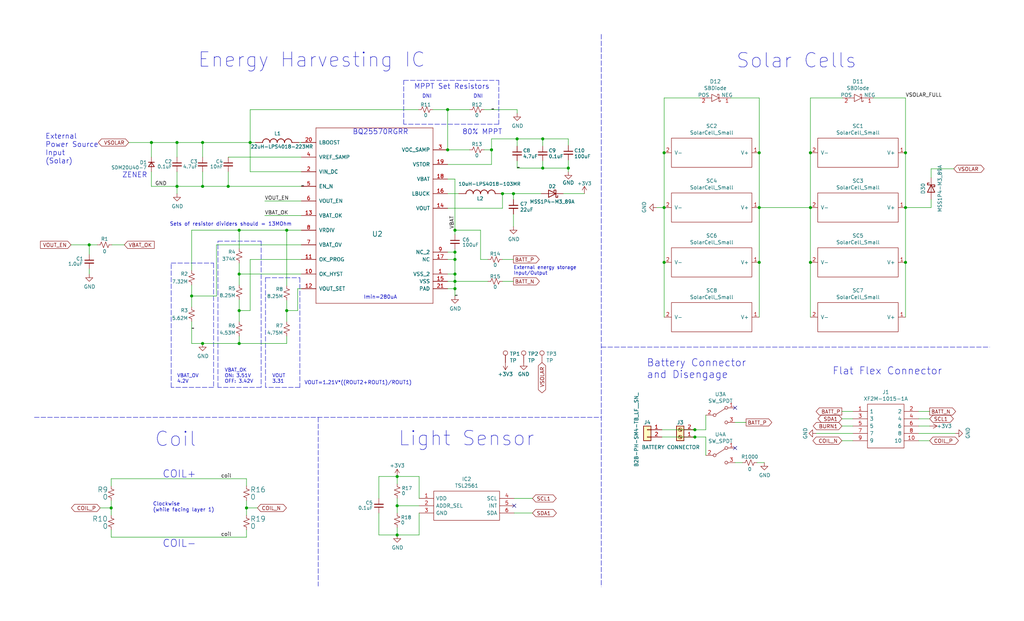
<source format=kicad_sch>
(kicad_sch (version 20211123) (generator eeschema)

  (uuid 16bd6381-8ac0-4bf2-9dce-ecc20c724b8d)

  (paper "USLegal")

  (title_block
    (title "Solar Panel Board -Y")
    (date "2022-02-20")
    (rev "4")
  )

  (lib_symbols
    (symbol "Connector:Screw_Terminal_01x02" (pin_names (offset 1.016) hide) (in_bom yes) (on_board yes)
      (property "Reference" "J" (id 0) (at 0 2.54 0)
        (effects (font (size 1.27 1.27)))
      )
      (property "Value" "Screw_Terminal_01x02" (id 1) (at 0 -5.08 0)
        (effects (font (size 1.27 1.27)))
      )
      (property "Footprint" "" (id 2) (at 0 0 0)
        (effects (font (size 1.27 1.27)) hide)
      )
      (property "Datasheet" "~" (id 3) (at 0 0 0)
        (effects (font (size 1.27 1.27)) hide)
      )
      (property "ki_keywords" "screw terminal" (id 4) (at 0 0 0)
        (effects (font (size 1.27 1.27)) hide)
      )
      (property "ki_description" "Generic screw terminal, single row, 01x02, script generated (kicad-library-utils/schlib/autogen/connector/)" (id 5) (at 0 0 0)
        (effects (font (size 1.27 1.27)) hide)
      )
      (property "ki_fp_filters" "TerminalBlock*:*" (id 6) (at 0 0 0)
        (effects (font (size 1.27 1.27)) hide)
      )
      (symbol "Screw_Terminal_01x02_1_1"
        (rectangle (start -1.27 1.27) (end 1.27 -3.81)
          (stroke (width 0.254) (type default) (color 0 0 0 0))
          (fill (type background))
        )
        (circle (center 0 -2.54) (radius 0.635)
          (stroke (width 0.1524) (type default) (color 0 0 0 0))
          (fill (type none))
        )
        (polyline
          (pts
            (xy -0.5334 -2.2098)
            (xy 0.3302 -3.048)
          )
          (stroke (width 0.1524) (type default) (color 0 0 0 0))
          (fill (type none))
        )
        (polyline
          (pts
            (xy -0.5334 0.3302)
            (xy 0.3302 -0.508)
          )
          (stroke (width 0.1524) (type default) (color 0 0 0 0))
          (fill (type none))
        )
        (polyline
          (pts
            (xy -0.3556 -2.032)
            (xy 0.508 -2.8702)
          )
          (stroke (width 0.1524) (type default) (color 0 0 0 0))
          (fill (type none))
        )
        (polyline
          (pts
            (xy -0.3556 0.508)
            (xy 0.508 -0.3302)
          )
          (stroke (width 0.1524) (type default) (color 0 0 0 0))
          (fill (type none))
        )
        (circle (center 0 0) (radius 0.635)
          (stroke (width 0.1524) (type default) (color 0 0 0 0))
          (fill (type none))
        )
        (pin passive line (at -5.08 0 0) (length 3.81)
          (name "Pin_1" (effects (font (size 1.27 1.27))))
          (number "1" (effects (font (size 1.27 1.27))))
        )
        (pin passive line (at -5.08 -2.54 0) (length 3.81)
          (name "Pin_2" (effects (font (size 1.27 1.27))))
          (number "2" (effects (font (size 1.27 1.27))))
        )
      )
    )
    (symbol "Connector:TestPoint" (pin_numbers hide) (pin_names (offset 0.762) hide) (in_bom yes) (on_board yes)
      (property "Reference" "TP" (id 0) (at 0 6.858 0)
        (effects (font (size 1.27 1.27)))
      )
      (property "Value" "TestPoint" (id 1) (at 0 5.08 0)
        (effects (font (size 1.27 1.27)))
      )
      (property "Footprint" "" (id 2) (at 5.08 0 0)
        (effects (font (size 1.27 1.27)) hide)
      )
      (property "Datasheet" "~" (id 3) (at 5.08 0 0)
        (effects (font (size 1.27 1.27)) hide)
      )
      (property "ki_keywords" "test point tp" (id 4) (at 0 0 0)
        (effects (font (size 1.27 1.27)) hide)
      )
      (property "ki_description" "test point" (id 5) (at 0 0 0)
        (effects (font (size 1.27 1.27)) hide)
      )
      (property "ki_fp_filters" "Pin* Test*" (id 6) (at 0 0 0)
        (effects (font (size 1.27 1.27)) hide)
      )
      (symbol "TestPoint_0_1"
        (circle (center 0 3.302) (radius 0.762)
          (stroke (width 0) (type default) (color 0 0 0 0))
          (fill (type none))
        )
      )
      (symbol "TestPoint_1_1"
        (pin passive line (at 0 0 90) (length 2.54)
          (name "1" (effects (font (size 1.27 1.27))))
          (number "1" (effects (font (size 1.27 1.27))))
        )
      )
    )
    (symbol "Connector_Generic:Conn_01x02" (pin_names (offset 1.016) hide) (in_bom yes) (on_board yes)
      (property "Reference" "J" (id 0) (at 0 2.54 0)
        (effects (font (size 1.27 1.27)))
      )
      (property "Value" "Conn_01x02" (id 1) (at 0 -5.08 0)
        (effects (font (size 1.27 1.27)))
      )
      (property "Footprint" "" (id 2) (at 0 0 0)
        (effects (font (size 1.27 1.27)) hide)
      )
      (property "Datasheet" "~" (id 3) (at 0 0 0)
        (effects (font (size 1.27 1.27)) hide)
      )
      (property "ki_keywords" "connector" (id 4) (at 0 0 0)
        (effects (font (size 1.27 1.27)) hide)
      )
      (property "ki_description" "Generic connector, single row, 01x02, script generated (kicad-library-utils/schlib/autogen/connector/)" (id 5) (at 0 0 0)
        (effects (font (size 1.27 1.27)) hide)
      )
      (property "ki_fp_filters" "Connector*:*_1x??_*" (id 6) (at 0 0 0)
        (effects (font (size 1.27 1.27)) hide)
      )
      (symbol "Conn_01x02_1_1"
        (rectangle (start -1.27 -2.413) (end 0 -2.667)
          (stroke (width 0.1524) (type default) (color 0 0 0 0))
          (fill (type none))
        )
        (rectangle (start -1.27 0.127) (end 0 -0.127)
          (stroke (width 0.1524) (type default) (color 0 0 0 0))
          (fill (type none))
        )
        (rectangle (start -1.27 1.27) (end 1.27 -3.81)
          (stroke (width 0.254) (type default) (color 0 0 0 0))
          (fill (type background))
        )
        (pin passive line (at -5.08 0 0) (length 3.81)
          (name "Pin_1" (effects (font (size 1.27 1.27))))
          (number "1" (effects (font (size 1.27 1.27))))
        )
        (pin passive line (at -5.08 -2.54 0) (length 3.81)
          (name "Pin_2" (effects (font (size 1.27 1.27))))
          (number "2" (effects (font (size 1.27 1.27))))
        )
      )
    )
    (symbol "Device:C_Small" (pin_numbers hide) (pin_names (offset 0.254) hide) (in_bom yes) (on_board yes)
      (property "Reference" "C" (id 0) (at 0.254 1.778 0)
        (effects (font (size 1.27 1.27)) (justify left))
      )
      (property "Value" "C_Small" (id 1) (at 0.254 -2.032 0)
        (effects (font (size 1.27 1.27)) (justify left))
      )
      (property "Footprint" "" (id 2) (at 0 0 0)
        (effects (font (size 1.27 1.27)) hide)
      )
      (property "Datasheet" "~" (id 3) (at 0 0 0)
        (effects (font (size 1.27 1.27)) hide)
      )
      (property "ki_keywords" "capacitor cap" (id 4) (at 0 0 0)
        (effects (font (size 1.27 1.27)) hide)
      )
      (property "ki_description" "Unpolarized capacitor, small symbol" (id 5) (at 0 0 0)
        (effects (font (size 1.27 1.27)) hide)
      )
      (property "ki_fp_filters" "C_*" (id 6) (at 0 0 0)
        (effects (font (size 1.27 1.27)) hide)
      )
      (symbol "C_Small_0_1"
        (polyline
          (pts
            (xy -1.524 -0.508)
            (xy 1.524 -0.508)
          )
          (stroke (width 0.3302) (type default) (color 0 0 0 0))
          (fill (type none))
        )
        (polyline
          (pts
            (xy -1.524 0.508)
            (xy 1.524 0.508)
          )
          (stroke (width 0.3048) (type default) (color 0 0 0 0))
          (fill (type none))
        )
      )
      (symbol "C_Small_1_1"
        (pin passive line (at 0 2.54 270) (length 2.032)
          (name "~" (effects (font (size 1.27 1.27))))
          (number "1" (effects (font (size 1.27 1.27))))
        )
        (pin passive line (at 0 -2.54 90) (length 2.032)
          (name "~" (effects (font (size 1.27 1.27))))
          (number "2" (effects (font (size 1.27 1.27))))
        )
      )
    )
    (symbol "Device:D_Schottky" (pin_numbers hide) (pin_names (offset 1.016) hide) (in_bom yes) (on_board yes)
      (property "Reference" "D" (id 0) (at 0 2.54 0)
        (effects (font (size 1.27 1.27)))
      )
      (property "Value" "D_Schottky" (id 1) (at 0 -2.54 0)
        (effects (font (size 1.27 1.27)))
      )
      (property "Footprint" "" (id 2) (at 0 0 0)
        (effects (font (size 1.27 1.27)) hide)
      )
      (property "Datasheet" "~" (id 3) (at 0 0 0)
        (effects (font (size 1.27 1.27)) hide)
      )
      (property "ki_keywords" "diode Schottky" (id 4) (at 0 0 0)
        (effects (font (size 1.27 1.27)) hide)
      )
      (property "ki_description" "Schottky diode" (id 5) (at 0 0 0)
        (effects (font (size 1.27 1.27)) hide)
      )
      (property "ki_fp_filters" "TO-???* *_Diode_* *SingleDiode* D_*" (id 6) (at 0 0 0)
        (effects (font (size 1.27 1.27)) hide)
      )
      (symbol "D_Schottky_0_1"
        (polyline
          (pts
            (xy 1.27 0)
            (xy -1.27 0)
          )
          (stroke (width 0) (type default) (color 0 0 0 0))
          (fill (type none))
        )
        (polyline
          (pts
            (xy 1.27 1.27)
            (xy 1.27 -1.27)
            (xy -1.27 0)
            (xy 1.27 1.27)
          )
          (stroke (width 0.254) (type default) (color 0 0 0 0))
          (fill (type none))
        )
        (polyline
          (pts
            (xy -1.905 0.635)
            (xy -1.905 1.27)
            (xy -1.27 1.27)
            (xy -1.27 -1.27)
            (xy -0.635 -1.27)
            (xy -0.635 -0.635)
          )
          (stroke (width 0.254) (type default) (color 0 0 0 0))
          (fill (type none))
        )
      )
      (symbol "D_Schottky_1_1"
        (pin passive line (at -3.81 0 0) (length 2.54)
          (name "K" (effects (font (size 1.27 1.27))))
          (number "1" (effects (font (size 1.27 1.27))))
        )
        (pin passive line (at 3.81 0 180) (length 2.54)
          (name "A" (effects (font (size 1.27 1.27))))
          (number "2" (effects (font (size 1.27 1.27))))
        )
      )
    )
    (symbol "Device:D_Small" (pin_numbers hide) (pin_names (offset 0.254) hide) (in_bom yes) (on_board yes)
      (property "Reference" "D" (id 0) (at -1.27 2.032 0)
        (effects (font (size 1.27 1.27)) (justify left))
      )
      (property "Value" "D_Small" (id 1) (at -3.81 -2.032 0)
        (effects (font (size 1.27 1.27)) (justify left))
      )
      (property "Footprint" "" (id 2) (at 0 0 90)
        (effects (font (size 1.27 1.27)) hide)
      )
      (property "Datasheet" "~" (id 3) (at 0 0 90)
        (effects (font (size 1.27 1.27)) hide)
      )
      (property "ki_keywords" "diode" (id 4) (at 0 0 0)
        (effects (font (size 1.27 1.27)) hide)
      )
      (property "ki_description" "Diode, small symbol" (id 5) (at 0 0 0)
        (effects (font (size 1.27 1.27)) hide)
      )
      (property "ki_fp_filters" "TO-???* *_Diode_* *SingleDiode* D_*" (id 6) (at 0 0 0)
        (effects (font (size 1.27 1.27)) hide)
      )
      (symbol "D_Small_0_1"
        (polyline
          (pts
            (xy -0.762 -1.016)
            (xy -0.762 1.016)
          )
          (stroke (width 0.254) (type default) (color 0 0 0 0))
          (fill (type none))
        )
        (polyline
          (pts
            (xy -0.762 0)
            (xy 0.762 0)
          )
          (stroke (width 0) (type default) (color 0 0 0 0))
          (fill (type none))
        )
        (polyline
          (pts
            (xy 0.762 -1.016)
            (xy -0.762 0)
            (xy 0.762 1.016)
            (xy 0.762 -1.016)
          )
          (stroke (width 0.254) (type default) (color 0 0 0 0))
          (fill (type none))
        )
      )
      (symbol "D_Small_1_1"
        (pin passive line (at -2.54 0 0) (length 1.778)
          (name "K" (effects (font (size 1.27 1.27))))
          (number "1" (effects (font (size 1.27 1.27))))
        )
        (pin passive line (at 2.54 0 180) (length 1.778)
          (name "A" (effects (font (size 1.27 1.27))))
          (number "2" (effects (font (size 1.27 1.27))))
        )
      )
    )
    (symbol "Device:R_Small_US" (pin_numbers hide) (pin_names (offset 0.254) hide) (in_bom yes) (on_board yes)
      (property "Reference" "R" (id 0) (at 0.762 0.508 0)
        (effects (font (size 1.27 1.27)) (justify left))
      )
      (property "Value" "R_Small_US" (id 1) (at 0.762 -1.016 0)
        (effects (font (size 1.27 1.27)) (justify left))
      )
      (property "Footprint" "" (id 2) (at 0 0 0)
        (effects (font (size 1.27 1.27)) hide)
      )
      (property "Datasheet" "~" (id 3) (at 0 0 0)
        (effects (font (size 1.27 1.27)) hide)
      )
      (property "ki_keywords" "r resistor" (id 4) (at 0 0 0)
        (effects (font (size 1.27 1.27)) hide)
      )
      (property "ki_description" "Resistor, small US symbol" (id 5) (at 0 0 0)
        (effects (font (size 1.27 1.27)) hide)
      )
      (property "ki_fp_filters" "R_*" (id 6) (at 0 0 0)
        (effects (font (size 1.27 1.27)) hide)
      )
      (symbol "R_Small_US_1_1"
        (polyline
          (pts
            (xy 0 0)
            (xy 1.016 -0.381)
            (xy 0 -0.762)
            (xy -1.016 -1.143)
            (xy 0 -1.524)
          )
          (stroke (width 0) (type default) (color 0 0 0 0))
          (fill (type none))
        )
        (polyline
          (pts
            (xy 0 1.524)
            (xy 1.016 1.143)
            (xy 0 0.762)
            (xy -1.016 0.381)
            (xy 0 0)
          )
          (stroke (width 0) (type default) (color 0 0 0 0))
          (fill (type none))
        )
        (pin passive line (at 0 2.54 270) (length 1.016)
          (name "~" (effects (font (size 1.27 1.27))))
          (number "1" (effects (font (size 1.27 1.27))))
        )
        (pin passive line (at 0 -2.54 90) (length 1.016)
          (name "~" (effects (font (size 1.27 1.27))))
          (number "2" (effects (font (size 1.27 1.27))))
        )
      )
    )
    (symbol "SolarCellParts:SBDiode" (pin_names (offset 0)) (in_bom yes) (on_board yes)
      (property "Reference" "D" (id 0) (at -1.524 3.048 0)
        (effects (font (size 1.27 1.27)))
      )
      (property "Value" "SBDiode" (id 1) (at -1.524 5.588 0)
        (effects (font (size 1.27 1.27)))
      )
      (property "Footprint" "SolarCellParts:SB Diode" (id 2) (at -3.048 8.382 0)
        (effects (font (size 1.27 1.27)) hide)
      )
      (property "Datasheet" "" (id 3) (at -1.524 3.048 0)
        (effects (font (size 1.27 1.27)) hide)
      )
      (symbol "SBDiode_0_1"
        (polyline
          (pts
            (xy -4.064 0)
            (xy -2.54 0)
          )
          (stroke (width 0) (type default) (color 0 0 0 0))
          (fill (type none))
        )
        (polyline
          (pts
            (xy 0 0)
            (xy 1.524 0)
          )
          (stroke (width 0) (type default) (color 0 0 0 0))
          (fill (type none))
        )
        (polyline
          (pts
            (xy -2.54 1.27)
            (xy -2.54 -1.27)
            (xy 0 0)
            (xy -2.54 1.27)
          )
          (stroke (width 0) (type default) (color 0 0 0 0))
          (fill (type none))
        )
        (polyline
          (pts
            (xy 0 0)
            (xy 0 -1.27)
            (xy -0.508 -1.27)
            (xy -0.508 -0.762)
          )
          (stroke (width 0) (type default) (color 0 0 0 0))
          (fill (type none))
        )
        (polyline
          (pts
            (xy 0 0)
            (xy 0 1.27)
            (xy 0.508 1.27)
            (xy 0.508 0.762)
          )
          (stroke (width 0) (type default) (color 0 0 0 0))
          (fill (type none))
        )
      )
      (symbol "SBDiode_1_1"
        (pin bidirectional line (at 4.064 0 180) (length 2.54)
          (name "NEG" (effects (font (size 1.27 1.27))))
          (number "1" (effects (font (size 1.27 1.27))))
        )
        (pin bidirectional line (at -6.604 0 0) (length 2.54)
          (name "POS" (effects (font (size 1.27 1.27))))
          (number "2" (effects (font (size 1.27 1.27))))
        )
      )
    )
    (symbol "SolarCellParts:SolarCell_Small" (pin_names (offset 1.016)) (in_bom yes) (on_board yes)
      (property "Reference" "SC" (id 0) (at 0 -1.27 0)
        (effects (font (size 1.27 1.27)))
      )
      (property "Value" "SolarCell_Small" (id 1) (at 0 1.27 0)
        (effects (font (size 1.27 1.27)))
      )
      (property "Footprint" "SolarCellParts:KXOB25-05X3F" (id 2) (at 0 6.35 0)
        (effects (font (size 1.27 1.27)) hide)
      )
      (property "Datasheet" "" (id 3) (at 5.08 0 90)
        (effects (font (size 1.27 1.27)) hide)
      )
      (symbol "SolarCell_Small_0_1"
        (rectangle (start -13.97 -5.08) (end 13.97 5.08)
          (stroke (width 0) (type default) (color 0 0 0 0))
          (fill (type none))
        )
      )
      (symbol "SolarCell_Small_1_1"
        (pin bidirectional line (at -16.51 0 0) (length 2.54)
          (name "V+" (effects (font (size 1.27 1.27))))
          (number "1" (effects (font (size 1.27 1.27))))
        )
        (pin bidirectional line (at 16.51 0 180) (length 2.54)
          (name "V-" (effects (font (size 1.27 1.27))))
          (number "2" (effects (font (size 1.27 1.27))))
        )
      )
    )
    (symbol "Switch:SW_DPDT_x2" (pin_names (offset 0) hide) (in_bom yes) (on_board yes)
      (property "Reference" "SW" (id 0) (at 0 4.318 0)
        (effects (font (size 1.27 1.27)))
      )
      (property "Value" "SW_DPDT_x2" (id 1) (at 0 -5.08 0)
        (effects (font (size 1.27 1.27)))
      )
      (property "Footprint" "" (id 2) (at 0 0 0)
        (effects (font (size 1.27 1.27)) hide)
      )
      (property "Datasheet" "~" (id 3) (at 0 0 0)
        (effects (font (size 1.27 1.27)) hide)
      )
      (property "ki_keywords" "switch dual-pole double-throw DPDT spdt ON-ON" (id 4) (at 0 0 0)
        (effects (font (size 1.27 1.27)) hide)
      )
      (property "ki_description" "Switch, dual pole double throw, separate symbols" (id 5) (at 0 0 0)
        (effects (font (size 1.27 1.27)) hide)
      )
      (property "ki_fp_filters" "SW*DPDT*" (id 6) (at 0 0 0)
        (effects (font (size 1.27 1.27)) hide)
      )
      (symbol "SW_DPDT_x2_0_0"
        (circle (center -2.032 0) (radius 0.508)
          (stroke (width 0) (type default) (color 0 0 0 0))
          (fill (type none))
        )
        (circle (center 2.032 -2.54) (radius 0.508)
          (stroke (width 0) (type default) (color 0 0 0 0))
          (fill (type none))
        )
      )
      (symbol "SW_DPDT_x2_0_1"
        (polyline
          (pts
            (xy -1.524 0.254)
            (xy 1.651 2.286)
          )
          (stroke (width 0) (type default) (color 0 0 0 0))
          (fill (type none))
        )
        (circle (center 2.032 2.54) (radius 0.508)
          (stroke (width 0) (type default) (color 0 0 0 0))
          (fill (type none))
        )
      )
      (symbol "SW_DPDT_x2_1_1"
        (pin passive line (at 5.08 2.54 180) (length 2.54)
          (name "A" (effects (font (size 1.27 1.27))))
          (number "1" (effects (font (size 1.27 1.27))))
        )
        (pin passive line (at -5.08 0 0) (length 2.54)
          (name "B" (effects (font (size 1.27 1.27))))
          (number "2" (effects (font (size 1.27 1.27))))
        )
        (pin passive line (at 5.08 -2.54 180) (length 2.54)
          (name "C" (effects (font (size 1.27 1.27))))
          (number "3" (effects (font (size 1.27 1.27))))
        )
      )
      (symbol "SW_DPDT_x2_2_1"
        (pin passive line (at 5.08 2.54 180) (length 2.54)
          (name "A" (effects (font (size 1.27 1.27))))
          (number "4" (effects (font (size 1.27 1.27))))
        )
        (pin passive line (at -5.08 0 0) (length 2.54)
          (name "B" (effects (font (size 1.27 1.27))))
          (number "5" (effects (font (size 1.27 1.27))))
        )
        (pin passive line (at 5.08 -2.54 180) (length 2.54)
          (name "C" (effects (font (size 1.27 1.27))))
          (number "6" (effects (font (size 1.27 1.27))))
        )
      )
    )
    (symbol "misc-circuits-cache:misc-circuits-rescue_BQ25570RGRR-misc-circuits-cache" (pin_names (offset 1.016)) (in_bom yes) (on_board yes)
      (property "Reference" "U" (id 0) (at -4.7244 1.4986 0)
        (effects (font (size 1.7526 1.7526)) (justify left bottom))
      )
      (property "Value" "misc-circuits-rescue_BQ25570RGRR-misc-circuits-cache" (id 1) (at -5.3594 -1.0414 0)
        (effects (font (size 1.7526 1.7526)) (justify left bottom))
      )
      (property "Footprint" "" (id 2) (at 0 0 0)
        (effects (font (size 1.27 1.27)) hide)
      )
      (property "Datasheet" "" (id 3) (at 0 0 0)
        (effects (font (size 1.27 1.27)) hide)
      )
      (property "ki_locked" "" (id 4) (at 0 0 0)
        (effects (font (size 1.27 1.27)))
      )
      (symbol "misc-circuits-rescue_BQ25570RGRR-misc-circuits-cache_1_0"
        (polyline
          (pts
            (xy -20.32 -30.48)
            (xy 20.32 -30.48)
          )
          (stroke (width 0) (type default) (color 0 0 0 0))
          (fill (type none))
        )
        (polyline
          (pts
            (xy -20.32 30.48)
            (xy -20.32 -30.48)
          )
          (stroke (width 0) (type default) (color 0 0 0 0))
          (fill (type none))
        )
        (polyline
          (pts
            (xy 20.32 -30.48)
            (xy 20.32 30.48)
          )
          (stroke (width 0) (type default) (color 0 0 0 0))
          (fill (type none))
        )
        (polyline
          (pts
            (xy 20.32 30.48)
            (xy -20.32 30.48)
          )
          (stroke (width 0) (type default) (color 0 0 0 0))
          (fill (type none))
        )
        (pin power_in line (at 25.4 -20.32 180) (length 5.08)
          (name "VSS_2" (effects (font (size 1.27 1.27))))
          (number "1" (effects (font (size 1.27 1.27))))
        )
        (pin input line (at -25.4 -20.32 0) (length 5.08)
          (name "OK_HYST" (effects (font (size 1.27 1.27))))
          (number "10" (effects (font (size 1.27 1.27))))
        )
        (pin input line (at -25.4 -15.24 0) (length 5.08)
          (name "OK_PROG" (effects (font (size 1.27 1.27))))
          (number "11" (effects (font (size 1.27 1.27))))
        )
        (pin input line (at -25.4 -25.4 0) (length 5.08)
          (name "VOUT_SET" (effects (font (size 1.27 1.27))))
          (number "12" (effects (font (size 1.27 1.27))))
        )
        (pin output line (at -25.4 0 0) (length 5.08)
          (name "VBAT_OK" (effects (font (size 1.27 1.27))))
          (number "13" (effects (font (size 1.27 1.27))))
        )
        (pin power_in line (at 25.4 2.54 180) (length 5.08)
          (name "VOUT" (effects (font (size 1.27 1.27))))
          (number "14" (effects (font (size 1.27 1.27))))
        )
        (pin power_in line (at 25.4 -22.86 180) (length 5.08)
          (name "VSS" (effects (font (size 1.27 1.27))))
          (number "15" (effects (font (size 1.27 1.27))))
        )
        (pin passive line (at 25.4 7.62 180) (length 5.08)
          (name "LBUCK" (effects (font (size 1.27 1.27))))
          (number "16" (effects (font (size 1.27 1.27))))
        )
        (pin passive line (at 25.4 -15.24 180) (length 5.08)
          (name "NC" (effects (font (size 1.27 1.27))))
          (number "17" (effects (font (size 1.27 1.27))))
        )
        (pin bidirectional line (at 25.4 12.7 180) (length 5.08)
          (name "VBAT" (effects (font (size 1.27 1.27))))
          (number "18" (effects (font (size 1.27 1.27))))
        )
        (pin power_in line (at 25.4 17.78 180) (length 5.08)
          (name "VSTOR" (effects (font (size 1.27 1.27))))
          (number "19" (effects (font (size 1.27 1.27))))
        )
        (pin power_in line (at -25.4 15.24 0) (length 5.08)
          (name "VIN_DC" (effects (font (size 1.27 1.27))))
          (number "2" (effects (font (size 1.27 1.27))))
        )
        (pin input line (at -25.4 25.4 0) (length 5.08)
          (name "LBOOST" (effects (font (size 1.27 1.27))))
          (number "20" (effects (font (size 1.27 1.27))))
        )
        (pin power_in line (at 25.4 -25.4 180) (length 5.08)
          (name "PAD" (effects (font (size 1.27 1.27))))
          (number "21" (effects (font (size 1.27 1.27))))
        )
        (pin input line (at 25.4 22.86 180) (length 5.08)
          (name "VOC_SAMP" (effects (font (size 1.27 1.27))))
          (number "3" (effects (font (size 1.27 1.27))))
        )
        (pin input line (at -25.4 20.32 0) (length 5.08)
          (name "VREF_SAMP" (effects (font (size 1.27 1.27))))
          (number "4" (effects (font (size 1.27 1.27))))
        )
        (pin input line (at -25.4 10.16 0) (length 5.08)
          (name "EN_N" (effects (font (size 1.27 1.27))))
          (number "5" (effects (font (size 1.27 1.27))))
        )
        (pin input line (at -25.4 5.08 0) (length 5.08)
          (name "VOUT_EN" (effects (font (size 1.27 1.27))))
          (number "6" (effects (font (size 1.27 1.27))))
        )
        (pin input line (at -25.4 -10.16 0) (length 5.08)
          (name "VBAT_OV" (effects (font (size 1.27 1.27))))
          (number "7" (effects (font (size 1.27 1.27))))
        )
        (pin output line (at -25.4 -5.08 0) (length 5.08)
          (name "VRDIV" (effects (font (size 1.27 1.27))))
          (number "8" (effects (font (size 1.27 1.27))))
        )
        (pin power_in line (at 25.4 -12.7 180) (length 5.08)
          (name "NC_2" (effects (font (size 1.27 1.27))))
          (number "9" (effects (font (size 1.27 1.27))))
        )
      )
    )
    (symbol "misc-circuits-cache:misc-circuits-rescue_COILCRAFT-LPS4018-misc-circuits-cache" (pin_names (offset 1.016)) (in_bom yes) (on_board yes)
      (property "Reference" "L" (id 0) (at -1.27 -5.08 90)
        (effects (font (size 1.4986 1.4986)) (justify left bottom))
      )
      (property "Value" "misc-circuits-rescue_COILCRAFT-LPS4018-misc-circuits-cache" (id 1) (at 3.81 -5.08 90)
        (effects (font (size 1.4986 1.4986)) (justify left bottom))
      )
      (property "Footprint" "" (id 2) (at 0 0 0)
        (effects (font (size 1.27 1.27)) hide)
      )
      (property "Datasheet" "" (id 3) (at 0 0 0)
        (effects (font (size 1.27 1.27)) hide)
      )
      (property "ki_locked" "" (id 4) (at 0 0 0)
        (effects (font (size 1.27 1.27)))
      )
      (symbol "misc-circuits-rescue_COILCRAFT-LPS4018-misc-circuits-cache_1_0"
        (arc (start 0 -5.08) (mid 0.898 -4.708) (end 1.27 -3.81)
          (stroke (width 0.254) (type default) (color 0 0 0 0))
          (fill (type none))
        )
        (arc (start 0 -2.54) (mid 0.898 -2.168) (end 1.27 -1.27)
          (stroke (width 0.254) (type default) (color 0 0 0 0))
          (fill (type none))
        )
        (arc (start 0 0) (mid 0.898 0.372) (end 1.27 1.27)
          (stroke (width 0.254) (type default) (color 0 0 0 0))
          (fill (type none))
        )
        (arc (start 0 2.54) (mid 0.898 2.912) (end 1.27 3.81)
          (stroke (width 0.254) (type default) (color 0 0 0 0))
          (fill (type none))
        )
        (arc (start 1.27 -3.81) (mid 0.898 -2.912) (end 0 -2.54)
          (stroke (width 0.254) (type default) (color 0 0 0 0))
          (fill (type none))
        )
        (arc (start 1.27 -1.27) (mid 0.898 -0.372) (end 0 0)
          (stroke (width 0.254) (type default) (color 0 0 0 0))
          (fill (type none))
        )
        (arc (start 1.27 1.27) (mid 0.898 2.168) (end 0 2.54)
          (stroke (width 0.254) (type default) (color 0 0 0 0))
          (fill (type none))
        )
        (arc (start 1.27 3.81) (mid 0.898 4.708) (end 0 5.08)
          (stroke (width 0.254) (type default) (color 0 0 0 0))
          (fill (type none))
        )
        (pin passive line (at 0 7.62 270) (length 2.54)
          (name "1" (effects (font (size 0 0))))
          (number "1" (effects (font (size 0 0))))
        )
        (pin passive line (at 0 -7.62 90) (length 2.54)
          (name "2" (effects (font (size 0 0))))
          (number "2" (effects (font (size 0 0))))
        )
      )
    )
    (symbol "misc-circuits-cache:symbols_TSL2561" (pin_names (offset 0.762)) (in_bom yes) (on_board yes)
      (property "Reference" "IC" (id 0) (at 29.21 7.62 0)
        (effects (font (size 1.27 1.27)) (justify left))
      )
      (property "Value" "symbols_TSL2561" (id 1) (at 29.21 5.08 0)
        (effects (font (size 1.27 1.27)) (justify left))
      )
      (property "Footprint" "TSL2561" (id 2) (at 29.21 2.54 0)
        (effects (font (size 1.27 1.27)) (justify left) hide)
      )
      (property "Datasheet" "https://ams.com/documents/20143/36005/TSL2561_DS000110_3-00.pdf/18a41097-2035-4333-c70e-bfa544c0a98b" (id 3) (at 29.21 0 0)
        (effects (font (size 1.27 1.27)) (justify left) hide)
      )
      (property "Description" "Light-to-Digital Converter" (id 4) (at 29.21 -2.54 0)
        (effects (font (size 1.27 1.27)) (justify left) hide)
      )
      (property "Height" "1.55" (id 5) (at 29.21 -5.08 0)
        (effects (font (size 1.27 1.27)) (justify left) hide)
      )
      (property "Manufacturer_Name" "ams" (id 6) (at 29.21 -7.62 0)
        (effects (font (size 1.27 1.27)) (justify left) hide)
      )
      (property "Manufacturer_Part_Number" "TSL2561" (id 7) (at 29.21 -10.16 0)
        (effects (font (size 1.27 1.27)) (justify left) hide)
      )
      (property "Mouser Part Number" "N/A" (id 8) (at 29.21 -12.7 0)
        (effects (font (size 1.27 1.27)) (justify left) hide)
      )
      (property "Mouser Price/Stock" "https://www.mouser.com/Search/Refine.aspx?Keyword=N%2FA" (id 9) (at 29.21 -15.24 0)
        (effects (font (size 1.27 1.27)) (justify left) hide)
      )
      (symbol "symbols_TSL2561_0_0"
        (pin unspecified line (at 0 0 0) (length 5.08)
          (name "VDD" (effects (font (size 1.27 1.27))))
          (number "1" (effects (font (size 1.27 1.27))))
        )
        (pin unspecified line (at 0 -2.54 0) (length 5.08)
          (name "ADDR_SEL" (effects (font (size 1.27 1.27))))
          (number "2" (effects (font (size 1.27 1.27))))
        )
        (pin unspecified line (at 0 -5.08 0) (length 5.08)
          (name "GND" (effects (font (size 1.27 1.27))))
          (number "3" (effects (font (size 1.27 1.27))))
        )
        (pin unspecified line (at 33.02 0 180) (length 5.08)
          (name "SCL" (effects (font (size 1.27 1.27))))
          (number "4" (effects (font (size 1.27 1.27))))
        )
        (pin unspecified line (at 33.02 -2.54 180) (length 5.08)
          (name "INT" (effects (font (size 1.27 1.27))))
          (number "5" (effects (font (size 1.27 1.27))))
        )
        (pin unspecified line (at 33.02 -5.08 180) (length 5.08)
          (name "SDA" (effects (font (size 1.27 1.27))))
          (number "6" (effects (font (size 1.27 1.27))))
        )
      )
      (symbol "symbols_TSL2561_0_1"
        (polyline
          (pts
            (xy 5.08 2.54)
            (xy 27.94 2.54)
            (xy 27.94 -7.62)
            (xy 5.08 -7.62)
            (xy 5.08 2.54)
          )
          (stroke (width 0.1524) (type default) (color 0 0 0 0))
          (fill (type none))
        )
      )
    )
    (symbol "misc-circuits-cache:symbols_XF2M-1015-1A" (pin_names (offset 0.762)) (in_bom yes) (on_board yes)
      (property "Reference" "J" (id 0) (at 19.05 7.62 0)
        (effects (font (size 1.27 1.27)) (justify left))
      )
      (property "Value" "symbols_XF2M-1015-1A" (id 1) (at 19.05 5.08 0)
        (effects (font (size 1.27 1.27)) (justify left))
      )
      (property "Footprint" "XF2M-1015-1A" (id 2) (at 19.05 2.54 0)
        (effects (font (size 1.27 1.27)) (justify left) hide)
      )
      (property "Datasheet" "https://componentsearchengine.com/Datasheets/3/XF2M-1015-1A.pdf" (id 3) (at 19.05 0 0)
        (effects (font (size 1.27 1.27)) (justify left) hide)
      )
      (property "Description" "0.5mm Rotary backlock 10 way Omron XF2M Series 0.5mm Pitch 10 Way Right Angle SMT Female FPC Connector Locking Mechanism, Top and Bottom Contact" (id 4) (at 19.05 -2.54 0)
        (effects (font (size 1.27 1.27)) (justify left) hide)
      )
      (property "Manufacturer_Name" "Omron Electronics" (id 5) (at 19.05 -7.62 0)
        (effects (font (size 1.27 1.27)) (justify left) hide)
      )
      (property "Manufacturer_Part_Number" "XF2M-1015-1A" (id 6) (at 19.05 -10.16 0)
        (effects (font (size 1.27 1.27)) (justify left) hide)
      )
      (property "Mouser Part Number" "653-XF2M-1015-1A" (id 7) (at 19.05 -12.7 0)
        (effects (font (size 1.27 1.27)) (justify left) hide)
      )
      (property "Mouser Price/Stock" "https://www.mouser.com/Search/Refine.aspx?Keyword=653-XF2M-1015-1A" (id 8) (at 19.05 -15.24 0)
        (effects (font (size 1.27 1.27)) (justify left) hide)
      )
      (property "RS Part Number" "7315772P" (id 9) (at 19.05 -17.78 0)
        (effects (font (size 1.27 1.27)) (justify left) hide)
      )
      (property "RS Price/Stock" "http://uk.rs-online.com/web/p/products/7315772P" (id 10) (at 19.05 -20.32 0)
        (effects (font (size 1.27 1.27)) (justify left) hide)
      )
      (property "Allied_Number" "70667825" (id 11) (at 19.05 -22.86 0)
        (effects (font (size 1.27 1.27)) (justify left) hide)
      )
      (property "Allied Price/Stock" "https://www.alliedelec.com/omron-electronic-components-xf2m-1015-1a/70667825/" (id 12) (at 19.05 -25.4 0)
        (effects (font (size 1.27 1.27)) (justify left) hide)
      )
      (symbol "symbols_XF2M-1015-1A_0_0"
        (pin bidirectional line (at 0 0 0) (length 5.08)
          (name "1" (effects (font (size 1.27 1.27))))
          (number "1" (effects (font (size 1.27 1.27))))
        )
        (pin bidirectional line (at 22.86 -10.16 180) (length 5.08)
          (name "10" (effects (font (size 1.27 1.27))))
          (number "10" (effects (font (size 1.27 1.27))))
        )
        (pin bidirectional line (at 22.86 0 180) (length 5.08)
          (name "2" (effects (font (size 1.27 1.27))))
          (number "2" (effects (font (size 1.27 1.27))))
        )
        (pin bidirectional line (at 0 -2.54 0) (length 5.08)
          (name "3" (effects (font (size 1.27 1.27))))
          (number "3" (effects (font (size 1.27 1.27))))
        )
        (pin bidirectional line (at 22.86 -2.54 180) (length 5.08)
          (name "4" (effects (font (size 1.27 1.27))))
          (number "4" (effects (font (size 1.27 1.27))))
        )
        (pin bidirectional line (at 0 -5.08 0) (length 5.08)
          (name "5" (effects (font (size 1.27 1.27))))
          (number "5" (effects (font (size 1.27 1.27))))
        )
        (pin bidirectional line (at 22.86 -5.08 180) (length 5.08)
          (name "6" (effects (font (size 1.27 1.27))))
          (number "6" (effects (font (size 1.27 1.27))))
        )
        (pin bidirectional line (at 0 -7.62 0) (length 5.08)
          (name "7" (effects (font (size 1.27 1.27))))
          (number "7" (effects (font (size 1.27 1.27))))
        )
        (pin bidirectional line (at 22.86 -7.62 180) (length 5.08)
          (name "8" (effects (font (size 1.27 1.27))))
          (number "8" (effects (font (size 1.27 1.27))))
        )
        (pin bidirectional line (at 0 -10.16 0) (length 5.08)
          (name "9" (effects (font (size 1.27 1.27))))
          (number "9" (effects (font (size 1.27 1.27))))
        )
      )
      (symbol "symbols_XF2M-1015-1A_0_1"
        (polyline
          (pts
            (xy 5.08 2.54)
            (xy 17.78 2.54)
            (xy 17.78 -12.7)
            (xy 5.08 -12.7)
            (xy 5.08 2.54)
          )
          (stroke (width 0.1524) (type default) (color 0 0 0 0))
          (fill (type none))
        )
      )
    )
    (symbol "power:+3V3" (power) (pin_names (offset 0)) (in_bom yes) (on_board yes)
      (property "Reference" "#PWR" (id 0) (at 0 -3.81 0)
        (effects (font (size 1.27 1.27)) hide)
      )
      (property "Value" "+3V3" (id 1) (at 0 3.556 0)
        (effects (font (size 1.27 1.27)))
      )
      (property "Footprint" "" (id 2) (at 0 0 0)
        (effects (font (size 1.27 1.27)) hide)
      )
      (property "Datasheet" "" (id 3) (at 0 0 0)
        (effects (font (size 1.27 1.27)) hide)
      )
      (property "ki_keywords" "power-flag" (id 4) (at 0 0 0)
        (effects (font (size 1.27 1.27)) hide)
      )
      (property "ki_description" "Power symbol creates a global label with name \"+3V3\"" (id 5) (at 0 0 0)
        (effects (font (size 1.27 1.27)) hide)
      )
      (symbol "+3V3_0_1"
        (polyline
          (pts
            (xy -0.762 1.27)
            (xy 0 2.54)
          )
          (stroke (width 0) (type default) (color 0 0 0 0))
          (fill (type none))
        )
        (polyline
          (pts
            (xy 0 0)
            (xy 0 2.54)
          )
          (stroke (width 0) (type default) (color 0 0 0 0))
          (fill (type none))
        )
        (polyline
          (pts
            (xy 0 2.54)
            (xy 0.762 1.27)
          )
          (stroke (width 0) (type default) (color 0 0 0 0))
          (fill (type none))
        )
      )
      (symbol "+3V3_1_1"
        (pin power_in line (at 0 0 90) (length 0) hide
          (name "+3V3" (effects (font (size 1.27 1.27))))
          (number "1" (effects (font (size 1.27 1.27))))
        )
      )
    )
    (symbol "power:GND" (power) (pin_names (offset 0)) (in_bom yes) (on_board yes)
      (property "Reference" "#PWR" (id 0) (at 0 -6.35 0)
        (effects (font (size 1.27 1.27)) hide)
      )
      (property "Value" "GND" (id 1) (at 0 -3.81 0)
        (effects (font (size 1.27 1.27)))
      )
      (property "Footprint" "" (id 2) (at 0 0 0)
        (effects (font (size 1.27 1.27)) hide)
      )
      (property "Datasheet" "" (id 3) (at 0 0 0)
        (effects (font (size 1.27 1.27)) hide)
      )
      (property "ki_keywords" "power-flag" (id 4) (at 0 0 0)
        (effects (font (size 1.27 1.27)) hide)
      )
      (property "ki_description" "Power symbol creates a global label with name \"GND\" , ground" (id 5) (at 0 0 0)
        (effects (font (size 1.27 1.27)) hide)
      )
      (symbol "GND_0_1"
        (polyline
          (pts
            (xy 0 0)
            (xy 0 -1.27)
            (xy 1.27 -1.27)
            (xy 0 -2.54)
            (xy -1.27 -1.27)
            (xy 0 -1.27)
          )
          (stroke (width 0) (type default) (color 0 0 0 0))
          (fill (type none))
        )
      )
      (symbol "GND_1_1"
        (pin power_in line (at 0 0 270) (length 0) hide
          (name "GND" (effects (font (size 1.27 1.27))))
          (number "1" (effects (font (size 1.27 1.27))))
        )
      )
    )
  )

  (junction (at 30.988 85.09) (diameter 0) (color 0 0 0 0)
    (uuid 03eec861-9186-49c0-9e0a-d0e0594a46d9)
  )
  (junction (at 157.988 87.63) (diameter 0) (color 0 0 0 0)
    (uuid 0cc45b5b-96b3-4284-9cae-a3a9e324a916)
  )
  (junction (at 263.652 72.136) (diameter 0) (color 0 0 0 0)
    (uuid 15a82541-58d8-45b5-99c5-fb52e017e3ea)
  )
  (junction (at 230.632 91.186) (diameter 0) (color 0 0 0 0)
    (uuid 262cb0f3-9431-40c7-85ff-3b54e3e8a139)
  )
  (junction (at 83.058 95.25) (diameter 0) (color 0 0 0 0)
    (uuid 2891767f-251c-48c4-91c0-deb1b368f45c)
  )
  (junction (at 157.988 90.17) (diameter 0) (color 0 0 0 0)
    (uuid 31540a7e-dc9e-4e4d-96b1-dab15efa5f4b)
  )
  (junction (at 230.632 53.086) (diameter 0) (color 0 0 0 0)
    (uuid 34c0bee6-7425-4435-8857-d1fe8dfb6d89)
  )
  (junction (at 281.432 53.086) (diameter 0) (color 0 0 0 0)
    (uuid 363945f6-fbef-42be-99cf-4a8a48434d92)
  )
  (junction (at 70.358 119.38) (diameter 0) (color 0 0 0 0)
    (uuid 3c5e5ea9-793d-46e3-86bc-5884c4490dc7)
  )
  (junction (at 314.452 72.136) (diameter 0) (color 0 0 0 0)
    (uuid 3d6cdd62-5634-4e30-acf8-1b9c1dbf6653)
  )
  (junction (at 61.468 49.53) (diameter 0) (color 0 0 0 0)
    (uuid 3f43d730-2a73-49fe-9672-32428e7f5b49)
  )
  (junction (at 83.058 107.95) (diameter 0) (color 0 0 0 0)
    (uuid 411d4270-c66c-4318-b7fb-1470d34862b8)
  )
  (junction (at 155.448 38.1) (diameter 0) (color 0 0 0 0)
    (uuid 4f411f68-04bd-4175-a406-bcaa4cf6601e)
  )
  (junction (at 241.3 149.352) (diameter 0) (color 0 0 0 0)
    (uuid 4fa10683-33cd-4dcd-8acc-2415cd63c62a)
  )
  (junction (at 52.578 49.53) (diameter 0) (color 0 0 0 0)
    (uuid 51f15f14-0983-4810-bb48-c74b4c14ca6d)
  )
  (junction (at 314.452 53.086) (diameter 0) (color 0 0 0 0)
    (uuid 54855a96-6092-4b76-9222-68a1ef1fb543)
  )
  (junction (at 178.308 67.31) (diameter 0) (color 0 0 0 0)
    (uuid 63247fa2-a471-487e-9eda-d491fb809df9)
  )
  (junction (at 137.922 185.928) (diameter 0) (color 0 0 0 0)
    (uuid 644ae9fc-3c8e-4089-866e-a12bf371c3e9)
  )
  (junction (at 188.468 48.26) (diameter 0) (color 0 0 0 0)
    (uuid 71989e06-8659-4605-b2da-4f729cc41263)
  )
  (junction (at 61.468 64.77) (diameter 0) (color 0 0 0 0)
    (uuid 752417ee-7d0b-4ac8-a22c-26669881a2ab)
  )
  (junction (at 157.988 80.01) (diameter 0) (color 0 0 0 0)
    (uuid 77c3d9b8-dac2-4351-838b-1bd3fa6981f9)
  )
  (junction (at 263.652 91.186) (diameter 0) (color 0 0 0 0)
    (uuid 8224b22f-d9df-4ec7-b4a0-051f0f1da89c)
  )
  (junction (at 241.3 151.892) (diameter 0) (color 0 0 0 0)
    (uuid 8bc2c25a-a1f1-4ce8-b96a-a4f8f4c35079)
  )
  (junction (at 157.988 95.25) (diameter 0) (color 0 0 0 0)
    (uuid 8c1605f9-6c91-4701-96bf-e753661d5e23)
  )
  (junction (at 155.448 52.07) (diameter 0) (color 0 0 0 0)
    (uuid 8fc062a7-114d-48eb-a8f8-71128838f380)
  )
  (junction (at 179.578 48.26) (diameter 0) (color 0 0 0 0)
    (uuid 9a0b74a5-4879-4b51-8e8e-6d85a0107422)
  )
  (junction (at 70.358 49.53) (diameter 0) (color 0 0 0 0)
    (uuid a24ce0e2-fdd3-4e6a-b754-5dee9713dd27)
  )
  (junction (at 230.632 72.136) (diameter 0) (color 0 0 0 0)
    (uuid a5c8e189-1ddc-4a66-984b-e0fd1529d346)
  )
  (junction (at 137.922 165.608) (diameter 0) (color 0 0 0 0)
    (uuid a8447faf-e0a0-4c4a-ae53-4d4b28669151)
  )
  (junction (at 99.568 80.01) (diameter 0) (color 0 0 0 0)
    (uuid b00bf4f6-0bc3-4ee8-a0f7-94e399e7f666)
  )
  (junction (at 83.058 119.38) (diameter 0) (color 0 0 0 0)
    (uuid b4fa7b02-bd31-4bd7-acce-d1e187f2778c)
  )
  (junction (at 79.248 64.77) (diameter 0) (color 0 0 0 0)
    (uuid b5071759-a4d7-4769-be02-251f23cd4454)
  )
  (junction (at 83.058 80.01) (diameter 0) (color 0 0 0 0)
    (uuid b52d6ff3-fef1-496e-8dd5-ebb89b6bce6a)
  )
  (junction (at 99.568 107.95) (diameter 0) (color 0 0 0 0)
    (uuid b6cd701f-4223-4e72-a305-466869ccb250)
  )
  (junction (at 197.358 58.42) (diameter 0) (color 0 0 0 0)
    (uuid b873bc5d-a9af-4bd9-afcb-87ce4d417120)
  )
  (junction (at 86.868 49.53) (diameter 0) (color 0 0 0 0)
    (uuid b8ab074b-3049-402c-8fa3-3dc465cd905a)
  )
  (junction (at 85.598 176.53) (diameter 0) (color 0 0 0 0)
    (uuid b9197782-2ffd-4b33-8552-cba17c58f9ef)
  )
  (junction (at 38.608 176.53) (diameter 0) (color 0 0 0 0)
    (uuid babde64a-a005-4ac3-b17c-2613e478d63d)
  )
  (junction (at 174.498 67.31) (diameter 0) (color 0 0 0 0)
    (uuid bb4b1afc-c46e-451d-8dad-36b7dec82f26)
  )
  (junction (at 66.548 102.87) (diameter 0) (color 0 0 0 0)
    (uuid c0c2eb8e-f6d1-4506-8e6b-4f995ad74c1f)
  )
  (junction (at 137.922 175.768) (diameter 0) (color 0 0 0 0)
    (uuid c99b8be3-a17c-4492-8d30-aa9fab4c7d92)
  )
  (junction (at 314.452 91.186) (diameter 0) (color 0 0 0 0)
    (uuid c9e8239f-0d62-40b1-a513-c30eeaa8ad0d)
  )
  (junction (at 70.358 64.77) (diameter 0) (color 0 0 0 0)
    (uuid cada57e2-1fa7-4b9d-a2a0-2218773d5c50)
  )
  (junction (at 157.988 97.79) (diameter 0) (color 0 0 0 0)
    (uuid f1447ad6-651c-45be-a2d6-33bddf672c2c)
  )
  (junction (at 263.652 53.086) (diameter 0) (color 0 0 0 0)
    (uuid f5c43e09-08d6-4a29-a53a-3b9ea7fb34cd)
  )
  (junction (at 281.432 72.136) (diameter 0) (color 0 0 0 0)
    (uuid f6983918-fe05-46ea-b355-bc522ec53440)
  )
  (junction (at 157.988 100.33) (diameter 0) (color 0 0 0 0)
    (uuid f6c644f4-3036-41a6-9e14-2c08c079c6cd)
  )
  (junction (at 188.468 58.42) (diameter 0) (color 0 0 0 0)
    (uuid f7667b23-296e-4362-a7e3-949632c8954b)
  )
  (junction (at 170.688 52.07) (diameter 0) (color 0 0 0 0)
    (uuid f7b6beb1-9dcd-4eed-b501-c9bc9ca7578a)
  )
  (junction (at 281.432 91.186) (diameter 0) (color 0 0 0 0)
    (uuid fdcd9b54-3236-4ed8-b1fd-71b401609e3a)
  )

  (no_connect (at 255.27 141.732) (uuid 4cea0ba1-3b8f-4839-a3c9-f106d70a853b))
  (no_connect (at 255.27 155.702) (uuid 4cea0ba1-3b8f-4839-a3c9-f106d70a853c))
  (no_connect (at 178.562 175.768) (uuid 814763c2-92e5-4a2c-941c-9bbd073f6e87))

  (wire (pts (xy 166.878 90.17) (xy 169.418 90.17))
    (stroke (width 0) (type default) (color 0 0 0 0))
    (uuid 001d58bf-4340-4323-9d65-7ba751ef4cea)
  )
  (wire (pts (xy 38.608 176.53) (xy 38.608 179.07))
    (stroke (width 0) (type default) (color 0 0 0 0))
    (uuid 0086b27a-5963-4ab6-a2d7-d4883563a862)
  )
  (wire (pts (xy 66.548 80.01) (xy 66.548 93.98))
    (stroke (width 0) (type default) (color 0 0 0 0))
    (uuid 009b5465-0a65-4237-93e7-eb65321eeb18)
  )
  (wire (pts (xy 66.548 102.87) (xy 75.184 102.87))
    (stroke (width 0) (type default) (color 0 0 0 0))
    (uuid 00e38d63-5436-49db-81f5-697421f168fc)
  )
  (wire (pts (xy 83.058 80.01) (xy 66.548 80.01))
    (stroke (width 0) (type default) (color 0 0 0 0))
    (uuid 00f3ea8b-8a54-4e56-84ff-d98f6c00496c)
  )
  (wire (pts (xy 166.878 80.01) (xy 157.988 80.01))
    (stroke (width 0) (type default) (color 0 0 0 0))
    (uuid 026ac84e-b8b2-4dd2-b675-8323c24fd778)
  )
  (wire (pts (xy 184.912 173.228) (xy 178.562 173.228))
    (stroke (width 0) (type default) (color 0 0 0 0))
    (uuid 0351df45-d042-41d4-ba35-88092c7be2fc)
  )
  (wire (pts (xy 99.568 80.01) (xy 99.568 99.314))
    (stroke (width 0) (type default) (color 0 0 0 0))
    (uuid 0520f61d-4522-4301-a3fa-8ed0bf060f69)
  )
  (polyline (pts (xy 140.208 27.94) (xy 173.228 27.94))
    (stroke (width 0) (type default) (color 0 0 0 0))
    (uuid 076046ab-4b56-4060-b8d9-0d80806d0277)
  )

  (wire (pts (xy 170.688 48.26) (xy 179.578 48.26))
    (stroke (width 0) (type default) (color 0 0 0 0))
    (uuid 088f77ba-fca9-42b3-876e-a6937267f957)
  )
  (wire (pts (xy 79.248 64.77) (xy 79.248 59.69))
    (stroke (width 0) (type default) (color 0 0 0 0))
    (uuid 0ae82096-0994-4fb0-9a2a-d4ac4804abac)
  )
  (wire (pts (xy 166.878 90.17) (xy 166.878 80.01))
    (stroke (width 0) (type default) (color 0 0 0 0))
    (uuid 0bcafe80-ffba-4f1e-ae51-95a595b006db)
  )
  (wire (pts (xy 281.432 53.086) (xy 281.432 72.136))
    (stroke (width 0) (type default) (color 0 0 0 0))
    (uuid 0cc9bf07-55b9-458f-b8aa-41b2f51fa940)
  )
  (wire (pts (xy 296.164 143.002) (xy 292.354 143.002))
    (stroke (width 0) (type default) (color 0 0 0 0))
    (uuid 0ce8d3ab-2662-4158-8a2a-18b782908fc5)
  )
  (wire (pts (xy 157.988 97.79) (xy 157.988 95.25))
    (stroke (width 0) (type default) (color 0 0 0 0))
    (uuid 0f31f11f-c374-4640-b9a4-07bbdba8d354)
  )
  (wire (pts (xy 61.468 64.77) (xy 61.468 67.31))
    (stroke (width 0) (type default) (color 0 0 0 0))
    (uuid 0f324b67-75ef-407f-8dbc-3c1fc5c2abba)
  )
  (wire (pts (xy 314.452 72.136) (xy 314.452 91.186))
    (stroke (width 0) (type default) (color 0 0 0 0))
    (uuid 0fc5db66-6188-4c1f-bb14-0868bef113eb)
  )
  (wire (pts (xy 104.648 64.77) (xy 79.248 64.77))
    (stroke (width 0) (type default) (color 0 0 0 0))
    (uuid 0fdc6f30-77bc-4e9b-8665-c8aa9acf5bf9)
  )
  (wire (pts (xy 155.448 100.33) (xy 157.988 100.33))
    (stroke (width 0) (type default) (color 0 0 0 0))
    (uuid 109caac1-5036-4f23-9a66-f569d871501b)
  )
  (polyline (pts (xy 173.228 27.94) (xy 173.228 43.18))
    (stroke (width 0) (type default) (color 0 0 0 0))
    (uuid 1171ce37-6ad7-4662-bb68-5592c945ebf3)
  )

  (wire (pts (xy 34.798 176.53) (xy 38.608 176.53))
    (stroke (width 0) (type default) (color 0 0 0 0))
    (uuid 14094ad2-b562-4efa-8c6f-51d7a3134345)
  )
  (wire (pts (xy 83.058 107.95) (xy 86.868 107.95))
    (stroke (width 0) (type default) (color 0 0 0 0))
    (uuid 143ed874-a01f-4ced-ba4e-bbb66ddd1f70)
  )
  (wire (pts (xy 103.886 49.53) (xy 104.648 49.53))
    (stroke (width 0) (type default) (color 0 0 0 0))
    (uuid 155b0b7c-70b4-4a26-a550-bac13cab0aa4)
  )
  (wire (pts (xy 131.572 185.928) (xy 137.922 185.928))
    (stroke (width 0) (type default) (color 0 0 0 0))
    (uuid 15fe8f3d-6077-4e0e-81d0-8ec3f4538981)
  )
  (wire (pts (xy 157.988 100.33) (xy 157.988 97.79))
    (stroke (width 0) (type default) (color 0 0 0 0))
    (uuid 18b7e157-ae67-48ad-bd7c-9fef6fe45b22)
  )
  (wire (pts (xy 155.448 97.79) (xy 157.988 97.79))
    (stroke (width 0) (type default) (color 0 0 0 0))
    (uuid 19b0959e-a79b-43b2-a5ad-525ced7e9131)
  )
  (polyline (pts (xy 110.49 145.034) (xy 110.49 203.708))
    (stroke (width 0) (type default) (color 0 0 0 0))
    (uuid 1b3c867e-63da-48c1-87cb-f05a4862dfa9)
  )

  (wire (pts (xy 145.542 185.928) (xy 145.542 178.308))
    (stroke (width 0) (type default) (color 0 0 0 0))
    (uuid 1e518c2a-4cb7-4599-a1fa-5b9f847da7d3)
  )
  (wire (pts (xy 179.578 55.88) (xy 179.578 58.42))
    (stroke (width 0) (type default) (color 0 0 0 0))
    (uuid 1f8b2c0c-b042-4e2e-80f6-4959a27b238f)
  )
  (wire (pts (xy 137.922 175.768) (xy 137.922 178.308))
    (stroke (width 0) (type default) (color 0 0 0 0))
    (uuid 1f9a8e45-ba17-4f49-b2a5-e7d7c071b569)
  )
  (wire (pts (xy 104.648 54.61) (xy 79.248 54.61))
    (stroke (width 0) (type default) (color 0 0 0 0))
    (uuid 1fa508ef-df83-4c99-846b-9acf535b3ad9)
  )
  (wire (pts (xy 263.652 72.136) (xy 263.652 91.186))
    (stroke (width 0) (type default) (color 0 0 0 0))
    (uuid 20caf6d2-76a7-497e-ac56-f6d31eb9027b)
  )
  (wire (pts (xy 38.608 166.37) (xy 85.598 166.37))
    (stroke (width 0) (type default) (color 0 0 0 0))
    (uuid 2165c9a4-eb84-4cb6-a870-2fdc39d2511b)
  )
  (wire (pts (xy 83.058 80.01) (xy 83.058 86.36))
    (stroke (width 0) (type default) (color 0 0 0 0))
    (uuid 221bef83-3ea7-4d3f-adeb-53a8a07c6273)
  )
  (polyline (pts (xy 90.678 134.62) (xy 75.692 134.62))
    (stroke (width 0) (type default) (color 0 0 0 0))
    (uuid 2454fd1b-3484-4838-8b7e-d26357238fe1)
  )

  (wire (pts (xy 241.3 149.352) (xy 245.11 149.352))
    (stroke (width 0) (type default) (color 0 0 0 0))
    (uuid 262f1ea9-0133-4b43-be36-456207ea857c)
  )
  (wire (pts (xy 30.988 93.472) (xy 30.988 95.25))
    (stroke (width 0) (type default) (color 0 0 0 0))
    (uuid 266b93a8-45a8-4877-b8c6-07345f5996a7)
  )
  (wire (pts (xy 197.358 48.26) (xy 197.358 50.546))
    (stroke (width 0) (type default) (color 0 0 0 0))
    (uuid 26801cfb-b53b-4a6a-a2f4-5f4986565765)
  )
  (wire (pts (xy 38.608 173.99) (xy 38.608 176.53))
    (stroke (width 0) (type default) (color 0 0 0 0))
    (uuid 26b9ee4c-06b8-47fc-994a-ecdd56ce2a58)
  )
  (wire (pts (xy 322.834 153.162) (xy 319.024 153.162))
    (stroke (width 0) (type default) (color 0 0 0 0))
    (uuid 27d56953-c620-4d5b-9c1c-e48bc3d9684a)
  )
  (wire (pts (xy 229.87 149.352) (xy 241.3 149.352))
    (stroke (width 0) (type default) (color 0 0 0 0))
    (uuid 2846428d-39de-4eae-8ce2-64955d56c493)
  )
  (wire (pts (xy 283.464 150.622) (xy 296.164 150.622))
    (stroke (width 0) (type default) (color 0 0 0 0))
    (uuid 29195ea4-8218-44a1-b4bf-466bee0082e4)
  )
  (wire (pts (xy 178.308 67.31) (xy 187.96 67.31))
    (stroke (width 0) (type default) (color 0 0 0 0))
    (uuid 2d568015-d37b-4813-a6a5-81fdb2fb1b81)
  )
  (wire (pts (xy 259.08 146.812) (xy 255.27 146.812))
    (stroke (width 0) (type default) (color 0 0 0 0))
    (uuid 2e842263-c0ba-46fd-a760-6624d4c78278)
  )
  (wire (pts (xy 263.652 91.186) (xy 263.652 110.236))
    (stroke (width 0) (type default) (color 0 0 0 0))
    (uuid 336b4076-d25c-40e7-88b9-d37fb7ca45b0)
  )
  (wire (pts (xy 170.688 48.26) (xy 170.688 52.07))
    (stroke (width 0) (type default) (color 0 0 0 0))
    (uuid 34cdc1c9-c9e2-44c4-9677-c1c7d7efd83d)
  )
  (wire (pts (xy 159.258 67.31) (xy 155.448 67.31))
    (stroke (width 0) (type default) (color 0 0 0 0))
    (uuid 37b6c6d6-3e12-4736-912a-ea6e2bf06721)
  )
  (wire (pts (xy 314.452 53.086) (xy 314.452 72.136))
    (stroke (width 0) (type default) (color 0 0 0 0))
    (uuid 386ad9e3-71fa-420f-8722-88548b024fc5)
  )
  (wire (pts (xy 75.184 85.09) (xy 104.648 85.09))
    (stroke (width 0) (type default) (color 0 0 0 0))
    (uuid 38a501e2-0ee8-439d-bd02-e9e90e7503e9)
  )
  (wire (pts (xy 88.646 49.53) (xy 86.868 49.53))
    (stroke (width 0) (type default) (color 0 0 0 0))
    (uuid 393ec3f7-71ca-41df-8683-3da71ef6b475)
  )
  (wire (pts (xy 178.308 69.342) (xy 178.308 67.31))
    (stroke (width 0) (type default) (color 0 0 0 0))
    (uuid 39988d00-c24e-409c-8ed1-7eaa249f61e8)
  )
  (wire (pts (xy 145.542 165.608) (xy 137.922 165.608))
    (stroke (width 0) (type default) (color 0 0 0 0))
    (uuid 3a52f112-cb97-43db-aaeb-20afe27664d7)
  )
  (wire (pts (xy 99.568 116.84) (xy 99.568 119.38))
    (stroke (width 0) (type default) (color 0 0 0 0))
    (uuid 3b8769f9-b38e-44dd-8928-1a2931cb4a24)
  )
  (wire (pts (xy 145.542 173.228) (xy 145.542 165.608))
    (stroke (width 0) (type default) (color 0 0 0 0))
    (uuid 41acfe41-fac7-432a-a7a3-946566e2d504)
  )
  (wire (pts (xy 323.342 69.342) (xy 323.342 72.136))
    (stroke (width 0) (type default) (color 0 0 0 0))
    (uuid 42c22643-f9a3-4fde-9ba1-15b089f3927e)
  )
  (polyline (pts (xy 140.208 43.18) (xy 140.208 27.94))
    (stroke (width 0) (type default) (color 0 0 0 0))
    (uuid 43707e99-bdd7-4b02-9974-540ed6c2b0aa)
  )
  (polyline (pts (xy 75.692 134.62) (xy 75.692 83.82))
    (stroke (width 0) (type default) (color 0 0 0 0))
    (uuid 45884597-7014-4461-83ee-9975c42b9a53)
  )

  (wire (pts (xy 70.358 49.53) (xy 86.868 49.53))
    (stroke (width 0) (type default) (color 0 0 0 0))
    (uuid 477892a1-722e-4cda-bb6c-fcdb8ba5f93e)
  )
  (wire (pts (xy 168.148 52.07) (xy 170.688 52.07))
    (stroke (width 0) (type default) (color 0 0 0 0))
    (uuid 4792e6ec-7d41-4df9-a2b7-c42a9613d1ea)
  )
  (wire (pts (xy 61.468 54.61) (xy 61.468 49.53))
    (stroke (width 0) (type default) (color 0 0 0 0))
    (uuid 479331ff-c540-41f4-84e6-b48d65171e59)
  )
  (polyline (pts (xy 11.938 145.034) (xy 208.788 145.034))
    (stroke (width 0) (type default) (color 0 0 0 0))
    (uuid 4856b090-1ae4-48cc-ac31-1f3eda922f8c)
  )

  (wire (pts (xy 178.308 74.422) (xy 178.308 78.74))
    (stroke (width 0) (type default) (color 0 0 0 0))
    (uuid 4a850cb6-bb24-4274-a902-e49f34f0a0e3)
  )
  (wire (pts (xy 52.578 64.77) (xy 61.468 64.77))
    (stroke (width 0) (type default) (color 0 0 0 0))
    (uuid 4b03e854-02fe-44cc-bece-f8268b7cae54)
  )
  (wire (pts (xy 38.862 85.09) (xy 43.18 85.09))
    (stroke (width 0) (type default) (color 0 0 0 0))
    (uuid 4c843bdb-6c9e-40dd-85e2-0567846e18ba)
  )
  (polyline (pts (xy 104.14 134.62) (xy 92.202 134.62))
    (stroke (width 0) (type default) (color 0 0 0 0))
    (uuid 4db55cb8-197b-4402-871f-ce582b65664b)
  )

  (wire (pts (xy 322.834 143.002) (xy 319.024 143.002))
    (stroke (width 0) (type default) (color 0 0 0 0))
    (uuid 5114c7bf-b955-49f3-a0a8-4b954c81bde0)
  )
  (wire (pts (xy 66.548 111.76) (xy 66.548 119.38))
    (stroke (width 0) (type default) (color 0 0 0 0))
    (uuid 51aca949-cc0f-44d6-a4cb-66b693bf0efc)
  )
  (wire (pts (xy 281.432 91.186) (xy 281.432 110.236))
    (stroke (width 0) (type default) (color 0 0 0 0))
    (uuid 5657fbb9-840d-4205-a7eb-bb8081269bb7)
  )
  (wire (pts (xy 195.58 67.31) (xy 202.946 67.31))
    (stroke (width 0) (type default) (color 0 0 0 0))
    (uuid 5c97d454-2760-43df-8914-27e2667f881c)
  )
  (wire (pts (xy 281.432 34.036) (xy 292.608 34.036))
    (stroke (width 0) (type default) (color 0 0 0 0))
    (uuid 5d49e9a6-41dd-4072-adde-ef1036c1979b)
  )
  (wire (pts (xy 245.11 151.892) (xy 245.11 158.242))
    (stroke (width 0) (type default) (color 0 0 0 0))
    (uuid 5edcefbe-9766-42c8-9529-28d0ec865573)
  )
  (wire (pts (xy 157.988 102.87) (xy 157.988 100.33))
    (stroke (width 0) (type default) (color 0 0 0 0))
    (uuid 5fc9acb6-6dbb-4598-825b-4b9e7c4c67c4)
  )
  (wire (pts (xy 91.948 74.93) (xy 104.648 74.93))
    (stroke (width 0) (type default) (color 0 0 0 0))
    (uuid 60ff6322-62e2-4602-9bc0-7a0f0a5ecfbf)
  )
  (wire (pts (xy 99.568 107.95) (xy 99.568 111.76))
    (stroke (width 0) (type default) (color 0 0 0 0))
    (uuid 61fe4c73-be59-4519-98f1-a634322a841d)
  )
  (wire (pts (xy 303.276 34.036) (xy 314.452 34.036))
    (stroke (width 0) (type default) (color 0 0 0 0))
    (uuid 65833be1-33ec-4e73-bdb0-c8b2a3891810)
  )
  (wire (pts (xy 137.922 165.608) (xy 137.922 168.148))
    (stroke (width 0) (type default) (color 0 0 0 0))
    (uuid 696f63b7-6b7f-48ef-b65f-31f3b268bc80)
  )
  (wire (pts (xy 103.378 107.95) (xy 103.378 100.33))
    (stroke (width 0) (type default) (color 0 0 0 0))
    (uuid 699feae1-8cdd-4d2b-947f-f24849c73cdb)
  )
  (polyline (pts (xy 59.436 91.44) (xy 74.168 91.44))
    (stroke (width 0) (type default) (color 0 0 0 0))
    (uuid 6bd115d6-07e0-45db-8f2e-3cbb0429104f)
  )

  (wire (pts (xy 230.632 53.086) (xy 230.632 72.136))
    (stroke (width 0) (type default) (color 0 0 0 0))
    (uuid 6cb535a7-247d-4f99-997d-c21b160eadfa)
  )
  (wire (pts (xy 263.652 34.036) (xy 263.652 53.086))
    (stroke (width 0) (type default) (color 0 0 0 0))
    (uuid 6cb93665-0bcd-4104-8633-fffd1811eee0)
  )
  (wire (pts (xy 155.448 52.07) (xy 163.068 52.07))
    (stroke (width 0) (type default) (color 0 0 0 0))
    (uuid 6e435cd4-da2b-4602-a0aa-5dd988834dff)
  )
  (wire (pts (xy 155.448 52.07) (xy 155.448 38.1))
    (stroke (width 0) (type default) (color 0 0 0 0))
    (uuid 6f675e5f-8fe6-4148-baf1-da97afc770f8)
  )
  (wire (pts (xy 179.578 50.8) (xy 179.578 48.26))
    (stroke (width 0) (type default) (color 0 0 0 0))
    (uuid 6f80f798-dc24-438f-a1eb-4ee2936267c8)
  )
  (wire (pts (xy 188.468 55.88) (xy 188.468 58.42))
    (stroke (width 0) (type default) (color 0 0 0 0))
    (uuid 700e8b73-5976-423f-a3f3-ab3d9f3e9760)
  )
  (wire (pts (xy 75.184 102.87) (xy 75.184 85.09))
    (stroke (width 0) (type default) (color 0 0 0 0))
    (uuid 70e4263f-d95a-4431-b3f3-cfc800c82056)
  )
  (wire (pts (xy 241.3 151.892) (xy 245.11 151.892))
    (stroke (width 0) (type default) (color 0 0 0 0))
    (uuid 721d1be9-236e-470b-ba69-f1cc6c43faf9)
  )
  (wire (pts (xy 30.988 88.392) (xy 30.988 85.09))
    (stroke (width 0) (type default) (color 0 0 0 0))
    (uuid 72b36951-3ec7-4569-9c88-cf9b4afe1cae)
  )
  (wire (pts (xy 230.632 91.186) (xy 230.632 110.236))
    (stroke (width 0) (type default) (color 0 0 0 0))
    (uuid 73e03c7b-fab6-4a16-8047-3bc9b47df4b9)
  )
  (wire (pts (xy 314.452 72.136) (xy 323.342 72.136))
    (stroke (width 0) (type default) (color 0 0 0 0))
    (uuid 759788bd-3cb9-4d38-b58c-5cb10b7dca6b)
  )
  (wire (pts (xy 331.216 58.674) (xy 323.342 58.674))
    (stroke (width 0) (type default) (color 0 0 0 0))
    (uuid 7744b6ee-910d-401d-b730-65c35d3d8092)
  )
  (wire (pts (xy 314.452 91.186) (xy 314.452 110.236))
    (stroke (width 0) (type default) (color 0 0 0 0))
    (uuid 77ceeba2-26d8-411f-8467-8f988b8059f9)
  )
  (wire (pts (xy 83.058 119.38) (xy 99.568 119.38))
    (stroke (width 0) (type default) (color 0 0 0 0))
    (uuid 77d0574a-b2fb-44d6-8770-189299440b9f)
  )
  (wire (pts (xy 86.868 107.95) (xy 86.868 90.17))
    (stroke (width 0) (type default) (color 0 0 0 0))
    (uuid 795e68e2-c9ba-45cf-9bff-89b8fae05b5a)
  )
  (wire (pts (xy 197.358 58.42) (xy 197.358 55.626))
    (stroke (width 0) (type default) (color 0 0 0 0))
    (uuid 79e31048-072a-4a40-a625-26bb0b5f046b)
  )
  (wire (pts (xy 155.448 90.17) (xy 157.988 90.17))
    (stroke (width 0) (type default) (color 0 0 0 0))
    (uuid 7c04618d-9115-4179-b234-a8faf854ea92)
  )
  (wire (pts (xy 263.652 53.086) (xy 263.652 72.136))
    (stroke (width 0) (type default) (color 0 0 0 0))
    (uuid 7c5f3091-7791-43b3-8d50-43f6a72274c9)
  )
  (wire (pts (xy 292.354 148.082) (xy 296.164 148.082))
    (stroke (width 0) (type default) (color 0 0 0 0))
    (uuid 7e0a03ae-d054-4f76-a131-5c09b8dc1636)
  )
  (wire (pts (xy 145.542 175.768) (xy 137.922 175.768))
    (stroke (width 0) (type default) (color 0 0 0 0))
    (uuid 7f52d787-caa3-4a92-b1b2-19d554dc29a4)
  )
  (wire (pts (xy 83.058 107.95) (xy 83.058 111.76))
    (stroke (width 0) (type default) (color 0 0 0 0))
    (uuid 7f988c55-d3ab-4096-a944-2f579f2ea6c0)
  )
  (wire (pts (xy 70.358 64.77) (xy 79.248 64.77))
    (stroke (width 0) (type default) (color 0 0 0 0))
    (uuid 8195a7cf-4576-44dd-9e0e-ee048fdb93dd)
  )
  (wire (pts (xy 323.342 58.674) (xy 323.342 61.722))
    (stroke (width 0) (type default) (color 0 0 0 0))
    (uuid 83611343-cf6e-4e83-8ea4-debf4d4c8a9c)
  )
  (wire (pts (xy 38.608 186.69) (xy 85.598 186.69))
    (stroke (width 0) (type default) (color 0 0 0 0))
    (uuid 84d4e166-b429-409a-ab37-c6a10fd82ff5)
  )
  (wire (pts (xy 157.988 80.01) (xy 157.988 62.23))
    (stroke (width 0) (type default) (color 0 0 0 0))
    (uuid 86dc7a78-7d51-4111-9eea-8a8f7977eb16)
  )
  (wire (pts (xy 155.448 72.39) (xy 174.498 72.39))
    (stroke (width 0) (type default) (color 0 0 0 0))
    (uuid 88d2c4b8-79f2-4e8b-9f70-b7e0ed9c70f8)
  )
  (wire (pts (xy 83.058 116.84) (xy 83.058 119.38))
    (stroke (width 0) (type default) (color 0 0 0 0))
    (uuid 88ff5d8e-9415-435c-bc06-166174ff9e31)
  )
  (wire (pts (xy 281.432 72.136) (xy 281.432 91.186))
    (stroke (width 0) (type default) (color 0 0 0 0))
    (uuid 8c262b63-ec9f-4b37-b006-425d7d93146e)
  )
  (wire (pts (xy 52.578 49.53) (xy 52.578 54.61))
    (stroke (width 0) (type default) (color 0 0 0 0))
    (uuid 8f9f9407-6d2c-46b5-befe-deca94048a04)
  )
  (wire (pts (xy 86.868 90.17) (xy 104.648 90.17))
    (stroke (width 0) (type default) (color 0 0 0 0))
    (uuid 8fcec304-c6b1-4655-8326-beacd0476953)
  )
  (wire (pts (xy 150.368 38.1) (xy 155.448 38.1))
    (stroke (width 0) (type default) (color 0 0 0 0))
    (uuid 917920ab-0c6e-4927-974d-ef342cdd4f63)
  )
  (wire (pts (xy 44.704 49.53) (xy 52.578 49.53))
    (stroke (width 0) (type default) (color 0 0 0 0))
    (uuid 9186fd02-f30d-4e17-aa38-378ab73e3908)
  )
  (wire (pts (xy 157.988 86.614) (xy 157.988 87.63))
    (stroke (width 0) (type default) (color 0 0 0 0))
    (uuid 947f45d0-f27e-4ab0-993e-a2fadfc3694e)
  )
  (wire (pts (xy 281.432 34.036) (xy 281.432 53.086))
    (stroke (width 0) (type default) (color 0 0 0 0))
    (uuid 97dcf785-3264-40a1-a36e-8842acab24fb)
  )
  (polyline (pts (xy 74.168 91.44) (xy 74.168 134.62))
    (stroke (width 0) (type default) (color 0 0 0 0))
    (uuid 97fe2a5c-4eee-4c7a-9c43-47749b396494)
  )

  (wire (pts (xy 86.868 59.69) (xy 104.648 59.69))
    (stroke (width 0) (type default) (color 0 0 0 0))
    (uuid 98b00c9d-9188-4bce-aa70-92d12dd9cf82)
  )
  (wire (pts (xy 157.988 95.25) (xy 157.988 90.17))
    (stroke (width 0) (type default) (color 0 0 0 0))
    (uuid 998b7fa5-31a5-472e-9572-49d5226d6098)
  )
  (polyline (pts (xy 104.14 96.52) (xy 104.14 134.62))
    (stroke (width 0) (type default) (color 0 0 0 0))
    (uuid 9aedbb9e-8340-4899-b813-05b23382a36b)
  )

  (wire (pts (xy 131.572 165.608) (xy 137.922 165.608))
    (stroke (width 0) (type default) (color 0 0 0 0))
    (uuid 9b3c58a7-a9b9-4498-abc0-f9f43e4f0292)
  )
  (wire (pts (xy 83.058 95.25) (xy 104.648 95.25))
    (stroke (width 0) (type default) (color 0 0 0 0))
    (uuid 9bac9ad3-a7b9-47f0-87c7-d8630653df68)
  )
  (wire (pts (xy 229.87 151.892) (xy 241.3 151.892))
    (stroke (width 0) (type default) (color 0 0 0 0))
    (uuid 9cbf35b8-f4d3-42a3-bb16-04ffd03fd8fd)
  )
  (wire (pts (xy 70.358 119.38) (xy 83.058 119.38))
    (stroke (width 0) (type default) (color 0 0 0 0))
    (uuid 9dcdc92b-2219-4a4a-8954-45f02cc3ab25)
  )
  (wire (pts (xy 38.608 184.15) (xy 38.608 186.69))
    (stroke (width 0) (type default) (color 0 0 0 0))
    (uuid a369e91c-c983-43ab-b977-18db14f5f53d)
  )
  (wire (pts (xy 89.408 176.53) (xy 85.598 176.53))
    (stroke (width 0) (type default) (color 0 0 0 0))
    (uuid a599509f-fbb9-4db4-9adf-9e96bab1138d)
  )
  (wire (pts (xy 174.498 67.31) (xy 178.308 67.31))
    (stroke (width 0) (type default) (color 0 0 0 0))
    (uuid a7531a95-7ca1-4f34-955e-18120cec99e6)
  )
  (wire (pts (xy 292.354 145.542) (xy 296.164 145.542))
    (stroke (width 0) (type default) (color 0 0 0 0))
    (uuid a9b3f6e4-7a6d-4ae8-ad28-3d8458e0ca1a)
  )
  (wire (pts (xy 52.578 49.53) (xy 61.468 49.53))
    (stroke (width 0) (type default) (color 0 0 0 0))
    (uuid a9cefba2-6c68-44f2-b3b0-53f131d6fbd6)
  )
  (wire (pts (xy 86.868 38.1) (xy 145.288 38.1))
    (stroke (width 0) (type default) (color 0 0 0 0))
    (uuid aa130053-a451-4f12-97f7-3d4d891a5f83)
  )
  (wire (pts (xy 188.468 48.26) (xy 197.358 48.26))
    (stroke (width 0) (type default) (color 0 0 0 0))
    (uuid aa79024d-ca7e-4c24-b127-7df08bbd0c75)
  )
  (wire (pts (xy 255.27 160.782) (xy 257.81 160.782))
    (stroke (width 0) (type default) (color 0 0 0 0))
    (uuid aac2902c-406e-4acf-8369-0f614a917ebb)
  )
  (wire (pts (xy 85.598 166.37) (xy 85.598 168.91))
    (stroke (width 0) (type default) (color 0 0 0 0))
    (uuid aaf221b2-6ba8-4875-8df7-eeaf66b4adc0)
  )
  (wire (pts (xy 85.598 184.15) (xy 85.598 186.69))
    (stroke (width 0) (type default) (color 0 0 0 0))
    (uuid ab92e502-4805-450f-87f4-097393ee7e4a)
  )
  (polyline (pts (xy 90.678 83.82) (xy 90.678 134.62))
    (stroke (width 0) (type default) (color 0 0 0 0))
    (uuid ae77c3c8-1144-468e-ad5b-a0b4090735bd)
  )

  (wire (pts (xy 83.058 95.25) (xy 83.058 99.06))
    (stroke (width 0) (type default) (color 0 0 0 0))
    (uuid af347946-e3da-4427-87ab-77b747929f50)
  )
  (wire (pts (xy 38.608 166.37) (xy 38.608 168.91))
    (stroke (width 0) (type default) (color 0 0 0 0))
    (uuid afb91c74-fd1e-4849-9e4f-1d6a2ece70c1)
  )
  (wire (pts (xy 86.868 38.1) (xy 86.868 49.53))
    (stroke (width 0) (type default) (color 0 0 0 0))
    (uuid afd38b10-2eca-4abe-aed1-a96fb07ffdbe)
  )
  (wire (pts (xy 70.358 49.53) (xy 70.358 54.61))
    (stroke (width 0) (type default) (color 0 0 0 0))
    (uuid b09666f9-12f1-4ee9-8877-2292c94258ca)
  )
  (wire (pts (xy 188.468 58.42) (xy 197.358 58.42))
    (stroke (width 0) (type default) (color 0 0 0 0))
    (uuid b4300db7-1220-431a-b7c3-2edbdf8fa6fc)
  )
  (polyline (pts (xy 208.788 120.65) (xy 343.662 120.65))
    (stroke (width 0) (type default) (color 0 0 0 0))
    (uuid b651dd99-5c63-42dd-8156-aedd18a24118)
  )

  (wire (pts (xy 170.688 52.07) (xy 170.688 57.15))
    (stroke (width 0) (type default) (color 0 0 0 0))
    (uuid b70698c7-7a2f-4748-b980-c7aba227241a)
  )
  (wire (pts (xy 179.578 38.1) (xy 179.578 39.37))
    (stroke (width 0) (type default) (color 0 0 0 0))
    (uuid b9bb0e73-161a-4d06-b6eb-a9f66d8a95f5)
  )
  (wire (pts (xy 157.988 80.01) (xy 157.988 81.534))
    (stroke (width 0) (type default) (color 0 0 0 0))
    (uuid bd43d568-8e75-4293-9d0b-1caf2606f982)
  )
  (wire (pts (xy 157.988 97.79) (xy 169.418 97.79))
    (stroke (width 0) (type default) (color 0 0 0 0))
    (uuid bdf40d30-88ff-4479-bad1-69529464b61b)
  )
  (wire (pts (xy 83.058 80.01) (xy 99.568 80.01))
    (stroke (width 0) (type default) (color 0 0 0 0))
    (uuid bf703181-2114-4933-88ac-488889f4e2fd)
  )
  (wire (pts (xy 168.148 38.1) (xy 179.578 38.1))
    (stroke (width 0) (type default) (color 0 0 0 0))
    (uuid c04386e0-b49e-4fff-b380-675af13a62cb)
  )
  (wire (pts (xy 131.572 173.228) (xy 131.572 165.608))
    (stroke (width 0) (type default) (color 0 0 0 0))
    (uuid c094494a-f6f7-43fc-a007-4951484ddf3a)
  )
  (wire (pts (xy 245.11 149.352) (xy 245.11 144.272))
    (stroke (width 0) (type default) (color 0 0 0 0))
    (uuid c1c799a0-3c93-493a-9ad7-8a0561bc69ee)
  )
  (polyline (pts (xy 75.692 83.82) (xy 90.678 83.82))
    (stroke (width 0) (type default) (color 0 0 0 0))
    (uuid c3c499b1-9227-4e4b-9982-f9f1aa6203b9)
  )

  (wire (pts (xy 66.548 99.06) (xy 66.548 102.87))
    (stroke (width 0) (type default) (color 0 0 0 0))
    (uuid c3e6ec9d-2de3-4914-93fe-062f01444d67)
  )
  (wire (pts (xy 170.688 57.15) (xy 155.448 57.15))
    (stroke (width 0) (type default) (color 0 0 0 0))
    (uuid c49d23ab-146d-4089-864f-2d22b5b414b9)
  )
  (wire (pts (xy 253.746 34.036) (xy 263.652 34.036))
    (stroke (width 0) (type default) (color 0 0 0 0))
    (uuid c5b9d995-0deb-4ac2-92d7-262c0ada7d6f)
  )
  (wire (pts (xy 314.452 34.036) (xy 314.452 53.086))
    (stroke (width 0) (type default) (color 0 0 0 0))
    (uuid c70ce204-0f2b-409c-8ddb-91cf05773408)
  )
  (wire (pts (xy 230.632 91.186) (xy 230.632 72.136))
    (stroke (width 0) (type default) (color 0 0 0 0))
    (uuid c71f56c1-5b7c-4373-9716-fffac482104c)
  )
  (wire (pts (xy 197.358 59.69) (xy 197.358 58.42))
    (stroke (width 0) (type default) (color 0 0 0 0))
    (uuid c76d4423-ef1b-4a6f-8176-33d65f2877bb)
  )
  (wire (pts (xy 179.578 48.26) (xy 188.468 48.26))
    (stroke (width 0) (type default) (color 0 0 0 0))
    (uuid c7af8405-da2e-4a34-b9b8-518f342f8995)
  )
  (wire (pts (xy 319.024 148.082) (xy 322.834 148.082))
    (stroke (width 0) (type default) (color 0 0 0 0))
    (uuid c7e7067c-5f5e-48d8-ab59-df26f9b35863)
  )
  (wire (pts (xy 104.648 80.01) (xy 99.568 80.01))
    (stroke (width 0) (type default) (color 0 0 0 0))
    (uuid c8b92953-cd23-44e6-85ce-083fb8c3f20f)
  )
  (wire (pts (xy 86.868 49.53) (xy 86.868 59.69))
    (stroke (width 0) (type default) (color 0 0 0 0))
    (uuid c8fd9dd3-06ad-4146-9239-0065013959ef)
  )
  (wire (pts (xy 174.498 97.79) (xy 178.308 97.79))
    (stroke (width 0) (type default) (color 0 0 0 0))
    (uuid c9b9e62d-dede-4d1a-9a05-275614f8bdb2)
  )
  (wire (pts (xy 61.468 49.53) (xy 70.358 49.53))
    (stroke (width 0) (type default) (color 0 0 0 0))
    (uuid cc15f583-a41b-43af-ba94-a75455506a96)
  )
  (wire (pts (xy 230.632 34.036) (xy 243.078 34.036))
    (stroke (width 0) (type default) (color 0 0 0 0))
    (uuid cd19d8af-ddf4-49bd-8bbd-580223e04c2f)
  )
  (polyline (pts (xy 74.168 134.62) (xy 59.436 134.62))
    (stroke (width 0) (type default) (color 0 0 0 0))
    (uuid ce72ea62-9343-4a4f-81bf-8ac601f5d005)
  )

  (wire (pts (xy 292.354 153.162) (xy 296.164 153.162))
    (stroke (width 0) (type default) (color 0 0 0 0))
    (uuid cff34251-839c-4da9-a0ad-85d0fc4e32af)
  )
  (wire (pts (xy 319.024 150.622) (xy 331.724 150.622))
    (stroke (width 0) (type default) (color 0 0 0 0))
    (uuid d0fb0864-e79b-4bdc-8e8e-eed0cabe6d56)
  )
  (wire (pts (xy 61.468 64.77) (xy 70.358 64.77))
    (stroke (width 0) (type default) (color 0 0 0 0))
    (uuid d2d7bea6-0c22-495f-8666-323b30e03150)
  )
  (polyline (pts (xy 173.228 43.18) (xy 140.208 43.18))
    (stroke (width 0) (type default) (color 0 0 0 0))
    (uuid d4c9471f-7503-4339-928c-d1abae1eede6)
  )

  (wire (pts (xy 155.448 38.1) (xy 163.068 38.1))
    (stroke (width 0) (type default) (color 0 0 0 0))
    (uuid d69a5fdf-de15-4ec9-94f6-f9ee2f4b69fa)
  )
  (wire (pts (xy 103.378 100.33) (xy 104.648 100.33))
    (stroke (width 0) (type default) (color 0 0 0 0))
    (uuid d88958ac-68cd-4955-a63f-0eaa329dec86)
  )
  (wire (pts (xy 137.922 183.388) (xy 137.922 185.928))
    (stroke (width 0) (type default) (color 0 0 0 0))
    (uuid dfa851ea-bf63-4584-b207-19730da39053)
  )
  (wire (pts (xy 230.632 34.036) (xy 230.632 53.086))
    (stroke (width 0) (type default) (color 0 0 0 0))
    (uuid e0830067-5b66-4ce1-b2d1-aaa8af20baf7)
  )
  (wire (pts (xy 70.358 59.69) (xy 70.358 64.77))
    (stroke (width 0) (type default) (color 0 0 0 0))
    (uuid e0f06b5c-de63-4833-a591-ca9e19217a35)
  )
  (wire (pts (xy 322.834 145.542) (xy 319.024 145.542))
    (stroke (width 0) (type default) (color 0 0 0 0))
    (uuid e1535036-5d36-405f-bb86-3819621c4f23)
  )
  (wire (pts (xy 83.058 104.14) (xy 83.058 107.95))
    (stroke (width 0) (type default) (color 0 0 0 0))
    (uuid e2d5ff04-8cbc-4f97-b619-4ae7449b6db8)
  )
  (wire (pts (xy 157.988 62.23) (xy 155.448 62.23))
    (stroke (width 0) (type default) (color 0 0 0 0))
    (uuid e32ee344-1030-4498-9cac-bfbf7540faf4)
  )
  (wire (pts (xy 131.572 178.308) (xy 131.572 185.928))
    (stroke (width 0) (type default) (color 0 0 0 0))
    (uuid e40e8cef-4fb0-4fc3-be09-3875b2cc8469)
  )
  (wire (pts (xy 157.988 90.17) (xy 157.988 87.63))
    (stroke (width 0) (type default) (color 0 0 0 0))
    (uuid e4d2f565-25a0-48c6-be59-f4bf31ad2558)
  )
  (wire (pts (xy 157.988 87.63) (xy 155.448 87.63))
    (stroke (width 0) (type default) (color 0 0 0 0))
    (uuid e502d1d5-04b0-4d4b-b5c3-8c52d09668e7)
  )
  (wire (pts (xy 179.578 58.42) (xy 188.468 58.42))
    (stroke (width 0) (type default) (color 0 0 0 0))
    (uuid e5203297-b913-4288-a576-12a92185cb52)
  )
  (wire (pts (xy 99.568 107.95) (xy 103.378 107.95))
    (stroke (width 0) (type default) (color 0 0 0 0))
    (uuid e5864fe6-2a71-47f0-90ce-38c3f8901580)
  )
  (wire (pts (xy 137.922 173.228) (xy 137.922 175.768))
    (stroke (width 0) (type default) (color 0 0 0 0))
    (uuid e5b97cc5-8bde-40cd-a164-ec8a9ed74d4b)
  )
  (wire (pts (xy 155.448 95.25) (xy 157.988 95.25))
    (stroke (width 0) (type default) (color 0 0 0 0))
    (uuid e67b9f8c-019b-4145-98a4-96545f6bb128)
  )
  (wire (pts (xy 61.468 59.69) (xy 61.468 64.77))
    (stroke (width 0) (type default) (color 0 0 0 0))
    (uuid e7bb7815-0d52-4bb8-b29a-8cf960bd2905)
  )
  (wire (pts (xy 83.058 91.44) (xy 83.058 95.25))
    (stroke (width 0) (type default) (color 0 0 0 0))
    (uuid e7e08b48-3d04-49da-8349-6de530a20c67)
  )
  (polyline (pts (xy 92.202 134.62) (xy 92.202 96.52))
    (stroke (width 0) (type default) (color 0 0 0 0))
    (uuid e97b5984-9f0f-43a4-9b8a-838eef4cceb2)
  )

  (wire (pts (xy 85.598 173.99) (xy 85.598 176.53))
    (stroke (width 0) (type default) (color 0 0 0 0))
    (uuid ecd66ac8-f013-48fc-8310-e86d3df1105d)
  )
  (wire (pts (xy 137.922 185.928) (xy 145.542 185.928))
    (stroke (width 0) (type default) (color 0 0 0 0))
    (uuid ee41cb8e-512d-41d2-81e1-3c50fff32aeb)
  )
  (wire (pts (xy 262.89 160.782) (xy 265.43 160.782))
    (stroke (width 0) (type default) (color 0 0 0 0))
    (uuid f0dd95e7-737f-4577-83ba-3271b8a9f9c1)
  )
  (wire (pts (xy 30.988 85.09) (xy 33.782 85.09))
    (stroke (width 0) (type default) (color 0 0 0 0))
    (uuid f26ef208-9c9c-48a2-a18d-8a1a53ae4ce5)
  )
  (wire (pts (xy 184.912 178.308) (xy 178.562 178.308))
    (stroke (width 0) (type default) (color 0 0 0 0))
    (uuid f40d350f-0d3e-4f8a-b004-d950f2f8f1ba)
  )
  (wire (pts (xy 281.432 72.136) (xy 263.652 72.136))
    (stroke (width 0) (type default) (color 0 0 0 0))
    (uuid f44d04c5-0d17-4d52-8328-ef3b4fdfba5f)
  )
  (wire (pts (xy 188.468 50.8) (xy 188.468 48.26))
    (stroke (width 0) (type default) (color 0 0 0 0))
    (uuid f78e02cd-9600-4173-be8d-67e530b5d19f)
  )
  (wire (pts (xy 85.598 176.53) (xy 85.598 179.07))
    (stroke (width 0) (type default) (color 0 0 0 0))
    (uuid f873e3d4-ab09-4848-94f4-22e747e2419a)
  )
  (wire (pts (xy 174.498 72.39) (xy 174.498 67.31))
    (stroke (width 0) (type default) (color 0 0 0 0))
    (uuid f8fc38ec-0b98-40bc-ae2f-e5cc29973bca)
  )
  (wire (pts (xy 91.948 69.85) (xy 104.648 69.85))
    (stroke (width 0) (type default) (color 0 0 0 0))
    (uuid f9403623-c00c-4b71-bc5c-d763ff009386)
  )
  (wire (pts (xy 174.498 90.17) (xy 178.308 90.17))
    (stroke (width 0) (type default) (color 0 0 0 0))
    (uuid f959907b-1cef-4760-b043-4260a660a2ae)
  )
  (wire (pts (xy 99.568 104.394) (xy 99.568 107.95))
    (stroke (width 0) (type default) (color 0 0 0 0))
    (uuid f9c81c26-f253-4227-a69f-53e64841cfbe)
  )
  (polyline (pts (xy 92.202 96.52) (xy 104.14 96.52))
    (stroke (width 0) (type default) (color 0 0 0 0))
    (uuid fa918b6d-f6cf-4471-be3b-4ff713f55a2e)
  )

  (wire (pts (xy 24.638 85.09) (xy 30.988 85.09))
    (stroke (width 0) (type default) (color 0 0 0 0))
    (uuid faa1812c-fdf3-47ae-9cf4-ae06a263bfbd)
  )
  (polyline (pts (xy 59.436 134.62) (xy 59.436 91.44))
    (stroke (width 0) (type default) (color 0 0 0 0))
    (uuid fb30f9bb-6a0b-4d8a-82b0-266eab794bc6)
  )

  (wire (pts (xy 66.548 102.87) (xy 66.548 106.68))
    (stroke (width 0) (type default) (color 0 0 0 0))
    (uuid fbe8ebfc-2a8e-4eb8-85c5-38ddeaa5dd00)
  )
  (wire (pts (xy 230.632 72.136) (xy 228.092 72.136))
    (stroke (width 0) (type default) (color 0 0 0 0))
    (uuid fc4ad874-c922-4070-89f9-7262080469d8)
  )
  (polyline (pts (xy 208.788 11.938) (xy 208.788 203.962))
    (stroke (width 0) (type default) (color 0 0 0 0))
    (uuid fc8793ea-7075-44f4-9273-ea380b7691d1)
  )

  (wire (pts (xy 66.548 119.38) (xy 70.358 119.38))
    (stroke (width 0) (type default) (color 0 0 0 0))
    (uuid fef37e8b-0ff0-4da2-8a57-acaf19551d1a)
  )
  (wire (pts (xy 52.578 59.69) (xy 52.578 64.77))
    (stroke (width 0) (type default) (color 0 0 0 0))
    (uuid ffb8ff27-8f67-4a0c-a7cb-194303b385a8)
  )

  (text "VOUT\n3.31" (at 94.488 133.35 0)
    (effects (font (size 1.2 1.2)) (justify left bottom))
    (uuid 16121028-bdf5-49c0-aae7-e28fe5bfa771)
  )
  (text "Imin=280uA" (at 126.238 104.14 0)
    (effects (font (size 1.27 1.27)) (justify left bottom))
    (uuid 196a8dd5-5fd6-4c7f-ae4a-0104bd82e61b)
  )
  (text "VOUT=1.21V*((ROUT2+ROUT1)/ROUT1)" (at 105.664 133.858 0)
    (effects (font (size 1.27 1.27)) (justify left bottom))
    (uuid 30317bf0-88bb-49e7-bf8b-9f3883982225)
  )
  (text "MPPT Set Resistors " (at 143.764 31.242 0)
    (effects (font (size 1.778 1.778)) (justify left bottom))
    (uuid 30c33e3e-fb78-498d-bffe-76273d527004)
  )
  (text "Light Sensor" (at 138.176 155.448 0)
    (effects (font (size 5 5)) (justify left bottom))
    (uuid 32dff7a5-9164-4081-b4f9-3605ef72fddc)
  )
  (text "Sets of resistor dividers should = 13MOhm" (at 58.928 78.74 0)
    (effects (font (size 1.27 1.27)) (justify left bottom))
    (uuid 3e915099-a18e-49f4-89bb-abe64c2dade5)
  )
  (text "COIL-" (at 56.388 190.5 0)
    (effects (font (size 2.54 2.54)) (justify left bottom))
    (uuid 5ff19d63-2cb4-438b-93c4-e66d37a05329)
  )
  (text "COIL+" (at 56.388 166.37 0)
    (effects (font (size 2.54 2.54)) (justify left bottom))
    (uuid 637f12be-fa48-4ce4-96b2-04c21a8795c8)
  )
  (text "Solar Cells" (at 255.524 24.13 0)
    (effects (font (size 5 5)) (justify left bottom))
    (uuid 778dd76e-447d-469b-912d-8cde185bfc2d)
  )
  (text "Energy Harvesting IC" (at 68.58 23.876 0)
    (effects (font (size 5 5)) (justify left bottom))
    (uuid 79770cd5-32d7-429a-8248-0d9e6212231a)
  )
  (text "ZENER" (at 42.418 61.976 0)
    (effects (font (size 1.778 1.778)) (justify left bottom))
    (uuid 9031bb33-c6aa-4758-bf5c-3274ed3ebab7)
  )
  (text "Flat Flex Connector" (at 289.052 130.556 0)
    (effects (font (size 2.54 2.54)) (justify left bottom))
    (uuid a17904b9-135e-4dae-ae20-401c7787de72)
  )
  (text "Coil" (at 53.594 155.702 0)
    (effects (font (size 5 5)) (justify left bottom))
    (uuid af184550-d6ac-4c1c-a70b-fd1aa8c5f947)
  )
  (text "External\nPower Source\nInput\n(Solar)" (at 15.748 57.15 0)
    (effects (font (size 1.778 1.778)) (justify left bottom))
    (uuid b0271cdd-de22-4bf4-8f55-fc137cfbd4ec)
  )
  (text "VBAT_OK\nON: 3.51V\nOFF: 3.42V" (at 77.978 133.35 0)
    (effects (font (size 1.2 1.2)) (justify left bottom))
    (uuid c514e30c-e48e-4ca5-ab44-8b3afedef1f2)
  )
  (text "80% MPPT " (at 160.528 46.99 0)
    (effects (font (size 1.778 1.778)) (justify left bottom))
    (uuid d0a0deb1-4f0f-4ede-b730-2c6d67cb9618)
  )
  (text "External energy storage\nInput/Output" (at 178.308 95.758 0)
    (effects (font (size 1.2 1.2)) (justify left bottom))
    (uuid e17e6c0e-7e5b-43f0-ad48-0a2760b45b04)
  )
  (text "BQ25570RGRR" (at 122.428 46.99 0)
    (effects (font (size 1.778 1.778)) (justify left bottom))
    (uuid e4e20505-1208-4100-a4aa-676f50844c06)
  )
  (text "Battery Connector\nand Disengage" (at 224.536 131.826 0)
    (effects (font (size 2.54 2.54)) (justify left bottom))
    (uuid e653dd0a-0747-473a-8cf4-ee9da7cccf0a)
  )
  (text "VBAT_OV\n4.2V" (at 61.468 133.35 0)
    (effects (font (size 1.2 1.2)) (justify left bottom))
    (uuid eab9c52c-3aa0-43a7-bc7f-7e234ff1e9f4)
  )
  (text "DNI" (at 164.338 34.29 0)
    (effects (font (size 1.27 1.27)) (justify left bottom))
    (uuid f0ff5d1c-5481-4958-b844-4f68a17d4166)
  )
  (text "Clockwise\n(while facing layer 1)" (at 53.086 178.054 0)
    (effects (font (size 1.27 1.27)) (justify left bottom))
    (uuid fa00d3f4-bb71-4b1d-aa40-ae9267e2c41f)
  )
  (text "DNI" (at 146.558 34.29 0)
    (effects (font (size 1.27 1.27)) (justify left bottom))
    (uuid fea7c5d1-76d6-41a0-b5e3-29889dbb8ce0)
  )

  (label "GND" (at 179.578 58.42 0)
    (effects (font (size 0.254 0.254)) (justify left bottom))
    (uuid 03c7f780-fc1b-487a-b30d-567d6c09fdc8)
  )
  (label "coil" (at 76.708 186.69 0)
    (effects (font (size 1.27 1.27)) (justify left bottom))
    (uuid 2de1ffee-2174-41d2-8969-68b8d21e5a7d)
  )
  (label "GND" (at 170.688 38.1 0)
    (effects (font (size 0.254 0.254)) (justify left bottom))
    (uuid 4107d40a-e5df-4255-aacc-13f9928e090c)
  )
  (label "VBAT" (at 157.988 74.93 270)
    (effects (font (size 1.27 1.27)) (justify right bottom))
    (uuid 57276367-9ce4-4738-88d7-6e8cb94c966c)
  )
  (label "VSOLAR_FULL" (at 314.452 34.036 0)
    (effects (font (size 1.27 1.27)) (justify left bottom))
    (uuid 633292d3-80c5-4986-be82-ce926e9f09f4)
  )
  (label "GND" (at 157.988 102.87 0)
    (effects (font (size 0.254 0.254)) (justify left bottom))
    (uuid 6b7c1048-12b6-46b2-b762-fa3ad30472dd)
  )
  (label "GND" (at 104.648 64.77 0)
    (effects (font (size 0.254 0.254)) (justify left bottom))
    (uuid 9f80220c-1612-4589-b9ca-a5579617bdb8)
  )
  (label "VOUT_EN" (at 91.948 69.85 0)
    (effects (font (size 1.27 1.27)) (justify left bottom))
    (uuid a53767ed-bb28-4f90-abe0-e0ea734812a4)
  )
  (label "GND" (at 53.848 64.77 0)
    (effects (font (size 1.27 1.27)) (justify left bottom))
    (uuid d3d57924-54a6-421d-a3a0-a044fc909e88)
  )
  (label "GND" (at 66.548 114.3 0)
    (effects (font (size 0.254 0.254)) (justify left bottom))
    (uuid e1c30a32-820e-4b17-aec9-5cb8b76f0ccc)
  )
  (label "VBAT_OK" (at 91.948 74.93 0)
    (effects (font (size 1.27 1.27)) (justify left bottom))
    (uuid e7369115-d491-4ef3-be3d-f5298992c3e8)
  )
  (label "coil" (at 76.708 166.37 0)
    (effects (font (size 1.27 1.27)) (justify left bottom))
    (uuid e87738fc-e372-4c48-9de9-398fd8b4874c)
  )

  (global_label "BATT_P" (shape output) (at 292.354 143.002 180) (fields_autoplaced)
    (effects (font (size 1.27 1.27)) (justify right))
    (uuid 0e8f7fc0-2ef2-4b90-9c15-8a3a601ee459)
    (property "Intersheet References" "${INTERSHEET_REFS}" (id 0) (at -12.446 51.562 0)
      (effects (font (size 1.27 1.27)) hide)
    )
  )
  (global_label "SDA1" (shape bidirectional) (at 184.912 178.308 0) (fields_autoplaced)
    (effects (font (size 1.27 1.27)) (justify left))
    (uuid 240e5dac-6242-47a5-bbef-f76d11c715c0)
    (property "Intersheet References" "${INTERSHEET_REFS}" (id 0) (at -185.928 -45.212 0)
      (effects (font (size 1.27 1.27)) hide)
    )
  )
  (global_label "BATT_P" (shape output) (at 178.308 90.17 0) (fields_autoplaced)
    (effects (font (size 1.27 1.27)) (justify left))
    (uuid 29bb7297-26fb-4776-9266-2355d022bab0)
    (property "Intersheet References" "${INTERSHEET_REFS}" (id 0) (at -35.052 -12.7 0)
      (effects (font (size 1.27 1.27)) hide)
    )
  )
  (global_label "BATT_N" (shape output) (at 178.308 97.79 0) (fields_autoplaced)
    (effects (font (size 1.27 1.27)) (justify left))
    (uuid 36d783e7-096f-4c97-9672-7e08c083b87b)
    (property "Intersheet References" "${INTERSHEET_REFS}" (id 0) (at -35.052 -12.7 0)
      (effects (font (size 1.27 1.27)) hide)
    )
  )
  (global_label "VSOLAR" (shape bidirectional) (at 188.214 125.984 270) (fields_autoplaced)
    (effects (font (size 1.27 1.27)) (justify right))
    (uuid 6d1d60ff-408a-47a7-892f-c5cf9ef6ca75)
    (property "Intersheet References" "${INTERSHEET_REFS}" (id 0) (at -60.706 -88.646 0)
      (effects (font (size 1.27 1.27)) hide)
    )
  )
  (global_label "BURN1" (shape bidirectional) (at 292.354 148.082 180) (fields_autoplaced)
    (effects (font (size 1.27 1.27)) (justify right))
    (uuid 7a4ce4b3-518a-4819-b8b2-5127b3347c64)
    (property "Intersheet References" "${INTERSHEET_REFS}" (id 0) (at -11.176 51.562 0)
      (effects (font (size 1.27 1.27)) hide)
    )
  )
  (global_label "COIL_N" (shape bidirectional) (at 89.408 176.53 0) (fields_autoplaced)
    (effects (font (size 1.27 1.27)) (justify left))
    (uuid 8bdea5f6-7a53-427a-92b8-fd15994c2e8c)
    (property "Intersheet References" "${INTERSHEET_REFS}" (id 0) (at -300.482 128.27 0)
      (effects (font (size 1.27 1.27)) hide)
    )
  )
  (global_label "SCL1" (shape bidirectional) (at 184.912 173.228 0) (fields_autoplaced)
    (effects (font (size 1.27 1.27)) (justify left))
    (uuid 8d9a3ecc-539f-41da-8099-d37cea9c28e7)
    (property "Intersheet References" "${INTERSHEET_REFS}" (id 0) (at -185.928 -45.212 0)
      (effects (font (size 1.27 1.27)) hide)
    )
  )
  (global_label "VSOLAR" (shape bidirectional) (at 331.216 58.674 0) (fields_autoplaced)
    (effects (font (size 1.27 1.27)) (justify left))
    (uuid a25b7e01-1754-4cc9-8a14-3d9c461e5af5)
    (property "Intersheet References" "${INTERSHEET_REFS}" (id 0) (at 195.326 -158.496 0)
      (effects (font (size 1.27 1.27)) hide)
    )
  )
  (global_label "VBAT_OK" (shape input) (at 43.18 85.09 0) (fields_autoplaced)
    (effects (font (size 1.27 1.27)) (justify left))
    (uuid c4cab9c5-d6e5-4660-b910-603a51b56783)
    (property "Intersheet References" "${INTERSHEET_REFS}" (id 0) (at -27.94 -12.7 0)
      (effects (font (size 1.27 1.27)) hide)
    )
  )
  (global_label "VOUT_EN" (shape input) (at 24.638 85.09 180) (fields_autoplaced)
    (effects (font (size 1.27 1.27)) (justify right))
    (uuid cb721686-5255-4788-a3b0-ce4312e32eb7)
    (property "Intersheet References" "${INTERSHEET_REFS}" (id 0) (at -23.622 -12.7 0)
      (effects (font (size 1.27 1.27)) hide)
    )
  )
  (global_label "COIL_P" (shape bidirectional) (at 34.798 176.53 180) (fields_autoplaced)
    (effects (font (size 1.27 1.27)) (justify right))
    (uuid cbebc05a-c4dd-4baf-8c08-196e84e08b27)
    (property "Intersheet References" "${INTERSHEET_REFS}" (id 0) (at -300.482 128.27 0)
      (effects (font (size 1.27 1.27)) hide)
    )
  )
  (global_label "COIL_N" (shape bidirectional) (at 292.354 153.162 180) (fields_autoplaced)
    (effects (font (size 1.27 1.27)) (justify right))
    (uuid d5b800ca-1ab6-4b66-b5f7-2dda5658b504)
    (property "Intersheet References" "${INTERSHEET_REFS}" (id 0) (at -12.446 51.562 0)
      (effects (font (size 1.27 1.27)) hide)
    )
  )
  (global_label "COIL_P" (shape bidirectional) (at 322.834 153.162 0) (fields_autoplaced)
    (effects (font (size 1.27 1.27)) (justify left))
    (uuid d6fb27cf-362d-4568-967c-a5bf49d5931b)
    (property "Intersheet References" "${INTERSHEET_REFS}" (id 0) (at -12.446 51.562 0)
      (effects (font (size 1.27 1.27)) hide)
    )
  )
  (global_label "SDA1" (shape bidirectional) (at 292.354 145.542 180) (fields_autoplaced)
    (effects (font (size 1.27 1.27)) (justify right))
    (uuid d9c6d5d2-0b49-49ba-a970-cd2c32f74c54)
    (property "Intersheet References" "${INTERSHEET_REFS}" (id 0) (at -11.176 51.562 0)
      (effects (font (size 1.27 1.27)) hide)
    )
  )
  (global_label "VSOLAR" (shape bidirectional) (at 44.704 49.53 180) (fields_autoplaced)
    (effects (font (size 1.27 1.27)) (justify right))
    (uuid e5217a0c-7f55-4c30-adda-7f8d95709d1b)
    (property "Intersheet References" "${INTERSHEET_REFS}" (id 0) (at -22.606 -12.7 0)
      (effects (font (size 1.27 1.27)) hide)
    )
  )
  (global_label "SCL1" (shape bidirectional) (at 322.834 145.542 0) (fields_autoplaced)
    (effects (font (size 1.27 1.27)) (justify left))
    (uuid e65b62be-e01b-4688-a999-1d1be370c4ae)
    (property "Intersheet References" "${INTERSHEET_REFS}" (id 0) (at -13.716 51.562 0)
      (effects (font (size 1.27 1.27)) hide)
    )
  )
  (global_label "BATT_N" (shape output) (at 322.834 143.002 0) (fields_autoplaced)
    (effects (font (size 1.27 1.27)) (justify left))
    (uuid f202141e-c20d-4cac-b016-06a44f2ecce8)
    (property "Intersheet References" "${INTERSHEET_REFS}" (id 0) (at -12.446 51.562 0)
      (effects (font (size 1.27 1.27)) hide)
    )
  )
  (global_label "BATT_P" (shape output) (at 259.08 146.812 0) (fields_autoplaced)
    (effects (font (size 1.27 1.27)) (justify left))
    (uuid feb26ecb-9193-46ea-a41b-d09305bf0a3e)
    (property "Intersheet References" "${INTERSHEET_REFS}" (id 0) (at -130.81 62.992 0)
      (effects (font (size 1.27 1.27)) hide)
    )
  )

  (symbol (lib_id "Device:R_Small_US") (at 137.922 170.688 180) (unit 1)
    (in_bom yes) (on_board yes)
    (uuid 00000000-0000-0000-0000-00005db205d1)
    (property "Reference" "R17" (id 0) (at 139.446 169.672 0)
      (effects (font (size 1.2 1.2)) (justify right))
    )
    (property "Value" "0" (id 1) (at 139.446 171.45 0)
      (effects (font (size 1.2 1.2)) (justify right))
    )
    (property "Footprint" "Resistor_SMD:R_0402_1005Metric" (id 2) (at 137.922 170.688 0)
      (effects (font (size 1.27 1.27)) hide)
    )
    (property "Datasheet" "~" (id 3) (at 137.922 170.688 0)
      (effects (font (size 1.27 1.27)) hide)
    )
    (pin "1" (uuid d40f5205-c97e-42a5-ab6d-31ddc51e5156))
    (pin "2" (uuid e5ca9827-856e-4805-9291-70c17c2508bc))
  )

  (symbol (lib_id "power:GND") (at 331.724 150.622 90) (unit 1)
    (in_bom yes) (on_board yes)
    (uuid 00000000-0000-0000-0000-00005db779cc)
    (property "Reference" "#PWR0108" (id 0) (at 338.074 150.622 0)
      (effects (font (size 1.27 1.27)) hide)
    )
    (property "Value" "GND" (id 1) (at 336.1182 150.495 0))
    (property "Footprint" "" (id 2) (at 331.724 150.622 0)
      (effects (font (size 1.27 1.27)) hide)
    )
    (property "Datasheet" "" (id 3) (at 331.724 150.622 0)
      (effects (font (size 1.27 1.27)) hide)
    )
    (pin "1" (uuid cbbf4283-5e56-4d54-af04-ad9419ae100d))
  )

  (symbol (lib_id "power:GND") (at 283.464 150.622 270) (mirror x) (unit 1)
    (in_bom yes) (on_board yes)
    (uuid 00000000-0000-0000-0000-00005db7adc7)
    (property "Reference" "#PWR0113" (id 0) (at 277.114 150.622 0)
      (effects (font (size 1.27 1.27)) hide)
    )
    (property "Value" "GND" (id 1) (at 279.654 150.622 0))
    (property "Footprint" "" (id 2) (at 283.464 150.622 0)
      (effects (font (size 1.27 1.27)) hide)
    )
    (property "Datasheet" "" (id 3) (at 283.464 150.622 0)
      (effects (font (size 1.27 1.27)) hide)
    )
    (pin "1" (uuid ae18af12-e9e5-44bc-add5-44583a353e96))
  )

  (symbol (lib_id "Switch:SW_DPDT_x2") (at 250.19 144.272 0) (unit 1)
    (in_bom yes) (on_board yes)
    (uuid 00000000-0000-0000-0000-00005dc81e30)
    (property "Reference" "U3" (id 0) (at 250.19 137.033 0))
    (property "Value" "SW_SPDT" (id 1) (at 250.19 139.3444 0))
    (property "Footprint" "SolarCellParts:D2F-L2-2" (id 2) (at 250.19 144.272 0)
      (effects (font (size 1.27 1.27)) hide)
    )
    (property "Datasheet" "~" (id 3) (at 250.19 144.272 0)
      (effects (font (size 1.27 1.27)) hide)
    )
    (pin "1" (uuid f241a0ff-f660-4f67-bf39-552225d11316))
    (pin "2" (uuid ac5a76ac-bfd5-4b3a-bf4c-5eeed28d43c5))
    (pin "3" (uuid e23ac46c-32c1-4304-95df-d0671a189aea))
  )

  (symbol (lib_id "Switch:SW_DPDT_x2") (at 250.19 158.242 0) (unit 1)
    (in_bom yes) (on_board yes)
    (uuid 00000000-0000-0000-0000-00005dcb22ff)
    (property "Reference" "U4" (id 0) (at 250.19 151.003 0))
    (property "Value" "SW_SPDT" (id 1) (at 250.19 153.3144 0))
    (property "Footprint" "SolarCellParts:D2F-L2" (id 2) (at 250.19 158.242 0)
      (effects (font (size 1.27 1.27)) hide)
    )
    (property "Datasheet" "~" (id 3) (at 250.19 158.242 0)
      (effects (font (size 1.27 1.27)) hide)
    )
    (pin "1" (uuid 1a5c491e-8024-4385-8baa-b821513dc78b))
    (pin "2" (uuid 2b76cefd-3e5b-46ea-aeb2-6a2b85d260ff))
    (pin "3" (uuid ac2fb1b4-43f4-4405-9cbb-ca9dd194a4e2))
  )

  (symbol (lib_id "Connector:Screw_Terminal_01x02") (at 236.22 151.892 180) (unit 1)
    (in_bom yes) (on_board yes)
    (uuid 00000000-0000-0000-0000-00005dcdaa1f)
    (property "Reference" "J3" (id 0) (at 236.22 146.812 0))
    (property "Value" "BATTERY CONNECTOR" (id 1) (at 232.918 155.448 0))
    (property "Footprint" "misc-circuits:SCREWTERMINAL-3.5MM-2_LOCK" (id 2) (at 236.22 151.892 0)
      (effects (font (size 1.27 1.27)) hide)
    )
    (property "Datasheet" "~" (id 3) (at 236.22 151.892 0)
      (effects (font (size 1.27 1.27)) hide)
    )
    (pin "1" (uuid b04ed54a-a12a-4eaa-b6db-6635428413d7))
    (pin "2" (uuid 1d2da2bc-e3e1-4fdc-bf72-24fd4bab82d3))
  )

  (symbol (lib_id "Device:R_Small_US") (at 260.35 160.782 90) (unit 1)
    (in_bom yes) (on_board yes)
    (uuid 00000000-0000-0000-0000-00005df5e883)
    (property "Reference" "R1000" (id 0) (at 260.35 158.75 90)
      (effects (font (size 1.2 1.2)))
    )
    (property "Value" "0" (id 1) (at 260.35 163.068 90)
      (effects (font (size 1.2 1.2)))
    )
    (property "Footprint" "Resistor_SMD:R_0402_1005Metric" (id 2) (at 260.35 160.782 0)
      (effects (font (size 1.27 1.27)) hide)
    )
    (property "Datasheet" "~" (id 3) (at 260.35 160.782 0)
      (effects (font (size 1.27 1.27)) hide)
    )
    (pin "1" (uuid 1506581a-2cee-4f37-9ce7-bbd07c0aa4e6))
    (pin "2" (uuid 251c7997-37b3-428a-8b85-9541932fb11d))
  )

  (symbol (lib_id "power:GND") (at 265.43 160.782 0) (unit 1)
    (in_bom yes) (on_board yes)
    (uuid 00000000-0000-0000-0000-00005df60952)
    (property "Reference" "#PWR01" (id 0) (at 265.43 167.132 0)
      (effects (font (size 1.27 1.27)) hide)
    )
    (property "Value" "GND" (id 1) (at 265.557 165.1762 0))
    (property "Footprint" "" (id 2) (at 265.43 160.782 0)
      (effects (font (size 1.27 1.27)) hide)
    )
    (property "Datasheet" "" (id 3) (at 265.43 160.782 0)
      (effects (font (size 1.27 1.27)) hide)
    )
    (pin "1" (uuid adcc530f-e51c-4d0d-b7eb-9600be86d7d0))
  )

  (symbol (lib_id "Connector:TestPoint") (at 175.514 125.984 0) (unit 1)
    (in_bom yes) (on_board yes)
    (uuid 00000000-0000-0000-0000-00005df6b470)
    (property "Reference" "TP1" (id 0) (at 176.9872 122.9868 0)
      (effects (font (size 1.27 1.27)) (justify left))
    )
    (property "Value" "TP" (id 1) (at 176.9872 125.2982 0)
      (effects (font (size 1.27 1.27)) (justify left))
    )
    (property "Footprint" "TestPoint:TestPoint_THTPad_D1.0mm_Drill0.5mm" (id 2) (at 180.594 125.984 0)
      (effects (font (size 1.27 1.27)) hide)
    )
    (property "Datasheet" "~" (id 3) (at 180.594 125.984 0)
      (effects (font (size 1.27 1.27)) hide)
    )
    (pin "1" (uuid 42afdd29-da65-415e-b23b-e6f57f644292))
  )

  (symbol (lib_id "Connector:TestPoint") (at 181.864 125.984 0) (unit 1)
    (in_bom yes) (on_board yes)
    (uuid 00000000-0000-0000-0000-00005df6bc79)
    (property "Reference" "TP2" (id 0) (at 183.3372 122.9868 0)
      (effects (font (size 1.27 1.27)) (justify left))
    )
    (property "Value" "TP" (id 1) (at 183.3372 125.2982 0)
      (effects (font (size 1.27 1.27)) (justify left))
    )
    (property "Footprint" "TestPoint:TestPoint_THTPad_D1.0mm_Drill0.5mm" (id 2) (at 186.944 125.984 0)
      (effects (font (size 1.27 1.27)) hide)
    )
    (property "Datasheet" "~" (id 3) (at 186.944 125.984 0)
      (effects (font (size 1.27 1.27)) hide)
    )
    (pin "1" (uuid 4be341a8-7d6b-4e6c-8950-2eaf98627d00))
  )

  (symbol (lib_id "Connector:TestPoint") (at 188.214 125.984 0) (unit 1)
    (in_bom yes) (on_board yes)
    (uuid 00000000-0000-0000-0000-00005df6bf17)
    (property "Reference" "TP3" (id 0) (at 189.6872 122.9868 0)
      (effects (font (size 1.27 1.27)) (justify left))
    )
    (property "Value" "TP" (id 1) (at 189.6872 125.2982 0)
      (effects (font (size 1.27 1.27)) (justify left))
    )
    (property "Footprint" "TestPoint:TestPoint_THTPad_D1.0mm_Drill0.5mm" (id 2) (at 193.294 125.984 0)
      (effects (font (size 1.27 1.27)) hide)
    )
    (property "Datasheet" "~" (id 3) (at 193.294 125.984 0)
      (effects (font (size 1.27 1.27)) hide)
    )
    (pin "1" (uuid 9a598f20-255b-4694-97ab-5167d4b2fd63))
  )

  (symbol (lib_id "power:GND") (at 181.864 125.984 0) (unit 1)
    (in_bom yes) (on_board yes)
    (uuid 00000000-0000-0000-0000-00005df6c338)
    (property "Reference" "#PWR03" (id 0) (at 181.864 132.334 0)
      (effects (font (size 1.27 1.27)) hide)
    )
    (property "Value" "GND" (id 1) (at 181.864 130.048 0))
    (property "Footprint" "" (id 2) (at 181.864 125.984 0)
      (effects (font (size 1.27 1.27)) hide)
    )
    (property "Datasheet" "" (id 3) (at 181.864 125.984 0)
      (effects (font (size 1.27 1.27)) hide)
    )
    (pin "1" (uuid b558e38a-66f3-443e-8fa2-5064a232bd94))
  )

  (symbol (lib_id "power:+3V3") (at 175.514 125.984 180) (unit 1)
    (in_bom yes) (on_board yes)
    (uuid 00000000-0000-0000-0000-00005df6ce6b)
    (property "Reference" "#PWR02" (id 0) (at 175.514 122.174 0)
      (effects (font (size 1.27 1.27)) hide)
    )
    (property "Value" "+3V3" (id 1) (at 175.514 130.048 0))
    (property "Footprint" "" (id 2) (at 175.514 125.984 0)
      (effects (font (size 1.27 1.27)) hide)
    )
    (property "Datasheet" "" (id 3) (at 175.514 125.984 0)
      (effects (font (size 1.27 1.27)) hide)
    )
    (pin "1" (uuid 8456274a-a771-43eb-ac89-1bdaeb0518a8))
  )

  (symbol (lib_id "Connector_Generic:Conn_01x02") (at 224.79 149.352 0) (mirror y) (unit 1)
    (in_bom yes) (on_board yes)
    (uuid 00000000-0000-0000-0000-00005df7be4b)
    (property "Reference" "J4" (id 0) (at 224.79 146.812 0))
    (property "Value" "B2B-PH-SM4-TB_LF__SN_" (id 1) (at 220.98 149.352 90))
    (property "Footprint" "Connector_JST:JST_PH_B2B-PH-SM4-TB_1x02-1MP_P2.00mm_Vertical" (id 2) (at 224.79 149.352 0)
      (effects (font (size 1.27 1.27)) hide)
    )
    (property "Datasheet" "~" (id 3) (at 224.79 149.352 0)
      (effects (font (size 1.27 1.27)) hide)
    )
    (property "Digi-Key_PN" "455-1734-1-ND" (id 4) (at 219.71 139.192 0)
      (effects (font (size 1.524 1.524)) (justify left) hide)
    )
    (property "MPN" "B2B-PH-SM4-TB(LF)(SN)" (id 5) (at 219.71 136.652 0)
      (effects (font (size 1.524 1.524)) (justify left) hide)
    )
    (property "Category" "Connectors, Interconnects" (id 6) (at 219.71 134.112 0)
      (effects (font (size 1.524 1.524)) (justify left) hide)
    )
    (property "Family" "Rectangular Connectors - Headers, Male Pins" (id 7) (at 219.71 131.572 0)
      (effects (font (size 1.524 1.524)) (justify left) hide)
    )
    (property "DK_Datasheet_Link" "http://www.jst-mfg.com/product/pdf/eng/ePH.pdf" (id 8) (at 219.71 129.032 0)
      (effects (font (size 1.524 1.524)) (justify left) hide)
    )
    (property "DK_Detail_Page" "/product-detail/en/jst-sales-america-inc/B2B-PH-SM4-TB(LF)(SN)/455-1734-1-ND/926831" (id 9) (at 219.71 126.492 0)
      (effects (font (size 1.524 1.524)) (justify left) hide)
    )
    (property "Description" "CONN HEADER SMD 2POS 2MM" (id 10) (at 219.71 123.952 0)
      (effects (font (size 1.524 1.524)) (justify left) hide)
    )
    (property "Manufacturer" "JST Sales America Inc." (id 11) (at 219.71 121.412 0)
      (effects (font (size 1.524 1.524)) (justify left) hide)
    )
    (property "Status" "Active" (id 12) (at 219.71 118.872 0)
      (effects (font (size 1.524 1.524)) (justify left) hide)
    )
    (pin "1" (uuid 4c143bd8-7da5-42d1-b3dd-9194b7486b13))
    (pin "2" (uuid d02b3be0-09f4-4239-b3f4-eb6412586782))
  )

  (symbol (lib_id "misc-circuits-cache:symbols_XF2M-1015-1A") (at 296.164 143.002 0) (unit 1)
    (in_bom yes) (on_board yes)
    (uuid 00000000-0000-0000-0000-00005e43703a)
    (property "Reference" "J1" (id 0) (at 307.594 136.271 0))
    (property "Value" "XF2M-1015-1A" (id 1) (at 307.594 138.5824 0))
    (property "Footprint" "XF2M-1015-1A" (id 2) (at 315.214 140.462 0)
      (effects (font (size 1.27 1.27)) (justify left) hide)
    )
    (property "Datasheet" "https://componentsearchengine.com/Datasheets/3/XF2M-1015-1A.pdf" (id 3) (at 315.214 143.002 0)
      (effects (font (size 1.27 1.27)) (justify left) hide)
    )
    (property "Description" "0.5mm Rotary backlock 10 way Omron XF2M Series 0.5mm Pitch 10 Way Right Angle SMT Female FPC Connector Locking Mechanism, Top and Bottom Contact" (id 4) (at 315.214 145.542 0)
      (effects (font (size 1.27 1.27)) (justify left) hide)
    )
    (property "Manufacturer_Name" "Omron Electronics" (id 5) (at 315.214 150.622 0)
      (effects (font (size 1.27 1.27)) (justify left) hide)
    )
    (property "Manufacturer_Part_Number" "XF2M-1015-1A" (id 6) (at 315.214 153.162 0)
      (effects (font (size 1.27 1.27)) (justify left) hide)
    )
    (property "Mouser Part Number" "653-XF2M-1015-1A" (id 7) (at 315.214 155.702 0)
      (effects (font (size 1.27 1.27)) (justify left) hide)
    )
    (property "Mouser Price/Stock" "https://www.mouser.com/Search/Refine.aspx?Keyword=653-XF2M-1015-1A" (id 8) (at 315.214 158.242 0)
      (effects (font (size 1.27 1.27)) (justify left) hide)
    )
    (property "RS Part Number" "7315772P" (id 9) (at 315.214 160.782 0)
      (effects (font (size 1.27 1.27)) (justify left) hide)
    )
    (property "RS Price/Stock" "http://uk.rs-online.com/web/p/products/7315772P" (id 10) (at 315.214 163.322 0)
      (effects (font (size 1.27 1.27)) (justify left) hide)
    )
    (property "Allied_Number" "70667825" (id 11) (at 315.214 165.862 0)
      (effects (font (size 1.27 1.27)) (justify left) hide)
    )
    (property "Allied Price/Stock" "https://www.alliedelec.com/omron-electronic-components-xf2m-1015-1a/70667825/" (id 12) (at 315.214 168.402 0)
      (effects (font (size 1.27 1.27)) (justify left) hide)
    )
    (pin "1" (uuid 349a07a0-2297-48d1-ae5a-399891af727c))
    (pin "10" (uuid 3ef996e3-ec7d-4cb9-8dab-b9781e65c442))
    (pin "2" (uuid 0fad55a7-a673-4ff1-bb48-9e86c18b4b18))
    (pin "3" (uuid 8bc574c4-9c0f-4f4e-b97f-af165193f4ed))
    (pin "4" (uuid cd29ab3d-1e8f-4e7b-95f0-177865949633))
    (pin "5" (uuid 430a1979-61a9-409d-8619-8f4ea15220d2))
    (pin "6" (uuid 603bd401-6641-4193-8ed8-34cd8f908693))
    (pin "7" (uuid 713c704a-2b67-4a5b-acc2-7fab3a56c188))
    (pin "8" (uuid 92391823-10fb-4bf3-bb6f-921048dce8c6))
    (pin "9" (uuid 77ae7669-ba28-4653-b9f3-d132dcd4378a))
  )

  (symbol (lib_id "misc-circuits-cache:symbols_TSL2561") (at 145.542 173.228 0) (unit 1)
    (in_bom yes) (on_board yes)
    (uuid 00000000-0000-0000-0000-00005e43703b)
    (property "Reference" "IC2" (id 0) (at 162.052 166.497 0))
    (property "Value" "TSL2561" (id 1) (at 162.052 168.8084 0))
    (property "Footprint" "TSL2561" (id 2) (at 174.752 170.688 0)
      (effects (font (size 1.27 1.27)) (justify left) hide)
    )
    (property "Datasheet" "https://ams.com/documents/20143/36005/TSL2561_DS000110_3-00.pdf/18a41097-2035-4333-c70e-bfa544c0a98b" (id 3) (at 174.752 173.228 0)
      (effects (font (size 1.27 1.27)) (justify left) hide)
    )
    (property "Description" "Light-to-Digital Converter" (id 4) (at 174.752 175.768 0)
      (effects (font (size 1.27 1.27)) (justify left) hide)
    )
    (property "Height" "1.55" (id 5) (at 174.752 178.308 0)
      (effects (font (size 1.27 1.27)) (justify left) hide)
    )
    (property "Manufacturer_Name" "ams" (id 6) (at 174.752 180.848 0)
      (effects (font (size 1.27 1.27)) (justify left) hide)
    )
    (property "Manufacturer_Part_Number" "TSL2561" (id 7) (at 174.752 183.388 0)
      (effects (font (size 1.27 1.27)) (justify left) hide)
    )
    (property "Mouser Part Number" "N/A" (id 8) (at 174.752 185.928 0)
      (effects (font (size 1.27 1.27)) (justify left) hide)
    )
    (property "Mouser Price/Stock" "https://www.mouser.com/Search/Refine.aspx?Keyword=N%2FA" (id 9) (at 174.752 188.468 0)
      (effects (font (size 1.27 1.27)) (justify left) hide)
    )
    (pin "1" (uuid 5daddd4b-f66e-491d-833e-d67afe05ccd7))
    (pin "2" (uuid 97a07d01-b5f8-4a39-8401-387b725abca7))
    (pin "3" (uuid 11ff9cea-7261-462b-9bc9-d1b9ee577a55))
    (pin "4" (uuid 61fe5f8a-94d3-4f23-a116-2eecfa515055))
    (pin "5" (uuid a85413f7-648f-43d4-96e6-aa0aafc4278b))
    (pin "6" (uuid 5cee52be-248c-4dde-bcbc-c6d2eee781a0))
  )

  (symbol (lib_id "Device:R_Small_US") (at 137.922 180.848 180) (unit 1)
    (in_bom yes) (on_board yes)
    (uuid 00000000-0000-0000-0000-00005e43703e)
    (property "Reference" "R18" (id 0) (at 139.192 179.832 0)
      (effects (font (size 1.2 1.2)) (justify right))
    )
    (property "Value" "0" (id 1) (at 139.192 181.61 0)
      (effects (font (size 1.2 1.2)) (justify right))
    )
    (property "Footprint" "Resistor_SMD:R_0402_1005Metric" (id 2) (at 137.922 180.848 0)
      (effects (font (size 1.27 1.27)) hide)
    )
    (property "Datasheet" "~" (id 3) (at 137.922 180.848 0)
      (effects (font (size 1.27 1.27)) hide)
    )
    (pin "1" (uuid 69824285-0485-4413-a570-b686b0d69efa))
    (pin "2" (uuid 0993ad68-237f-443e-9129-5b28379eeead))
  )

  (symbol (lib_id "power:+3V3") (at 137.922 165.608 0) (unit 1)
    (in_bom yes) (on_board yes)
    (uuid 00000000-0000-0000-0000-00005e43703f)
    (property "Reference" "#PWR0112" (id 0) (at 137.922 169.418 0)
      (effects (font (size 1.27 1.27)) hide)
    )
    (property "Value" "+3V3" (id 1) (at 137.922 161.798 0))
    (property "Footprint" "" (id 2) (at 137.922 165.608 0)
      (effects (font (size 1.27 1.27)) hide)
    )
    (property "Datasheet" "" (id 3) (at 137.922 165.608 0)
      (effects (font (size 1.27 1.27)) hide)
    )
    (pin "1" (uuid b0981524-dfa9-4069-82dc-c3fd37572497))
  )

  (symbol (lib_id "Device:C_Small") (at 131.572 175.768 180) (unit 1)
    (in_bom yes) (on_board yes)
    (uuid 00000000-0000-0000-0000-00005e437040)
    (property "Reference" "C5" (id 0) (at 129.4892 174.752 0)
      (effects (font (size 1.2 1.2)) (justify left))
    )
    (property "Value" "0.1uF" (id 1) (at 129.54 176.53 0)
      (effects (font (size 1.2 1.2)) (justify left))
    )
    (property "Footprint" "Capacitor_SMD:C_0402_1005Metric" (id 2) (at 131.572 175.768 0)
      (effects (font (size 1.27 1.27)) hide)
    )
    (property "Datasheet" "~" (id 3) (at 131.572 175.768 0)
      (effects (font (size 1.27 1.27)) hide)
    )
    (pin "1" (uuid 4044a862-0f32-41ee-a6b2-b37f7ec0c586))
    (pin "2" (uuid c1854937-5a67-4160-a620-365a26ec8d08))
  )

  (symbol (lib_id "power:+3V3") (at 322.834 148.082 270) (unit 1)
    (in_bom yes) (on_board yes)
    (uuid 00000000-0000-0000-0000-00005e437042)
    (property "Reference" "#PWR0110" (id 0) (at 319.024 148.082 0)
      (effects (font (size 1.27 1.27)) hide)
    )
    (property "Value" "+3V3" (id 1) (at 327.914 148.082 90))
    (property "Footprint" "" (id 2) (at 322.834 148.082 0)
      (effects (font (size 1.27 1.27)) hide)
    )
    (property "Datasheet" "" (id 3) (at 322.834 148.082 0)
      (effects (font (size 1.27 1.27)) hide)
    )
    (pin "1" (uuid e2581823-bdc7-40ad-9270-e8ded3a51138))
  )

  (symbol (lib_id "power:GND") (at 137.922 185.928 0) (unit 1)
    (in_bom yes) (on_board yes)
    (uuid 00000000-0000-0000-0000-00005e4384b4)
    (property "Reference" "#PWR0111" (id 0) (at 137.922 192.278 0)
      (effects (font (size 1.27 1.27)) hide)
    )
    (property "Value" "GND" (id 1) (at 138.049 190.3222 0))
    (property "Footprint" "" (id 2) (at 137.922 185.928 0)
      (effects (font (size 1.27 1.27)) hide)
    )
    (property "Datasheet" "" (id 3) (at 137.922 185.928 0)
      (effects (font (size 1.27 1.27)) hide)
    )
    (pin "1" (uuid 54cff069-a772-47ac-b94b-4b861c88ad75))
  )

  (symbol (lib_id "power:GND") (at 157.988 102.87 0) (unit 1)
    (in_bom yes) (on_board yes)
    (uuid 00000000-0000-0000-0000-00005e4393e8)
    (property "Reference" "#PWR0101" (id 0) (at 157.988 109.22 0)
      (effects (font (size 1.27 1.27)) hide)
    )
    (property "Value" "GND" (id 1) (at 158.115 107.2642 0))
    (property "Footprint" "" (id 2) (at 157.988 102.87 0)
      (effects (font (size 1.27 1.27)) hide)
    )
    (property "Datasheet" "" (id 3) (at 157.988 102.87 0)
      (effects (font (size 1.27 1.27)) hide)
    )
    (pin "1" (uuid 709c0bfa-95ba-4de8-b991-cfbac9cfbf83))
  )

  (symbol (lib_id "power:GND") (at 70.358 119.38 0) (unit 1)
    (in_bom yes) (on_board yes)
    (uuid 00000000-0000-0000-0000-00005e4393ee)
    (property "Reference" "#PWR0102" (id 0) (at 70.358 125.73 0)
      (effects (font (size 1.27 1.27)) hide)
    )
    (property "Value" "GND" (id 1) (at 70.485 123.7742 0))
    (property "Footprint" "" (id 2) (at 70.358 119.38 0)
      (effects (font (size 1.27 1.27)) hide)
    )
    (property "Datasheet" "" (id 3) (at 70.358 119.38 0)
      (effects (font (size 1.27 1.27)) hide)
    )
    (pin "1" (uuid d6a8e5e9-4700-41e2-9969-d0d3fdbf7a37))
  )

  (symbol (lib_id "power:GND") (at 61.468 67.31 0) (unit 1)
    (in_bom yes) (on_board yes)
    (uuid 00000000-0000-0000-0000-00005e4393f6)
    (property "Reference" "#PWR0103" (id 0) (at 61.468 73.66 0)
      (effects (font (size 1.27 1.27)) hide)
    )
    (property "Value" "GND" (id 1) (at 61.595 71.7042 0))
    (property "Footprint" "" (id 2) (at 61.468 67.31 0)
      (effects (font (size 1.27 1.27)) hide)
    )
    (property "Datasheet" "" (id 3) (at 61.468 67.31 0)
      (effects (font (size 1.27 1.27)) hide)
    )
    (pin "1" (uuid 9341c5de-066c-4087-9de1-a8a8fe5be967))
  )

  (symbol (lib_id "power:GND") (at 179.578 39.37 0) (unit 1)
    (in_bom yes) (on_board yes)
    (uuid 00000000-0000-0000-0000-00005e4393fc)
    (property "Reference" "#PWR0104" (id 0) (at 179.578 45.72 0)
      (effects (font (size 1.27 1.27)) hide)
    )
    (property "Value" "GND" (id 1) (at 179.705 43.7642 0))
    (property "Footprint" "" (id 2) (at 179.578 39.37 0)
      (effects (font (size 1.27 1.27)) hide)
    )
    (property "Datasheet" "" (id 3) (at 179.578 39.37 0)
      (effects (font (size 1.27 1.27)) hide)
    )
    (pin "1" (uuid 73c11944-4483-4846-93e9-4ddd6eb830d2))
  )

  (symbol (lib_id "power:GND") (at 178.308 78.74 0) (unit 1)
    (in_bom yes) (on_board yes)
    (uuid 00000000-0000-0000-0000-00005e439402)
    (property "Reference" "#PWR0105" (id 0) (at 178.308 85.09 0)
      (effects (font (size 1.27 1.27)) hide)
    )
    (property "Value" "GND" (id 1) (at 178.435 83.1342 0))
    (property "Footprint" "" (id 2) (at 178.308 78.74 0)
      (effects (font (size 1.27 1.27)) hide)
    )
    (property "Datasheet" "" (id 3) (at 178.308 78.74 0)
      (effects (font (size 1.27 1.27)) hide)
    )
    (pin "1" (uuid 17922e78-42fb-496f-9243-b0533ea8efdd))
  )

  (symbol (lib_id "power:GND") (at 197.358 59.69 0) (unit 1)
    (in_bom yes) (on_board yes)
    (uuid 00000000-0000-0000-0000-00005e439408)
    (property "Reference" "#PWR0106" (id 0) (at 197.358 66.04 0)
      (effects (font (size 1.27 1.27)) hide)
    )
    (property "Value" "GND" (id 1) (at 197.358 63.5 0))
    (property "Footprint" "" (id 2) (at 197.358 59.69 0)
      (effects (font (size 1.27 1.27)) hide)
    )
    (property "Datasheet" "" (id 3) (at 197.358 59.69 0)
      (effects (font (size 1.27 1.27)) hide)
    )
    (pin "1" (uuid 83063369-e269-4e6a-b634-2f2f27ac465c))
  )

  (symbol (lib_id "power:GND") (at 30.988 95.25 0) (unit 1)
    (in_bom yes) (on_board yes)
    (uuid 00000000-0000-0000-0000-00005e439415)
    (property "Reference" "#PWR0107" (id 0) (at 30.988 101.6 0)
      (effects (font (size 1.27 1.27)) hide)
    )
    (property "Value" "GND" (id 1) (at 31.115 99.6442 0))
    (property "Footprint" "" (id 2) (at 30.988 95.25 0)
      (effects (font (size 1.27 1.27)) hide)
    )
    (property "Datasheet" "" (id 3) (at 30.988 95.25 0)
      (effects (font (size 1.27 1.27)) hide)
    )
    (pin "1" (uuid b541f9b4-5773-4060-b9f9-cbd1db2024f0))
  )

  (symbol (lib_id "Device:C_Small") (at 70.358 57.15 0) (unit 1)
    (in_bom yes) (on_board yes)
    (uuid 00000000-0000-0000-0000-00005e439426)
    (property "Reference" "C3" (id 0) (at 66.04 56.134 0)
      (effects (font (size 1.2 1.2)) (justify left))
    )
    (property "Value" "4.7uF" (id 1) (at 63.5 57.912 0)
      (effects (font (size 1.2 1.2)) (justify left))
    )
    (property "Footprint" "Capacitor_SMD:C_0402_1005Metric" (id 2) (at 70.358 57.15 0)
      (effects (font (size 1.27 1.27)) hide)
    )
    (property "Datasheet" "~" (id 3) (at 70.358 57.15 0)
      (effects (font (size 1.27 1.27)) hide)
    )
    (pin "1" (uuid 7b2d6d74-8a41-49cc-a69c-31cc9fbb1562))
    (pin "2" (uuid 68fb95c8-514e-4f09-8754-a296a2ffc992))
  )

  (symbol (lib_id "Device:C_Small") (at 61.468 57.15 0) (unit 1)
    (in_bom yes) (on_board yes)
    (uuid 00000000-0000-0000-0000-00005e439434)
    (property "Reference" "C2" (id 0) (at 57.15 56.134 0)
      (effects (font (size 1.2 1.2)) (justify left))
    )
    (property "Value" "0.1uF" (id 1) (at 54.61 57.912 0)
      (effects (font (size 1.2 1.2)) (justify left))
    )
    (property "Footprint" "Capacitor_SMD:C_0402_1005Metric" (id 2) (at 61.468 57.15 0)
      (effects (font (size 1.27 1.27)) hide)
    )
    (property "Datasheet" "~" (id 3) (at 61.468 57.15 0)
      (effects (font (size 1.27 1.27)) hide)
    )
    (pin "1" (uuid 90beeaca-541b-4834-a13b-1d183faac8dd))
    (pin "2" (uuid 329925c4-f7c8-4ccc-a305-38a9587a7d3d))
  )

  (symbol (lib_id "Device:C_Small") (at 79.248 57.15 0) (unit 1)
    (in_bom yes) (on_board yes)
    (uuid 00000000-0000-0000-0000-00005e43943b)
    (property "Reference" "C4" (id 0) (at 74.93 56.134 0)
      (effects (font (size 1.2 1.2)) (justify left))
    )
    (property "Value" "10nF" (id 1) (at 72.898 57.912 0)
      (effects (font (size 1.2 1.2)) (justify left))
    )
    (property "Footprint" "Capacitor_SMD:C_0402_1005Metric" (id 2) (at 79.248 57.15 0)
      (effects (font (size 1.27 1.27)) hide)
    )
    (property "Datasheet" "~" (id 3) (at 79.248 57.15 0)
      (effects (font (size 1.27 1.27)) hide)
    )
    (pin "1" (uuid 875cc3a3-543e-493d-ace4-a0f933e2974a))
    (pin "2" (uuid 95384c80-34c1-4588-8be5-6cc6654c7242))
  )

  (symbol (lib_id "Device:C_Small") (at 178.308 71.882 0) (unit 1)
    (in_bom yes) (on_board yes)
    (uuid 00000000-0000-0000-0000-00005e439442)
    (property "Reference" "C7" (id 0) (at 180.594 70.866 0)
      (effects (font (size 1.2 1.2)) (justify left))
    )
    (property "Value" "22uF" (id 1) (at 180.594 72.898 0)
      (effects (font (size 1.2 1.2)) (justify left))
    )
    (property "Footprint" "Capacitor_SMD:C_0402_1005Metric" (id 2) (at 178.308 71.882 0)
      (effects (font (size 1.27 1.27)) hide)
    )
    (property "Datasheet" "~" (id 3) (at 178.308 71.882 0)
      (effects (font (size 1.27 1.27)) hide)
    )
    (pin "1" (uuid 3e79f4c0-2bc2-4a8f-9f4e-6023587bbb94))
    (pin "2" (uuid 47ecd2b2-d3c3-4e48-94bf-5cc8562a9aa5))
  )

  (symbol (lib_id "Device:D_Small") (at 52.578 57.15 270) (unit 1)
    (in_bom yes) (on_board yes)
    (uuid 00000000-0000-0000-0000-00005e439449)
    (property "Reference" "D1" (id 0) (at 48.514 57.15 90)
      (effects (font (size 1.2 1.2)) (justify left bottom))
    )
    (property "Value" "SDM20U40-7" (id 1) (at 38.608 58.928 90)
      (effects (font (size 1.2 1.2)) (justify left bottom))
    )
    (property "Footprint" "Diode_SMD:D_SOD-523" (id 2) (at 52.578 57.15 90)
      (effects (font (size 1.27 1.27)) hide)
    )
    (property "Datasheet" "~" (id 3) (at 52.578 57.15 90)
      (effects (font (size 1.27 1.27)) hide)
    )
    (pin "1" (uuid 70b9ca56-9a88-4758-9f46-9be3cfeb839d))
    (pin "2" (uuid 1f347f9e-19cd-4f66-9e20-460ec01315f9))
  )

  (symbol (lib_id "misc-circuits-cache:misc-circuits-rescue_BQ25570RGRR-misc-circuits-cache") (at 130.048 74.93 0) (unit 1)
    (in_bom yes) (on_board yes)
    (uuid 00000000-0000-0000-0000-00005e439450)
    (property "Reference" "U2" (id 0) (at 129.1336 82.3214 0)
      (effects (font (size 1.7526 1.7526)) (justify left bottom))
    )
    (property "Value" "Value" (id 1) (at 124.6886 75.9714 0)
      (effects (font (size 1.7526 1.7526)) (justify left bottom) hide)
    )
    (property "Footprint" "misc-circuits:QFN50P350X350X100-21N-D" (id 2) (at 130.048 74.93 0)
      (effects (font (size 1.27 1.27)) hide)
    )
    (property "Datasheet" "" (id 3) (at 130.048 74.93 0)
      (effects (font (size 1.27 1.27)) hide)
    )
    (pin "1" (uuid 1b393ee4-7508-4a1a-9161-edde4ff8fac8))
    (pin "10" (uuid ca9d9e66-1006-4997-931c-0d5b3447030e))
    (pin "11" (uuid 4544aac4-8517-42ae-a854-18c6f46ef412))
    (pin "12" (uuid 75bd1489-b44b-4c98-8cad-a4121be1fcb7))
    (pin "13" (uuid 19df4540-24ee-4f75-9f7c-5aa9adb4d0fe))
    (pin "14" (uuid 77442879-821b-4af1-a3f7-bae1cc63c2cf))
    (pin "15" (uuid 08ba07b8-c801-4932-b6bb-aef33e51bb9c))
    (pin "16" (uuid 5aa96efb-68cd-4cff-b257-4c30b526f646))
    (pin "17" (uuid 78551a2e-78da-44c0-a687-345c5e51b8f0))
    (pin "18" (uuid 16f31997-8973-4b78-a97b-b8ec7b7b9a6f))
    (pin "19" (uuid 1e8db400-d80f-456a-a54d-c4ec62096ce3))
    (pin "2" (uuid bfcaf72c-e94c-4d8b-94b9-2408bd889c07))
    (pin "20" (uuid c9443c75-ddca-4b76-aa19-68eeb37d001d))
    (pin "21" (uuid 221d772c-e01f-45b3-bece-8157fbea5c48))
    (pin "3" (uuid 56771477-e1fd-44cc-9e62-f2d43d95052a))
    (pin "4" (uuid 998b8d29-79e5-4f25-ad0d-34f31dd14f77))
    (pin "5" (uuid 5c1c784e-aa61-4b93-a8a6-989fe111598e))
    (pin "6" (uuid 1531853b-7de6-403a-a34d-bc1249460f9a))
    (pin "7" (uuid b3ff14ef-6b00-40d5-94a6-3b46847c3a5e))
    (pin "8" (uuid ee94f81d-d4e4-47b4-9b0c-0e49ccd1ca5f))
    (pin "9" (uuid c91f3a05-92b7-4af6-9fa5-e9872bd4952c))
  )

  (symbol (lib_id "Device:R_Small_US") (at 171.958 90.17 270) (unit 1)
    (in_bom yes) (on_board yes)
    (uuid 00000000-0000-0000-0000-00005e43946c)
    (property "Reference" "R14" (id 0) (at 171.958 88.9 90)
      (effects (font (size 1.2 1.2)) (justify bottom))
    )
    (property "Value" "0" (id 1) (at 171.958 91.44 90)
      (effects (font (size 1.2 1.2)) (justify top))
    )
    (property "Footprint" "Resistor_SMD:R_0402_1005Metric" (id 2) (at 171.958 90.17 0)
      (effects (font (size 1.27 1.27)) hide)
    )
    (property "Datasheet" "~" (id 3) (at 171.958 90.17 0)
      (effects (font (size 1.27 1.27)) hide)
    )
    (pin "1" (uuid b478bdca-2eaf-4f0a-b6b1-5bd62a1bb843))
    (pin "2" (uuid d967d7ab-a040-4a34-9239-c38ae56e082b))
  )

  (symbol (lib_id "Device:C_Small") (at 157.988 84.074 0) (unit 1)
    (in_bom yes) (on_board yes)
    (uuid 00000000-0000-0000-0000-00005e439473)
    (property "Reference" "C6" (id 0) (at 160.528 83.312 0)
      (effects (font (size 1.2 1.2)) (justify left))
    )
    (property "Value" "100uF" (id 1) (at 160.528 85.09 0)
      (effects (font (size 1.2 1.2)) (justify left))
    )
    (property "Footprint" "Capacitor_SMD:C_0603_1608Metric" (id 2) (at 157.988 84.074 0)
      (effects (font (size 1.27 1.27)) hide)
    )
    (property "Datasheet" "~" (id 3) (at 157.988 84.074 0)
      (effects (font (size 1.27 1.27)) hide)
    )
    (pin "1" (uuid 8cb3cc65-5125-4b26-8805-a87acd967839))
    (pin "2" (uuid 3d3c699c-0a60-4c3a-a67b-fea9d4edcbb0))
  )

  (symbol (lib_id "Device:R_Small_US") (at 165.608 52.07 270) (unit 1)
    (in_bom yes) (on_board yes)
    (uuid 00000000-0000-0000-0000-00005e43947a)
    (property "Reference" "R13" (id 0) (at 165.608 50.8 90)
      (effects (font (size 1.2 1.2)) (justify bottom))
    )
    (property "Value" "0" (id 1) (at 165.608 53.34 90)
      (effects (font (size 1.2 1.2)) (justify top))
    )
    (property "Footprint" "Resistor_SMD:R_0402_1005Metric" (id 2) (at 165.608 52.07 0)
      (effects (font (size 1.27 1.27)) hide)
    )
    (property "Datasheet" "~" (id 3) (at 165.608 52.07 0)
      (effects (font (size 1.27 1.27)) hide)
    )
    (pin "1" (uuid 1b70f41c-c20e-4c13-ad22-7ba62f56fa9a))
    (pin "2" (uuid fefecb66-6b6f-4f2e-a778-e1265402e224))
  )

  (symbol (lib_id "Device:C_Small") (at 179.578 53.34 0) (unit 1)
    (in_bom yes) (on_board yes)
    (uuid 00000000-0000-0000-0000-00005e439481)
    (property "Reference" "C8" (id 0) (at 181.61 52.324 0)
      (effects (font (size 1.2 1.2)) (justify left))
    )
    (property "Value" "4.7uF" (id 1) (at 181.61 54.356 0)
      (effects (font (size 1.2 1.2)) (justify left))
    )
    (property "Footprint" "Capacitor_SMD:C_0402_1005Metric" (id 2) (at 179.578 53.34 0)
      (effects (font (size 1.27 1.27)) hide)
    )
    (property "Datasheet" "~" (id 3) (at 179.578 53.34 0)
      (effects (font (size 1.27 1.27)) hide)
    )
    (pin "1" (uuid 6f22580c-32b3-4520-9196-fa85b8f02a6c))
    (pin "2" (uuid 63ffe9e5-0af6-436d-bf48-d1fc8a53dcd1))
  )

  (symbol (lib_id "Device:C_Small") (at 188.468 53.34 0) (unit 1)
    (in_bom yes) (on_board yes)
    (uuid 00000000-0000-0000-0000-00005e439488)
    (property "Reference" "C9" (id 0) (at 190.5 52.324 0)
      (effects (font (size 1.2 1.2)) (justify left))
    )
    (property "Value" "0.1uF" (id 1) (at 190.5 54.356 0)
      (effects (font (size 1.2 1.2)) (justify left))
    )
    (property "Footprint" "Capacitor_SMD:C_0402_1005Metric" (id 2) (at 188.468 53.34 0)
      (effects (font (size 1.27 1.27)) hide)
    )
    (property "Datasheet" "~" (id 3) (at 188.468 53.34 0)
      (effects (font (size 1.27 1.27)) hide)
    )
    (pin "1" (uuid 00d225cd-0917-47b5-889d-5858b05af70b))
    (pin "2" (uuid cb0257bb-1832-4517-8340-9f5db3704c14))
  )

  (symbol (lib_id "Device:C_Small") (at 197.358 53.086 0) (unit 1)
    (in_bom yes) (on_board yes)
    (uuid 00000000-0000-0000-0000-00005e43948f)
    (property "Reference" "C10" (id 0) (at 199.39 52.324 0)
      (effects (font (size 1.2 1.2)) (justify left))
    )
    (property "Value" "100uF" (id 1) (at 199.39 54.356 0)
      (effects (font (size 1.2 1.2)) (justify left))
    )
    (property "Footprint" "Capacitor_SMD:C_0603_1608Metric" (id 2) (at 197.358 53.086 0)
      (effects (font (size 1.27 1.27)) hide)
    )
    (property "Datasheet" "~" (id 3) (at 197.358 53.086 0)
      (effects (font (size 1.27 1.27)) hide)
    )
    (pin "1" (uuid ae10a270-42e7-4aa2-bd6a-ffce3564c5c5))
    (pin "2" (uuid 27cf5be8-3514-45fc-9428-efbe58ee235a))
  )

  (symbol (lib_id "Device:R_Small_US") (at 165.608 38.1 270) (unit 1)
    (in_bom yes) (on_board yes)
    (uuid 00000000-0000-0000-0000-00005e439497)
    (property "Reference" "R12" (id 0) (at 165.608 37.084 90)
      (effects (font (size 1.2 1.2)) (justify bottom))
    )
    (property "Value" "0" (id 1) (at 165.608 39.37 90)
      (effects (font (size 1.2 1.2)) (justify top))
    )
    (property "Footprint" "Resistor_SMD:R_0402_1005Metric" (id 2) (at 165.608 38.1 0)
      (effects (font (size 1.27 1.27)) hide)
    )
    (property "Datasheet" "~" (id 3) (at 165.608 38.1 0)
      (effects (font (size 1.27 1.27)) hide)
    )
    (property "DNI" "DNI" (id 4) (at 165.608 38.1 0)
      (effects (font (size 1.27 1.27)) hide)
    )
    (pin "1" (uuid 83399054-25e0-462e-bff6-426ae3cadef4))
    (pin "2" (uuid 31580d01-6003-4224-b5f6-de25d86b85d5))
  )

  (symbol (lib_id "Device:R_Small_US") (at 147.828 38.1 270) (unit 1)
    (in_bom yes) (on_board yes)
    (uuid 00000000-0000-0000-0000-00005e43949f)
    (property "Reference" "R11" (id 0) (at 147.828 37.084 90)
      (effects (font (size 1.2 1.2)) (justify bottom))
    )
    (property "Value" "0" (id 1) (at 147.828 39.37 90)
      (effects (font (size 1.2 1.2)) (justify top))
    )
    (property "Footprint" "Resistor_SMD:R_0402_1005Metric" (id 2) (at 147.828 38.1 0)
      (effects (font (size 1.27 1.27)) hide)
    )
    (property "Datasheet" "~" (id 3) (at 147.828 38.1 0)
      (effects (font (size 1.27 1.27)) hide)
    )
    (property "DNI" "DNI" (id 4) (at 147.828 38.1 0)
      (effects (font (size 1.27 1.27)) hide)
    )
    (pin "1" (uuid 764a61a8-ef84-4cd1-ace7-508108532a81))
    (pin "2" (uuid 246d42d5-89f0-4133-8dc8-7c5857d80b52))
  )

  (symbol (lib_id "Device:R_Small_US") (at 83.058 101.6 180) (unit 1)
    (in_bom yes) (on_board yes)
    (uuid 00000000-0000-0000-0000-00005e4394a6)
    (property "Reference" "R5" (id 0) (at 80.518 99.568 0)
      (effects (font (size 1.2 1.2)) (justify bottom))
    )
    (property "Value" "8.25M" (id 1) (at 78.994 103.378 0)
      (effects (font (size 1.2 1.2)) (justify top))
    )
    (property "Footprint" "Resistor_SMD:R_0402_1005Metric" (id 2) (at 83.058 101.6 0)
      (effects (font (size 1.27 1.27)) hide)
    )
    (property "Datasheet" "~" (id 3) (at 83.058 101.6 0)
      (effects (font (size 1.27 1.27)) hide)
    )
    (pin "1" (uuid a59cc5de-076a-4fb6-9ea0-2dd440ff7517))
    (pin "2" (uuid 512fb3f2-4ae7-4c6d-be75-af42aaa3344b))
  )

  (symbol (lib_id "Device:R_Small_US") (at 99.568 101.854 180) (unit 1)
    (in_bom yes) (on_board yes)
    (uuid 00000000-0000-0000-0000-00005e4394ad)
    (property "Reference" "R8" (id 0) (at 97.028 99.822 0)
      (effects (font (size 1.2 1.2)) (justify bottom))
    )
    (property "Value" "8.25M" (id 1) (at 95.504 103.632 0)
      (effects (font (size 1.2 1.2)) (justify top))
    )
    (property "Footprint" "Resistor_SMD:R_0402_1005Metric" (id 2) (at 99.568 101.854 0)
      (effects (font (size 1.27 1.27)) hide)
    )
    (property "Datasheet" "~" (id 3) (at 99.568 101.854 0)
      (effects (font (size 1.27 1.27)) hide)
    )
    (pin "1" (uuid 79a00a08-2ac8-4aa0-89e1-0fec1651160c))
    (pin "2" (uuid abb13657-afba-46fa-a061-018cc67dff98))
  )

  (symbol (lib_id "Device:R_Small_US") (at 83.058 114.3 180) (unit 1)
    (in_bom yes) (on_board yes)
    (uuid 00000000-0000-0000-0000-00005e4394b4)
    (property "Reference" "R6" (id 0) (at 80.518 112.522 0)
      (effects (font (size 1.2 1.2)) (justify bottom))
    )
    (property "Value" "4.53M" (id 1) (at 78.994 116.332 0)
      (effects (font (size 1.2 1.2)) (justify top))
    )
    (property "Footprint" "Resistor_SMD:R_0402_1005Metric" (id 2) (at 83.058 114.3 0)
      (effects (font (size 1.27 1.27)) hide)
    )
    (property "Datasheet" "~" (id 3) (at 83.058 114.3 0)
      (effects (font (size 1.27 1.27)) hide)
    )
    (pin "1" (uuid d6f23471-6e15-45d1-80eb-2ace0b1a8ab5))
    (pin "2" (uuid c65c39bd-1f86-402b-80e1-7da868656008))
  )

  (symbol (lib_id "Device:R_Small_US") (at 99.568 114.3 180) (unit 1)
    (in_bom yes) (on_board yes)
    (uuid 00000000-0000-0000-0000-00005e4394bb)
    (property "Reference" "R7" (id 0) (at 97.028 112.522 0)
      (effects (font (size 1.2 1.2)) (justify bottom))
    )
    (property "Value" "4.75M" (id 1) (at 95.504 116.332 0)
      (effects (font (size 1.2 1.2)) (justify top))
    )
    (property "Footprint" "Resistor_SMD:R_0402_1005Metric" (id 2) (at 99.568 114.3 0)
      (effects (font (size 1.27 1.27)) hide)
    )
    (property "Datasheet" "~" (id 3) (at 99.568 114.3 0)
      (effects (font (size 1.27 1.27)) hide)
    )
    (pin "1" (uuid 192c5192-7c42-4847-b384-af393185fc11))
    (pin "2" (uuid 42172d36-4055-4549-b6ff-3397184c8208))
  )

  (symbol (lib_id "Device:R_Small_US") (at 83.058 88.9 180) (unit 1)
    (in_bom yes) (on_board yes)
    (uuid 00000000-0000-0000-0000-00005e4394c2)
    (property "Reference" "R4" (id 0) (at 80.518 86.868 0)
      (effects (font (size 1.2 1.2)) (justify bottom))
    )
    (property "Value" "374K" (id 1) (at 79.502 90.678 0)
      (effects (font (size 1.2 1.2)) (justify top))
    )
    (property "Footprint" "Resistor_SMD:R_0402_1005Metric" (id 2) (at 83.058 88.9 0)
      (effects (font (size 1.27 1.27)) hide)
    )
    (property "Datasheet" "~" (id 3) (at 83.058 88.9 0)
      (effects (font (size 1.27 1.27)) hide)
    )
    (pin "1" (uuid 3f1717da-c2b7-4d38-b9a5-8abd43087c9e))
    (pin "2" (uuid 5d47ad4a-ed5d-4ed6-8a0b-00b8bc5001ba))
  )

  (symbol (lib_id "misc-circuits-cache:misc-circuits-rescue_COILCRAFT-LPS4018-misc-circuits-cache") (at 96.266 49.53 90) (unit 1)
    (in_bom yes) (on_board yes)
    (uuid 00000000-0000-0000-0000-00005e4394c9)
    (property "Reference" "L1" (id 0) (at 97.536 45.72 90)
      (effects (font (size 1.2 1.2)) (justify left bottom))
    )
    (property "Value" "22uH-LPS4018-223MR" (id 1) (at 108.712 50.292 90)
      (effects (font (size 1.2 1.2)) (justify left bottom))
    )
    (property "Footprint" "misc-circuits:LPS4018" (id 2) (at 96.266 49.53 0)
      (effects (font (size 1.27 1.27)) hide)
    )
    (property "Datasheet" "" (id 3) (at 96.266 49.53 0)
      (effects (font (size 1.27 1.27)) hide)
    )
    (pin "1" (uuid d3f5ae81-c099-4459-a6df-ea10a73c3923))
    (pin "2" (uuid c0dca9c1-3a51-4714-a547-5e8c04294d2f))
  )

  (symbol (lib_id "misc-circuits-cache:misc-circuits-rescue_COILCRAFT-LPS4018-misc-circuits-cache") (at 166.878 67.31 90) (unit 1)
    (in_bom yes) (on_board yes)
    (uuid 00000000-0000-0000-0000-00005e4394d0)
    (property "Reference" "L2" (id 0) (at 167.894 68.326 90)
      (effects (font (size 1.2 1.2)) (justify left bottom))
    )
    (property "Value" "10uH-LPS4018-103MR" (id 1) (at 180.848 63.246 90)
      (effects (font (size 1.2 1.2)) (justify left bottom))
    )
    (property "Footprint" "misc-circuits:LPS4018" (id 2) (at 166.878 67.31 0)
      (effects (font (size 1.27 1.27)) hide)
    )
    (property "Datasheet" "" (id 3) (at 166.878 67.31 0)
      (effects (font (size 1.27 1.27)) hide)
    )
    (pin "1" (uuid 6cdfaa8b-26f6-4324-b88f-c0e6dd23296c))
    (pin "2" (uuid f311efca-0f73-48f1-96f2-20a8a7ec9f76))
  )

  (symbol (lib_id "Device:R_Small_US") (at 66.548 109.22 180) (unit 1)
    (in_bom yes) (on_board yes)
    (uuid 00000000-0000-0000-0000-00005e4394d7)
    (property "Reference" "R3" (id 0) (at 64.008 107.188 0)
      (effects (font (size 1.2 1.2)) (justify bottom))
    )
    (property "Value" "5.62M" (id 1) (at 62.484 111.252 0)
      (effects (font (size 1.2 1.2)) (justify top))
    )
    (property "Footprint" "Resistor_SMD:R_0402_1005Metric" (id 2) (at 66.548 109.22 0)
      (effects (font (size 1.27 1.27)) hide)
    )
    (property "Datasheet" "~" (id 3) (at 66.548 109.22 0)
      (effects (font (size 1.27 1.27)) hide)
    )
    (pin "1" (uuid a8ca7285-a6ed-456d-8079-e879b380d860))
    (pin "2" (uuid 63a60637-021b-432b-9d82-632b8e74c96f))
  )

  (symbol (lib_id "Device:R_Small_US") (at 66.548 96.52 180) (unit 1)
    (in_bom yes) (on_board yes)
    (uuid 00000000-0000-0000-0000-00005e4394de)
    (property "Reference" "R2" (id 0) (at 64.008 94.488 0)
      (effects (font (size 1.2 1.2)) (justify bottom))
    )
    (property "Value" "7.32M" (id 1) (at 62.484 98.552 0)
      (effects (font (size 1.2 1.2)) (justify top))
    )
    (property "Footprint" "Resistor_SMD:R_0402_1005Metric" (id 2) (at 66.548 96.52 0)
      (effects (font (size 1.27 1.27)) hide)
    )
    (property "Datasheet" "~" (id 3) (at 66.548 96.52 0)
      (effects (font (size 1.27 1.27)) hide)
    )
    (pin "1" (uuid 75cc692a-64e1-4eb4-98f2-dd92a365b9d4))
    (pin "2" (uuid d2587658-3f77-4b12-be17-2d0fed38032e))
  )

  (symbol (lib_id "Device:C_Small") (at 30.988 90.932 0) (unit 1)
    (in_bom yes) (on_board yes)
    (uuid 00000000-0000-0000-0000-00005e4394e5)
    (property "Reference" "C1" (id 0) (at 26.416 89.916 0)
      (effects (font (size 1.2 1.2)) (justify left))
    )
    (property "Value" "1.0uF" (id 1) (at 23.622 91.694 0)
      (effects (font (size 1.2 1.2)) (justify left))
    )
    (property "Footprint" "Capacitor_SMD:C_0402_1005Metric" (id 2) (at 30.988 90.932 0)
      (effects (font (size 1.27 1.27)) hide)
    )
    (property "Datasheet" "~" (id 3) (at 30.988 90.932 0)
      (effects (font (size 1.27 1.27)) hide)
    )
    (pin "1" (uuid 31b4bba5-5417-4405-9e44-e6d1ee6e4c68))
    (pin "2" (uuid c29a7562-fbde-47c3-910d-898cda22907c))
  )

  (symbol (lib_id "Device:R_Small_US") (at 36.322 85.09 270) (unit 1)
    (in_bom yes) (on_board yes)
    (uuid 00000000-0000-0000-0000-00005e4394ec)
    (property "Reference" "R1" (id 0) (at 36.322 83.058 90)
      (effects (font (size 1.2 1.2)))
    )
    (property "Value" "0" (id 1) (at 36.322 87.376 90)
      (effects (font (size 1.2 1.2)))
    )
    (property "Footprint" "Resistor_SMD:R_0402_1005Metric" (id 2) (at 36.322 85.09 0)
      (effects (font (size 1.27 1.27)) hide)
    )
    (property "Datasheet" "~" (id 3) (at 36.322 85.09 0)
      (effects (font (size 1.27 1.27)) hide)
    )
    (pin "1" (uuid 69d775cf-8680-4beb-be3d-d5b0aa8af171))
    (pin "2" (uuid 449652fa-6e98-4481-879e-1616d22089c5))
  )

  (symbol (lib_id "Device:R_Small_US") (at 171.958 97.79 270) (unit 1)
    (in_bom yes) (on_board yes)
    (uuid 00000000-0000-0000-0000-00005e4394f3)
    (property "Reference" "R15" (id 0) (at 171.958 96.774 90)
      (effects (font (size 1.2 1.2)) (justify bottom))
    )
    (property "Value" "0" (id 1) (at 171.958 99.06 90)
      (effects (font (size 1.2 1.2)) (justify top))
    )
    (property "Footprint" "Resistor_SMD:R_0402_1005Metric" (id 2) (at 171.958 97.79 0)
      (effects (font (size 1.27 1.27)) hide)
    )
    (property "Datasheet" "~" (id 3) (at 171.958 97.79 0)
      (effects (font (size 1.27 1.27)) hide)
    )
    (pin "1" (uuid 0b600f0e-e895-488c-850f-8fbed38206f9))
    (pin "2" (uuid b97f56a2-7047-42bc-afed-5139d66aca30))
  )

  (symbol (lib_id "power:+3V3") (at 202.946 67.31 0) (unit 1)
    (in_bom yes) (on_board yes)
    (uuid 00000000-0000-0000-0000-00005e4394fa)
    (property "Reference" "#PWR0109" (id 0) (at 202.946 71.12 0)
      (effects (font (size 1.27 1.27)) hide)
    )
    (property "Value" "+3V3" (id 1) (at 202.946 63.754 0)
      (effects (font (size 1.2 1.2)))
    )
    (property "Footprint" "" (id 2) (at 202.946 67.31 0)
      (effects (font (size 1.27 1.27)) hide)
    )
    (property "Datasheet" "" (id 3) (at 202.946 67.31 0)
      (effects (font (size 1.27 1.27)) hide)
    )
    (pin "1" (uuid 6016ef00-0339-4334-9d30-0786ee09cfa8))
  )

  (symbol (lib_id "Device:D_Schottky") (at 191.77 67.31 180) (unit 1)
    (in_bom yes) (on_board yes)
    (uuid 00000000-0000-0000-0000-00005e43950b)
    (property "Reference" "D2" (id 0) (at 191.77 64.77 0)
      (effects (font (size 1.2 1.2)))
    )
    (property "Value" "MSS1P4-M3_89A" (id 1) (at 191.77 70.104 0)
      (effects (font (size 1.2 1.2)))
    )
    (property "Footprint" "misc-circuits:MICROSMP" (id 2) (at 191.77 67.31 0)
      (effects (font (size 1.27 1.27)) hide)
    )
    (property "Datasheet" "~" (id 3) (at 191.77 67.31 0)
      (effects (font (size 1.27 1.27)) hide)
    )
    (property "Description" "Vishay MSS1P4-M3/89A SMT Schottky Diode, 40V 1A, 2-Pin uSMP" (id 4) (at 181.61 66.04 0)
      (effects (font (size 1.27 1.27)) (justify left bottom) hide)
    )
    (property "Height" "" (id 5) (at 181.61 63.5 0)
      (effects (font (size 1.27 1.27)) (justify left bottom) hide)
    )
    (property "Manufacturer_Name" "Vishay" (id 6) (at 181.61 60.96 0)
      (effects (font (size 1.27 1.27)) (justify left bottom) hide)
    )
    (property "Manufacturer_Part_Number" "MSS1P4-M3/89A" (id 7) (at 181.61 58.42 0)
      (effects (font (size 1.27 1.27)) (justify left bottom) hide)
    )
    (property "Mouser Part Number" "625-MSS1P4-M3" (id 8) (at 181.61 55.88 0)
      (effects (font (size 1.27 1.27)) (justify left bottom) hide)
    )
    (property "Mouser Price/Stock" "https://www.mouser.com/Search/Refine.aspx?Keyword=625-MSS1P4-M3" (id 9) (at 181.61 53.34 0)
      (effects (font (size 1.27 1.27)) (justify left bottom) hide)
    )
    (property "RS Part Number" "7103068P" (id 10) (at 181.61 50.8 0)
      (effects (font (size 1.27 1.27)) (justify left bottom) hide)
    )
    (property "RS Price/Stock" "http://uk.rs-online.com/web/p/products/7103068P" (id 11) (at 181.61 48.26 0)
      (effects (font (size 1.27 1.27)) (justify left bottom) hide)
    )
    (property "Allied_Number" "70217632" (id 12) (at 181.61 45.72 0)
      (effects (font (size 1.27 1.27)) (justify left bottom) hide)
    )
    (property "Allied Price/Stock" "https://www.alliedelec.com/general-semiconductor-vishay-mss1p4-m3-89a/70217632/" (id 13) (at 181.61 43.18 0)
      (effects (font (size 1.27 1.27)) (justify left bottom) hide)
    )
    (pin "1" (uuid dcd92471-47a4-4bc0-8915-20cb0a6b5da1))
    (pin "2" (uuid 182607cc-9dfa-4f12-b851-214261eba299))
  )

  (symbol (lib_id "SolarCellParts:SolarCell_Small") (at 247.142 53.086 0) (mirror y) (unit 1)
    (in_bom yes) (on_board yes)
    (uuid 00000000-0000-0000-0000-00005e443d53)
    (property "Reference" "SC2" (id 0) (at 247.142 43.815 0))
    (property "Value" "SolarCell_Small" (id 1) (at 247.142 46.1264 0))
    (property "Footprint" "SolarCellParts:KXOB25-05X3F" (id 2) (at 247.142 46.736 0)
      (effects (font (size 1.27 1.27)) hide)
    )
    (property "Datasheet" "" (id 3) (at 242.062 53.086 90)
      (effects (font (size 1.27 1.27)) hide)
    )
    (pin "1" (uuid 68f92a54-f14a-4338-bfb4-429506e9b675))
    (pin "2" (uuid 54ffc15f-0832-4c09-bc4b-bff65e05a494))
  )

  (symbol (lib_id "SolarCellParts:SolarCell_Small") (at 247.142 72.136 0) (mirror y) (unit 1)
    (in_bom yes) (on_board yes)
    (uuid 00000000-0000-0000-0000-00005e443d5a)
    (property "Reference" "SC4" (id 0) (at 247.142 62.865 0))
    (property "Value" "SolarCell_Small" (id 1) (at 247.142 65.1764 0))
    (property "Footprint" "SolarCellParts:KXOB25-05X3F" (id 2) (at 247.142 65.786 0)
      (effects (font (size 1.27 1.27)) hide)
    )
    (property "Datasheet" "" (id 3) (at 242.062 72.136 90)
      (effects (font (size 1.27 1.27)) hide)
    )
    (pin "1" (uuid 4c64bf08-15a5-49e3-8bdf-11610156f848))
    (pin "2" (uuid c06a38b3-d260-4f74-a24b-da200b6c4e96))
  )

  (symbol (lib_id "SolarCellParts:SolarCell_Small") (at 247.142 91.186 0) (mirror y) (unit 1)
    (in_bom yes) (on_board yes)
    (uuid 00000000-0000-0000-0000-00005e443d61)
    (property "Reference" "SC6" (id 0) (at 247.142 81.915 0))
    (property "Value" "SolarCell_Small" (id 1) (at 247.142 84.2264 0))
    (property "Footprint" "SolarCellParts:KXOB25-05X3F" (id 2) (at 247.142 84.836 0)
      (effects (font (size 1.27 1.27)) hide)
    )
    (property "Datasheet" "" (id 3) (at 242.062 91.186 90)
      (effects (font (size 1.27 1.27)) hide)
    )
    (pin "1" (uuid 4a50fd82-91b2-4f26-bb04-4e5a826fe229))
    (pin "2" (uuid 83016db0-f690-4c9b-9487-b5a0294f41f7))
  )

  (symbol (lib_id "SolarCellParts:SBDiode") (at 249.682 34.036 0) (mirror x) (unit 1)
    (in_bom yes) (on_board yes)
    (uuid 00000000-0000-0000-0000-00005e443d76)
    (property "Reference" "D12" (id 0) (at 248.412 28.321 0))
    (property "Value" "SBDiode" (id 1) (at 248.412 30.6324 0))
    (property "Footprint" "SolarCellParts:SB Diode" (id 2) (at 246.634 42.418 0)
      (effects (font (size 1.27 1.27)) hide)
    )
    (property "Datasheet" "" (id 3) (at 248.158 37.084 0)
      (effects (font (size 1.27 1.27)) hide)
    )
    (pin "1" (uuid 3f41fba2-ece5-447e-819d-2bf7bbac9124))
    (pin "2" (uuid 43d70c91-9f7d-4abb-b30d-98109933e327))
  )

  (symbol (lib_id "SolarCellParts:SBDiode") (at 299.212 34.036 0) (mirror x) (unit 1)
    (in_bom yes) (on_board yes)
    (uuid 00000000-0000-0000-0000-00005e443d7d)
    (property "Reference" "D11" (id 0) (at 297.942 28.321 0))
    (property "Value" "SBDiode" (id 1) (at 297.942 30.6324 0))
    (property "Footprint" "SolarCellParts:SB Diode" (id 2) (at 296.164 42.418 0)
      (effects (font (size 1.27 1.27)) hide)
    )
    (property "Datasheet" "" (id 3) (at 297.688 37.084 0)
      (effects (font (size 1.27 1.27)) hide)
    )
    (pin "1" (uuid 28ddcdab-6e16-4849-8e19-9d7a18f0c7fc))
    (pin "2" (uuid d306e523-1d9d-4453-af75-b5ba50d5e98f))
  )

  (symbol (lib_id "power:GND") (at 228.092 72.136 270) (mirror x) (unit 1)
    (in_bom yes) (on_board yes)
    (uuid 00000000-0000-0000-0000-00005e443da6)
    (property "Reference" "#PWR0114" (id 0) (at 221.742 72.136 0)
      (effects (font (size 1.27 1.27)) hide)
    )
    (property "Value" "GND" (id 1) (at 223.6978 72.009 0))
    (property "Footprint" "" (id 2) (at 228.092 72.136 0)
      (effects (font (size 1.27 1.27)) hide)
    )
    (property "Datasheet" "" (id 3) (at 228.092 72.136 0)
      (effects (font (size 1.27 1.27)) hide)
    )
    (pin "1" (uuid 7846c688-8439-4ebd-b4cb-33605f1a8c26))
  )

  (symbol (lib_id "SolarCellParts:SolarCell_Small") (at 297.942 91.186 0) (mirror y) (unit 1)
    (in_bom yes) (on_board yes)
    (uuid 00000000-0000-0000-0000-00005e443db5)
    (property "Reference" "SC5" (id 0) (at 297.942 81.915 0))
    (property "Value" "SolarCell_Small" (id 1) (at 297.942 84.2264 0))
    (property "Footprint" "SolarCellParts:KXOB25-05X3F" (id 2) (at 297.942 84.836 0)
      (effects (font (size 1.27 1.27)) hide)
    )
    (property "Datasheet" "" (id 3) (at 292.862 91.186 90)
      (effects (font (size 1.27 1.27)) hide)
    )
    (pin "1" (uuid 5b4098f0-9f2b-4e78-bed8-837128c82021))
    (pin "2" (uuid a2217814-014e-47ae-acd6-8b5edeca7326))
  )

  (symbol (lib_id "SolarCellParts:SolarCell_Small") (at 297.942 72.136 0) (mirror y) (unit 1)
    (in_bom yes) (on_board yes)
    (uuid 00000000-0000-0000-0000-00005e443dbc)
    (property "Reference" "SC3" (id 0) (at 297.942 62.865 0))
    (property "Value" "SolarCell_Small" (id 1) (at 297.942 65.1764 0))
    (property "Footprint" "SolarCellParts:KXOB25-05X3F" (id 2) (at 297.942 65.786 0)
      (effects (font (size 1.27 1.27)) hide)
    )
    (property "Datasheet" "" (id 3) (at 292.862 72.136 90)
      (effects (font (size 1.27 1.27)) hide)
    )
    (pin "1" (uuid a23a0c30-ab12-46f6-905d-2efec293f236))
    (pin "2" (uuid c66576e4-c309-48a6-8b7e-6205c1e7ce23))
  )

  (symbol (lib_id "SolarCellParts:SolarCell_Small") (at 297.942 53.086 0) (mirror y) (unit 1)
    (in_bom yes) (on_board yes)
    (uuid 00000000-0000-0000-0000-00005e443dc3)
    (property "Reference" "SC1" (id 0) (at 297.942 43.815 0))
    (property "Value" "SolarCell_Small" (id 1) (at 297.942 46.1264 0))
    (property "Footprint" "SolarCellParts:KXOB25-05X3F" (id 2) (at 297.942 46.736 0)
      (effects (font (size 1.27 1.27)) hide)
    )
    (property "Datasheet" "" (id 3) (at 292.862 53.086 90)
      (effects (font (size 1.27 1.27)) hide)
    )
    (pin "1" (uuid 4697463b-94dc-4b8c-aee1-c5141fa35e5c))
    (pin "2" (uuid b0430c73-63bd-4b7f-b49c-f0732ebbb2f5))
  )

  (symbol (lib_id "Device:D_Schottky") (at 323.342 65.532 90) (mirror x) (unit 1)
    (in_bom yes) (on_board yes)
    (uuid 00000000-0000-0000-0000-00005e443dd4)
    (property "Reference" "D30" (id 0) (at 320.548 65.532 0))
    (property "Value" "MSS1P4-M3_89A" (id 1) (at 326.39 65.532 0))
    (property "Footprint" "misc-circuits:MICROSMP" (id 2) (at 323.342 65.532 0)
      (effects (font (size 1.27 1.27)) hide)
    )
    (property "Datasheet" "~" (id 3) (at 323.342 65.532 0)
      (effects (font (size 1.27 1.27)) hide)
    )
    (property "Description" "Vishay MSS1P4-M3/89A SMT Schottky Diode, 40V 1A, 2-Pin uSMP" (id 4) (at 324.612 75.692 0)
      (effects (font (size 1.27 1.27)) (justify left bottom) hide)
    )
    (property "Height" "" (id 5) (at 327.152 75.692 0)
      (effects (font (size 1.27 1.27)) (justify left bottom) hide)
    )
    (property "Manufacturer_Name" "Vishay" (id 6) (at 329.692 75.692 0)
      (effects (font (size 1.27 1.27)) (justify left bottom) hide)
    )
    (property "Manufacturer_Part_Number" "MSS1P4-M3/89A" (id 7) (at 332.232 75.692 0)
      (effects (font (size 1.27 1.27)) (justify left bottom) hide)
    )
    (property "Mouser Part Number" "625-MSS1P4-M3" (id 8) (at 334.772 75.692 0)
      (effects (font (size 1.27 1.27)) (justify left bottom) hide)
    )
    (property "Mouser Price/Stock" "https://www.mouser.com/Search/Refine.aspx?Keyword=625-MSS1P4-M3" (id 9) (at 337.312 75.692 0)
      (effects (font (size 1.27 1.27)) (justify left bottom) hide)
    )
    (property "RS Part Number" "7103068P" (id 10) (at 339.852 75.692 0)
      (effects (font (size 1.27 1.27)) (justify left bottom) hide)
    )
    (property "RS Price/Stock" "http://uk.rs-online.com/web/p/products/7103068P" (id 11) (at 342.392 75.692 0)
      (effects (font (size 1.27 1.27)) (justify left bottom) hide)
    )
    (property "Allied_Number" "70217632" (id 12) (at 344.932 75.692 0)
      (effects (font (size 1.27 1.27)) (justify left bottom) hide)
    )
    (property "Allied Price/Stock" "https://www.alliedelec.com/general-semiconductor-vishay-mss1p4-m3-89a/70217632/" (id 13) (at 347.472 75.692 0)
      (effects (font (size 1.27 1.27)) (justify left bottom) hide)
    )
    (pin "1" (uuid 035ad69b-101d-4a07-9109-768fd21ef62f))
    (pin "2" (uuid 704a39f1-c414-413f-873f-d21e09eb2c60))
  )

  (symbol (lib_id "Device:R_Small_US") (at 38.608 181.61 180) (unit 1)
    (in_bom yes) (on_board yes)
    (uuid 00000000-0000-0000-0000-00005e45c982)
    (property "Reference" "R10" (id 0) (at 32.004 180.34 0)
      (effects (font (size 1.778 1.778)) (justify right))
    )
    (property "Value" "0" (id 1) (at 35.56 182.88 0)
      (effects (font (size 1.778 1.778)) (justify right))
    )
    (property "Footprint" "Resistor_SMD:R_0402_1005Metric" (id 2) (at 38.608 181.61 0)
      (effects (font (size 1.27 1.27)) hide)
    )
    (property "Datasheet" "~" (id 3) (at 38.608 181.61 0)
      (effects (font (size 1.27 1.27)) hide)
    )
    (pin "1" (uuid 8f9d19d0-80d3-43f1-b550-8023e692d698))
    (pin "2" (uuid d08d4d49-b388-4892-8323-51109b3e6892))
  )

  (symbol (lib_id "Device:R_Small_US") (at 38.608 171.45 180) (unit 1)
    (in_bom yes) (on_board yes)
    (uuid 00000000-0000-0000-0000-00005e45c989)
    (property "Reference" "R9" (id 0) (at 33.782 170.18 0)
      (effects (font (size 1.778 1.778)) (justify right))
    )
    (property "Value" "0" (id 1) (at 35.56 172.72 0)
      (effects (font (size 1.778 1.778)) (justify right))
    )
    (property "Footprint" "Resistor_SMD:R_0402_1005Metric" (id 2) (at 38.608 171.45 0)
      (effects (font (size 1.27 1.27)) hide)
    )
    (property "Datasheet" "~" (id 3) (at 38.608 171.45 0)
      (effects (font (size 1.27 1.27)) hide)
    )
    (pin "1" (uuid 7ac40758-d2e4-4f95-bf46-2d3309b4a580))
    (pin "2" (uuid 8bb6abd7-9d62-494b-b8f0-1dea13e3fada))
  )

  (symbol (lib_id "Device:R_Small_US") (at 85.598 181.61 180) (unit 1)
    (in_bom yes) (on_board yes)
    (uuid 00000000-0000-0000-0000-00005e45c998)
    (property "Reference" "R19" (id 0) (at 86.868 180.34 0)
      (effects (font (size 1.778 1.778)) (justify right))
    )
    (property "Value" "0" (id 1) (at 86.868 182.88 0)
      (effects (font (size 1.778 1.778)) (justify right))
    )
    (property "Footprint" "Resistor_SMD:R_0402_1005Metric" (id 2) (at 85.598 181.61 0)
      (effects (font (size 1.27 1.27)) hide)
    )
    (property "Datasheet" "~" (id 3) (at 85.598 181.61 0)
      (effects (font (size 1.27 1.27)) hide)
    )
    (pin "1" (uuid 0df6aad1-a910-4bdd-b824-34e703d73384))
    (pin "2" (uuid 653d4253-8e0e-44d9-b740-992bbf7e3958))
  )

  (symbol (lib_id "Device:R_Small_US") (at 85.598 171.45 180) (unit 1)
    (in_bom yes) (on_board yes)
    (uuid 00000000-0000-0000-0000-00005e45c99f)
    (property "Reference" "R16" (id 0) (at 86.868 170.18 0)
      (effects (font (size 1.778 1.778)) (justify right))
    )
    (property "Value" "0" (id 1) (at 86.868 172.72 0)
      (effects (font (size 1.778 1.778)) (justify right))
    )
    (property "Footprint" "Resistor_SMD:R_0402_1005Metric" (id 2) (at 85.598 171.45 0)
      (effects (font (size 1.27 1.27)) hide)
    )
    (property "Datasheet" "~" (id 3) (at 85.598 171.45 0)
      (effects (font (size 1.27 1.27)) hide)
    )
    (pin "1" (uuid c2555086-fda8-48eb-9686-fe4c007837ab))
    (pin "2" (uuid 9e5a6f71-db99-4517-bf03-729aa5ad08be))
  )

  (symbol (lib_id "SolarCellParts:SolarCell_Small") (at 247.142 110.236 0) (mirror y) (unit 1)
    (in_bom yes) (on_board yes)
    (uuid b89143dc-9d73-4565-ad22-5ae64488744a)
    (property "Reference" "SC8" (id 0) (at 247.142 100.965 0))
    (property "Value" "SolarCell_Small" (id 1) (at 247.142 103.2764 0))
    (property "Footprint" "SolarCellParts:KXOB25-05X3F" (id 2) (at 247.142 103.886 0)
      (effects (font (size 1.27 1.27)) hide)
    )
    (property "Datasheet" "" (id 3) (at 242.062 110.236 90)
      (effects (font (size 1.27 1.27)) hide)
    )
    (pin "1" (uuid fcafa899-1dbc-4255-8f79-10719d5b68f5))
    (pin "2" (uuid 4752b0d5-441b-47cd-9237-f3b73647a1d1))
  )

  (symbol (lib_id "SolarCellParts:SolarCell_Small") (at 297.942 110.236 0) (mirror y) (unit 1)
    (in_bom yes) (on_board yes)
    (uuid f0d7e97a-a264-4327-8ec7-c519407852f5)
    (property "Reference" "SC7" (id 0) (at 297.942 100.965 0))
    (property "Value" "SolarCell_Small" (id 1) (at 297.942 103.2764 0))
    (property "Footprint" "SolarCellParts:KXOB25-05X3F" (id 2) (at 297.942 103.886 0)
      (effects (font (size 1.27 1.27)) hide)
    )
    (property "Datasheet" "" (id 3) (at 292.862 110.236 90)
      (effects (font (size 1.27 1.27)) hide)
    )
    (pin "1" (uuid e4bb4a69-6e00-4704-ac21-21856bb4f1cc))
    (pin "2" (uuid b1a77c5d-ecd1-4b39-b009-0b2d6f19f3a8))
  )

  (sheet_instances
    (path "/" (page "1"))
  )

  (symbol_instances
    (path "/00000000-0000-0000-0000-00005df60952"
      (reference "#PWR01") (unit 1) (value "GND") (footprint "")
    )
    (path "/00000000-0000-0000-0000-00005df6ce6b"
      (reference "#PWR02") (unit 1) (value "+3V3") (footprint "")
    )
    (path "/00000000-0000-0000-0000-00005df6c338"
      (reference "#PWR03") (unit 1) (value "GND") (footprint "")
    )
    (path "/00000000-0000-0000-0000-00005e4393e8"
      (reference "#PWR0101") (unit 1) (value "GND") (footprint "")
    )
    (path "/00000000-0000-0000-0000-00005e4393ee"
      (reference "#PWR0102") (unit 1) (value "GND") (footprint "")
    )
    (path "/00000000-0000-0000-0000-00005e4393f6"
      (reference "#PWR0103") (unit 1) (value "GND") (footprint "")
    )
    (path "/00000000-0000-0000-0000-00005e4393fc"
      (reference "#PWR0104") (unit 1) (value "GND") (footprint "")
    )
    (path "/00000000-0000-0000-0000-00005e439402"
      (reference "#PWR0105") (unit 1) (value "GND") (footprint "")
    )
    (path "/00000000-0000-0000-0000-00005e439408"
      (reference "#PWR0106") (unit 1) (value "GND") (footprint "")
    )
    (path "/00000000-0000-0000-0000-00005e439415"
      (reference "#PWR0107") (unit 1) (value "GND") (footprint "")
    )
    (path "/00000000-0000-0000-0000-00005db779cc"
      (reference "#PWR0108") (unit 1) (value "GND") (footprint "")
    )
    (path "/00000000-0000-0000-0000-00005e4394fa"
      (reference "#PWR0109") (unit 1) (value "+3V3") (footprint "")
    )
    (path "/00000000-0000-0000-0000-00005e437042"
      (reference "#PWR0110") (unit 1) (value "+3V3") (footprint "")
    )
    (path "/00000000-0000-0000-0000-00005e4384b4"
      (reference "#PWR0111") (unit 1) (value "GND") (footprint "")
    )
    (path "/00000000-0000-0000-0000-00005e43703f"
      (reference "#PWR0112") (unit 1) (value "+3V3") (footprint "")
    )
    (path "/00000000-0000-0000-0000-00005db7adc7"
      (reference "#PWR0113") (unit 1) (value "GND") (footprint "")
    )
    (path "/00000000-0000-0000-0000-00005e443da6"
      (reference "#PWR0114") (unit 1) (value "GND") (footprint "")
    )
    (path "/00000000-0000-0000-0000-00005e4394e5"
      (reference "C1") (unit 1) (value "1.0uF") (footprint "Capacitor_SMD:C_0402_1005Metric")
    )
    (path "/00000000-0000-0000-0000-00005e439434"
      (reference "C2") (unit 1) (value "0.1uF") (footprint "Capacitor_SMD:C_0402_1005Metric")
    )
    (path "/00000000-0000-0000-0000-00005e439426"
      (reference "C3") (unit 1) (value "4.7uF") (footprint "Capacitor_SMD:C_0402_1005Metric")
    )
    (path "/00000000-0000-0000-0000-00005e43943b"
      (reference "C4") (unit 1) (value "10nF") (footprint "Capacitor_SMD:C_0402_1005Metric")
    )
    (path "/00000000-0000-0000-0000-00005e437040"
      (reference "C5") (unit 1) (value "0.1uF") (footprint "Capacitor_SMD:C_0402_1005Metric")
    )
    (path "/00000000-0000-0000-0000-00005e439473"
      (reference "C6") (unit 1) (value "100uF") (footprint "Capacitor_SMD:C_0603_1608Metric")
    )
    (path "/00000000-0000-0000-0000-00005e439442"
      (reference "C7") (unit 1) (value "22uF") (footprint "Capacitor_SMD:C_0402_1005Metric")
    )
    (path "/00000000-0000-0000-0000-00005e439481"
      (reference "C8") (unit 1) (value "4.7uF") (footprint "Capacitor_SMD:C_0402_1005Metric")
    )
    (path "/00000000-0000-0000-0000-00005e439488"
      (reference "C9") (unit 1) (value "0.1uF") (footprint "Capacitor_SMD:C_0402_1005Metric")
    )
    (path "/00000000-0000-0000-0000-00005e43948f"
      (reference "C10") (unit 1) (value "100uF") (footprint "Capacitor_SMD:C_0603_1608Metric")
    )
    (path "/00000000-0000-0000-0000-00005e439449"
      (reference "D1") (unit 1) (value "SDM20U40-7") (footprint "Diode_SMD:D_SOD-523")
    )
    (path "/00000000-0000-0000-0000-00005e43950b"
      (reference "D2") (unit 1) (value "MSS1P4-M3_89A") (footprint "misc-circuits:MICROSMP")
    )
    (path "/00000000-0000-0000-0000-00005e443d7d"
      (reference "D11") (unit 1) (value "SBDiode") (footprint "SolarCellParts:SB Diode")
    )
    (path "/00000000-0000-0000-0000-00005e443d76"
      (reference "D12") (unit 1) (value "SBDiode") (footprint "SolarCellParts:SB Diode")
    )
    (path "/00000000-0000-0000-0000-00005e443dd4"
      (reference "D30") (unit 1) (value "MSS1P4-M3_89A") (footprint "misc-circuits:MICROSMP")
    )
    (path "/00000000-0000-0000-0000-00005e43703b"
      (reference "IC2") (unit 1) (value "TSL2561") (footprint "TSL2561")
    )
    (path "/00000000-0000-0000-0000-00005e43703a"
      (reference "J1") (unit 1) (value "XF2M-1015-1A") (footprint "XF2M-1015-1A")
    )
    (path "/00000000-0000-0000-0000-00005dcdaa1f"
      (reference "J3") (unit 1) (value "BATTERY CONNECTOR") (footprint "misc-circuits:SCREWTERMINAL-3.5MM-2_LOCK")
    )
    (path "/00000000-0000-0000-0000-00005df7be4b"
      (reference "J4") (unit 1) (value "B2B-PH-SM4-TB_LF__SN_") (footprint "Connector_JST:JST_PH_B2B-PH-SM4-TB_1x02-1MP_P2.00mm_Vertical")
    )
    (path "/00000000-0000-0000-0000-00005e4394c9"
      (reference "L1") (unit 1) (value "22uH-LPS4018-223MR") (footprint "misc-circuits:LPS4018")
    )
    (path "/00000000-0000-0000-0000-00005e4394d0"
      (reference "L2") (unit 1) (value "10uH-LPS4018-103MR") (footprint "misc-circuits:LPS4018")
    )
    (path "/00000000-0000-0000-0000-00005e4394ec"
      (reference "R1") (unit 1) (value "0") (footprint "Resistor_SMD:R_0402_1005Metric")
    )
    (path "/00000000-0000-0000-0000-00005e4394de"
      (reference "R2") (unit 1) (value "7.32M") (footprint "Resistor_SMD:R_0402_1005Metric")
    )
    (path "/00000000-0000-0000-0000-00005e4394d7"
      (reference "R3") (unit 1) (value "5.62M") (footprint "Resistor_SMD:R_0402_1005Metric")
    )
    (path "/00000000-0000-0000-0000-00005e4394c2"
      (reference "R4") (unit 1) (value "374K") (footprint "Resistor_SMD:R_0402_1005Metric")
    )
    (path "/00000000-0000-0000-0000-00005e4394a6"
      (reference "R5") (unit 1) (value "8.25M") (footprint "Resistor_SMD:R_0402_1005Metric")
    )
    (path "/00000000-0000-0000-0000-00005e4394b4"
      (reference "R6") (unit 1) (value "4.53M") (footprint "Resistor_SMD:R_0402_1005Metric")
    )
    (path "/00000000-0000-0000-0000-00005e4394bb"
      (reference "R7") (unit 1) (value "4.75M") (footprint "Resistor_SMD:R_0402_1005Metric")
    )
    (path "/00000000-0000-0000-0000-00005e4394ad"
      (reference "R8") (unit 1) (value "8.25M") (footprint "Resistor_SMD:R_0402_1005Metric")
    )
    (path "/00000000-0000-0000-0000-00005e45c989"
      (reference "R9") (unit 1) (value "0") (footprint "Resistor_SMD:R_0402_1005Metric")
    )
    (path "/00000000-0000-0000-0000-00005e45c982"
      (reference "R10") (unit 1) (value "0") (footprint "Resistor_SMD:R_0402_1005Metric")
    )
    (path "/00000000-0000-0000-0000-00005e43949f"
      (reference "R11") (unit 1) (value "0") (footprint "Resistor_SMD:R_0402_1005Metric")
    )
    (path "/00000000-0000-0000-0000-00005e439497"
      (reference "R12") (unit 1) (value "0") (footprint "Resistor_SMD:R_0402_1005Metric")
    )
    (path "/00000000-0000-0000-0000-00005e43947a"
      (reference "R13") (unit 1) (value "0") (footprint "Resistor_SMD:R_0402_1005Metric")
    )
    (path "/00000000-0000-0000-0000-00005e43946c"
      (reference "R14") (unit 1) (value "0") (footprint "Resistor_SMD:R_0402_1005Metric")
    )
    (path "/00000000-0000-0000-0000-00005e4394f3"
      (reference "R15") (unit 1) (value "0") (footprint "Resistor_SMD:R_0402_1005Metric")
    )
    (path "/00000000-0000-0000-0000-00005e45c99f"
      (reference "R16") (unit 1) (value "0") (footprint "Resistor_SMD:R_0402_1005Metric")
    )
    (path "/00000000-0000-0000-0000-00005db205d1"
      (reference "R17") (unit 1) (value "0") (footprint "Resistor_SMD:R_0402_1005Metric")
    )
    (path "/00000000-0000-0000-0000-00005e43703e"
      (reference "R18") (unit 1) (value "0") (footprint "Resistor_SMD:R_0402_1005Metric")
    )
    (path "/00000000-0000-0000-0000-00005e45c998"
      (reference "R19") (unit 1) (value "0") (footprint "Resistor_SMD:R_0402_1005Metric")
    )
    (path "/00000000-0000-0000-0000-00005df5e883"
      (reference "R1000") (unit 1) (value "0") (footprint "Resistor_SMD:R_0402_1005Metric")
    )
    (path "/00000000-0000-0000-0000-00005e443dc3"
      (reference "SC1") (unit 1) (value "SolarCell_Small") (footprint "SolarCellParts:KXOB25-05X3F")
    )
    (path "/00000000-0000-0000-0000-00005e443d53"
      (reference "SC2") (unit 1) (value "SolarCell_Small") (footprint "SolarCellParts:KXOB25-05X3F")
    )
    (path "/00000000-0000-0000-0000-00005e443dbc"
      (reference "SC3") (unit 1) (value "SolarCell_Small") (footprint "SolarCellParts:KXOB25-05X3F")
    )
    (path "/00000000-0000-0000-0000-00005e443d5a"
      (reference "SC4") (unit 1) (value "SolarCell_Small") (footprint "SolarCellParts:KXOB25-05X3F")
    )
    (path "/00000000-0000-0000-0000-00005e443db5"
      (reference "SC5") (unit 1) (value "SolarCell_Small") (footprint "SolarCellParts:KXOB25-05X3F")
    )
    (path "/00000000-0000-0000-0000-00005e443d61"
      (reference "SC6") (unit 1) (value "SolarCell_Small") (footprint "SolarCellParts:KXOB25-05X3F")
    )
    (path "/f0d7e97a-a264-4327-8ec7-c519407852f5"
      (reference "SC7") (unit 1) (value "SolarCell_Small") (footprint "SolarCellParts:KXOB25-05X3F")
    )
    (path "/b89143dc-9d73-4565-ad22-5ae64488744a"
      (reference "SC8") (unit 1) (value "SolarCell_Small") (footprint "SolarCellParts:KXOB25-05X3F")
    )
    (path "/00000000-0000-0000-0000-00005df6b470"
      (reference "TP1") (unit 1) (value "TP") (footprint "TestPoint:TestPoint_THTPad_D1.0mm_Drill0.5mm")
    )
    (path "/00000000-0000-0000-0000-00005df6bc79"
      (reference "TP2") (unit 1) (value "TP") (footprint "TestPoint:TestPoint_THTPad_D1.0mm_Drill0.5mm")
    )
    (path "/00000000-0000-0000-0000-00005df6bf17"
      (reference "TP3") (unit 1) (value "TP") (footprint "TestPoint:TestPoint_THTPad_D1.0mm_Drill0.5mm")
    )
    (path "/00000000-0000-0000-0000-00005e439450"
      (reference "U2") (unit 1) (value "Value") (footprint "misc-circuits:QFN50P350X350X100-21N-D")
    )
    (path "/00000000-0000-0000-0000-00005dc81e30"
      (reference "U3") (unit 1) (value "SW_SPDT") (footprint "SolarCellParts:D2F-L2-2")
    )
    (path "/00000000-0000-0000-0000-00005dcb22ff"
      (reference "U4") (unit 1) (value "SW_SPDT") (footprint "SolarCellParts:D2F-L2")
    )
  )
)

</source>
